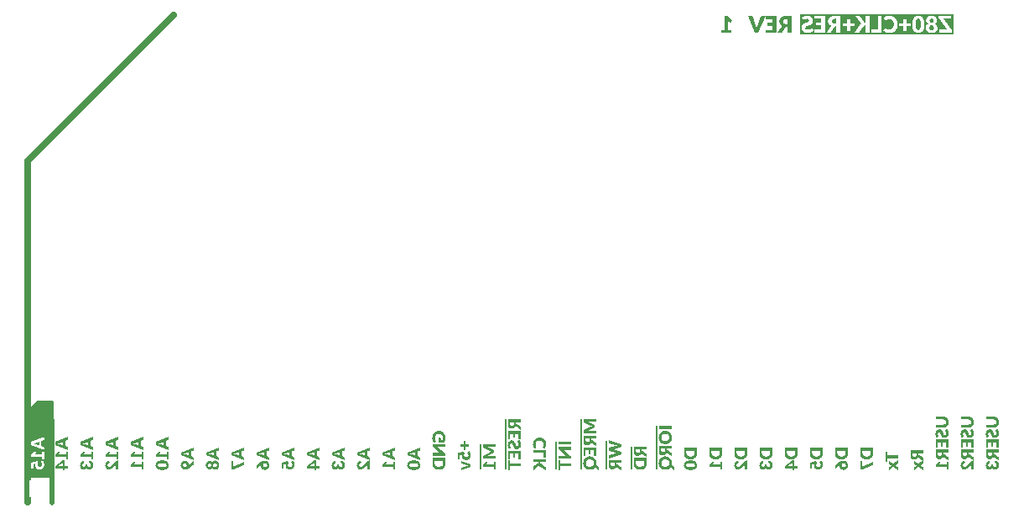
<source format=gbo>
G04 #@! TF.GenerationSoftware,KiCad,Pcbnew,8.0.3+1*
G04 #@! TF.CreationDate,2024-06-25T00:49:37-06:00*
G04 #@! TF.ProjectId,z80-cpu,7a38302d-6370-4752-9e6b-696361645f70,rev?*
G04 #@! TF.SameCoordinates,Original*
G04 #@! TF.FileFunction,Legend,Bot*
G04 #@! TF.FilePolarity,Positive*
%FSLAX46Y46*%
G04 Gerber Fmt 4.6, Leading zero omitted, Abs format (unit mm)*
G04 Created by KiCad (PCBNEW 8.0.3+1) date 2024-06-25 00:49:37*
%MOMM*%
%LPD*%
G01*
G04 APERTURE LIST*
%ADD10C,0.150000*%
%ADD11C,0.300000*%
%ADD12C,0.508000*%
%ADD13C,0.635000*%
%ADD14R,2.500000X2.500000*%
%ADD15C,2.500000*%
%ADD16R,1.700000X1.700000*%
%ADD17O,1.700000X1.700000*%
%ADD18O,1.600000X1.600000*%
%ADD19C,1.600000*%
%ADD20O,1.600000X2.400000*%
%ADD21R,1.600000X2.400000*%
%ADD22C,2.000000*%
%ADD23C,1.500000*%
%ADD24R,1.500000X1.500000*%
%ADD25R,1.600000X1.600000*%
%ADD26C,3.200000*%
G04 APERTURE END LIST*
D10*
G36*
X180252482Y-70763131D02*
G01*
X179859721Y-70763131D01*
X179859721Y-70130036D01*
X179760120Y-70130036D01*
X179690359Y-70144956D01*
X179646405Y-70190926D01*
X179365343Y-70688127D01*
X179303794Y-70746650D01*
X179223401Y-70763131D01*
X178868142Y-70763131D01*
X179228240Y-70168344D01*
X179235007Y-70158238D01*
X179288727Y-70097373D01*
X179292934Y-70093634D01*
X179361714Y-70047371D01*
X179283989Y-70011583D01*
X179216143Y-69967125D01*
X179161132Y-69918169D01*
X179109283Y-69855829D01*
X179075267Y-69799055D01*
X179043554Y-69719936D01*
X179027635Y-69648805D01*
X179024126Y-69600979D01*
X179404861Y-69600979D01*
X179405428Y-69621138D01*
X179420991Y-69702596D01*
X179426524Y-69717045D01*
X179473413Y-69784858D01*
X179492643Y-69801467D01*
X179565756Y-69840103D01*
X179619432Y-69853610D01*
X179702053Y-69859862D01*
X179859721Y-69859862D01*
X179859721Y-69369516D01*
X179702053Y-69369516D01*
X179631006Y-69373347D01*
X179549530Y-69391124D01*
X179477445Y-69430809D01*
X179460433Y-69446876D01*
X179416840Y-69520370D01*
X179404861Y-69600979D01*
X179024126Y-69600979D01*
X179021375Y-69563477D01*
X179022679Y-69523381D01*
X179034454Y-69440494D01*
X179058474Y-69363064D01*
X179071170Y-69334817D01*
X179118450Y-69262221D01*
X179177834Y-69203379D01*
X179239735Y-69160330D01*
X179312880Y-69124334D01*
X179389135Y-69097729D01*
X179448351Y-69082959D01*
X179532085Y-69069300D01*
X179613692Y-69062193D01*
X179702053Y-69059824D01*
X180252482Y-69059824D01*
X180252482Y-70763131D01*
G37*
G36*
X177643487Y-69059824D02*
G01*
X177643487Y-69369516D01*
X178338278Y-69369516D01*
X178338278Y-69756631D01*
X177806398Y-69756631D01*
X177806398Y-70040516D01*
X178338278Y-70040516D01*
X178338278Y-70453438D01*
X177643487Y-70453438D01*
X177643487Y-70763131D01*
X178733055Y-70763131D01*
X178733055Y-69059824D01*
X177643487Y-69059824D01*
G37*
G36*
X177602760Y-69059824D02*
G01*
X177287019Y-69059824D01*
X177208362Y-69081089D01*
X177204354Y-69084019D01*
X177156771Y-69145312D01*
X176829336Y-70060678D01*
X176800731Y-70139531D01*
X176784172Y-70190926D01*
X176759987Y-70272158D01*
X176742235Y-70338514D01*
X176723644Y-70258300D01*
X176705540Y-70190926D01*
X176680460Y-70110965D01*
X176661989Y-70060678D01*
X176336974Y-69145312D01*
X176291004Y-69086438D01*
X176212179Y-69059850D01*
X176209145Y-69059824D01*
X175890985Y-69059824D01*
X176569243Y-70763131D01*
X176924502Y-70763131D01*
X177602760Y-69059824D01*
G37*
G36*
X174159451Y-70492956D02*
G01*
X173834032Y-70492956D01*
X173834032Y-69642110D01*
X173832469Y-69557643D01*
X173830403Y-69511458D01*
X174022348Y-69670337D01*
X174072753Y-69694128D01*
X174119933Y-69694128D01*
X174159451Y-69679208D01*
X174184855Y-69656626D01*
X174298571Y-69505410D01*
X173771529Y-69059824D01*
X173473935Y-69059824D01*
X173473935Y-70492956D01*
X173195292Y-70492956D01*
X173195292Y-70763131D01*
X174159451Y-70763131D01*
X174159451Y-70492956D01*
G37*
D11*
G36*
X193129840Y-69322629D02*
G01*
X193144245Y-69329599D01*
X193204910Y-69384839D01*
X193225700Y-69417910D01*
X193257658Y-69494627D01*
X193278427Y-69574924D01*
X193282558Y-69595741D01*
X193294726Y-69680942D01*
X193300925Y-69761922D01*
X193303742Y-69853045D01*
X193303930Y-69885674D01*
X193302594Y-69970507D01*
X193297898Y-70056183D01*
X193288715Y-70139258D01*
X193282558Y-70176010D01*
X193262864Y-70259634D01*
X193234351Y-70336773D01*
X193225700Y-70353841D01*
X193177248Y-70419085D01*
X193144245Y-70442958D01*
X193065522Y-70466169D01*
X193050692Y-70466750D01*
X192971257Y-70449812D01*
X192956736Y-70442958D01*
X192895074Y-70387139D01*
X192873668Y-70353841D01*
X192840702Y-70276721D01*
X192819411Y-70196690D01*
X192815197Y-70176010D01*
X192802570Y-70090944D01*
X192796137Y-70009861D01*
X192793365Y-69929111D01*
X192793019Y-69885674D01*
X192794405Y-69801169D01*
X192799278Y-69715681D01*
X192808808Y-69632590D01*
X192815197Y-69595741D01*
X192835352Y-69511728D01*
X192864727Y-69434802D01*
X192873668Y-69417910D01*
X192923317Y-69353170D01*
X192956736Y-69329599D01*
X193035852Y-69305995D01*
X193050692Y-69305404D01*
X193129840Y-69322629D01*
G37*
G36*
X194469892Y-69998075D02*
G01*
X194499954Y-70007857D01*
X194567931Y-70054640D01*
X194571329Y-70058666D01*
X194608117Y-70131203D01*
X194609637Y-70136896D01*
X194620920Y-70217986D01*
X194621331Y-70238513D01*
X194611858Y-70319660D01*
X194608024Y-70333679D01*
X194569558Y-70406169D01*
X194566087Y-70410296D01*
X194499291Y-70459087D01*
X194493906Y-70461508D01*
X194415029Y-70479553D01*
X194389062Y-70480460D01*
X194307632Y-70469799D01*
X194284622Y-70461508D01*
X194217472Y-70416227D01*
X194212038Y-70410296D01*
X194171823Y-70339129D01*
X194170100Y-70333679D01*
X194157001Y-70251115D01*
X194156793Y-70238513D01*
X194163931Y-70157470D01*
X194168487Y-70136896D01*
X194203480Y-70062752D01*
X194206795Y-70058666D01*
X194272646Y-70010182D01*
X194278170Y-70007857D01*
X194357181Y-69990467D01*
X194389062Y-69989308D01*
X194469892Y-69998075D01*
G37*
G36*
X194471053Y-69304661D02*
G01*
X194480599Y-69308630D01*
X194541489Y-69353391D01*
X194575765Y-69417507D01*
X194586249Y-69492510D01*
X194578680Y-69573837D01*
X194578184Y-69576385D01*
X194547941Y-69648969D01*
X194487454Y-69699778D01*
X194407307Y-69718661D01*
X194389062Y-69719134D01*
X194308088Y-69707320D01*
X194290267Y-69699778D01*
X194229780Y-69648969D01*
X194199537Y-69576385D01*
X194191480Y-69495204D01*
X194191472Y-69492510D01*
X194201956Y-69417507D01*
X194236232Y-69353391D01*
X194297929Y-69308630D01*
X194379148Y-69291843D01*
X194389062Y-69291694D01*
X194471053Y-69304661D01*
G37*
G36*
X184784574Y-69834462D02*
G01*
X184626905Y-69834462D01*
X184544284Y-69828210D01*
X184490609Y-69814703D01*
X184417495Y-69776067D01*
X184398265Y-69759458D01*
X184351376Y-69691645D01*
X184345844Y-69677196D01*
X184330281Y-69595738D01*
X184329714Y-69575579D01*
X184341693Y-69494970D01*
X184385286Y-69421476D01*
X184402298Y-69405409D01*
X184474383Y-69365724D01*
X184555859Y-69347947D01*
X184626905Y-69344116D01*
X184784574Y-69344116D01*
X184784574Y-69834462D01*
G37*
G36*
X196619781Y-70934078D02*
G01*
X181094512Y-70934078D01*
X181094512Y-70190124D01*
X181277956Y-70190124D01*
X181283683Y-70275977D01*
X181300865Y-70357521D01*
X181318684Y-70409489D01*
X181354390Y-70482376D01*
X181404718Y-70553145D01*
X181436835Y-70587723D01*
X181499703Y-70640044D01*
X181572779Y-70683292D01*
X181627166Y-70707084D01*
X181708460Y-70731879D01*
X181788731Y-70745488D01*
X181875066Y-70750592D01*
X181884033Y-70750634D01*
X181968806Y-70746082D01*
X182044928Y-70734505D01*
X182125476Y-70715048D01*
X182203403Y-70688938D01*
X182277802Y-70656779D01*
X182347765Y-70619176D01*
X182417911Y-70570877D01*
X182464706Y-70529253D01*
X182348571Y-70345776D01*
X182312279Y-70312710D01*
X182262680Y-70299403D01*
X182192516Y-70321582D01*
X182123315Y-70363702D01*
X182112270Y-70370374D01*
X182037644Y-70407801D01*
X182009442Y-70419167D01*
X181928825Y-70437880D01*
X181872742Y-70440942D01*
X181788348Y-70431912D01*
X181714201Y-70399476D01*
X181706605Y-70393763D01*
X181658674Y-70323333D01*
X181647328Y-70244562D01*
X181667264Y-70165478D01*
X181679991Y-70148186D01*
X181742949Y-70097712D01*
X181765076Y-70086490D01*
X181840661Y-70056810D01*
X181885243Y-70043343D01*
X181966491Y-70019894D01*
X182023556Y-70002212D01*
X182102250Y-69973164D01*
X182161869Y-69946161D01*
X182233035Y-69902327D01*
X182282036Y-69859060D01*
X182332472Y-69794137D01*
X182367524Y-69724376D01*
X182389576Y-69646277D01*
X182398996Y-69560902D01*
X182399784Y-69524770D01*
X182392451Y-69442349D01*
X182370454Y-69361626D01*
X182363544Y-69344116D01*
X182568340Y-69344116D01*
X183263131Y-69344116D01*
X183263131Y-69731231D01*
X182731251Y-69731231D01*
X182731251Y-70015116D01*
X183263131Y-70015116D01*
X183263131Y-70428038D01*
X182568340Y-70428038D01*
X182568340Y-70737731D01*
X183657908Y-70737731D01*
X183792995Y-70737731D01*
X184148254Y-70737731D01*
X184228647Y-70721250D01*
X184290196Y-70662727D01*
X184571258Y-70165526D01*
X184615211Y-70119556D01*
X184684973Y-70104636D01*
X184784574Y-70104636D01*
X184784574Y-70737731D01*
X185177335Y-70737731D01*
X186635468Y-70737731D01*
X186986291Y-70737731D01*
X187043956Y-70733295D01*
X187085086Y-70719181D01*
X187115330Y-70696600D01*
X187139525Y-70665550D01*
X187523010Y-70074393D01*
X187575836Y-70028423D01*
X187655413Y-70015168D01*
X187662130Y-70015116D01*
X187757296Y-70015116D01*
X187757296Y-70737731D01*
X188150056Y-70737731D01*
X188150056Y-70428038D01*
X188343211Y-70428038D01*
X188343211Y-70737731D01*
X189363017Y-70737731D01*
X189363017Y-70474412D01*
X189526735Y-70474412D01*
X189581173Y-70538754D01*
X189642063Y-70594679D01*
X189709405Y-70642187D01*
X189783198Y-70681276D01*
X189863545Y-70711620D01*
X189950948Y-70733295D01*
X190033215Y-70745148D01*
X190120885Y-70750363D01*
X190146925Y-70750634D01*
X190229344Y-70747508D01*
X190318858Y-70736281D01*
X190403382Y-70716887D01*
X190482915Y-70689328D01*
X190492506Y-70685309D01*
X190566023Y-70649344D01*
X190641800Y-70601473D01*
X190710241Y-70545756D01*
X190751793Y-70504252D01*
X190807556Y-70435772D01*
X190855537Y-70360530D01*
X190891653Y-70287971D01*
X190914704Y-70230045D01*
X190939579Y-70148942D01*
X190957347Y-70064513D01*
X190968008Y-69976757D01*
X190971561Y-69885674D01*
X190969281Y-69822364D01*
X191133262Y-69822364D01*
X191133262Y-70092539D01*
X191563122Y-70092539D01*
X191563122Y-70557077D01*
X191855474Y-70557077D01*
X191855474Y-70092539D01*
X192282914Y-70092539D01*
X192282914Y-69885674D01*
X192421227Y-69885674D01*
X192422914Y-69966759D01*
X192429146Y-70056091D01*
X192439971Y-70139750D01*
X192457966Y-70228413D01*
X192469213Y-70269966D01*
X192495298Y-70347742D01*
X192530126Y-70426926D01*
X192570760Y-70497305D01*
X192601074Y-70539334D01*
X192656607Y-70600805D01*
X192724879Y-70656143D01*
X192800680Y-70698616D01*
X192882255Y-70728232D01*
X192968405Y-70745554D01*
X193050692Y-70750634D01*
X193132901Y-70745554D01*
X193218781Y-70728232D01*
X193299898Y-70698616D01*
X193375010Y-70656143D01*
X193442879Y-70600805D01*
X193498294Y-70539334D01*
X193546920Y-70467112D01*
X193584622Y-70392820D01*
X193616583Y-70309724D01*
X193628945Y-70269966D01*
X193634870Y-70245368D01*
X193785001Y-70245368D01*
X193791125Y-70328311D01*
X193811582Y-70411510D01*
X193828552Y-70453443D01*
X193869926Y-70524668D01*
X193923280Y-70586975D01*
X193951945Y-70612725D01*
X194021813Y-70661271D01*
X194095758Y-70697459D01*
X194143083Y-70714746D01*
X194222362Y-70735178D01*
X194307169Y-70747130D01*
X194389062Y-70750634D01*
X194470995Y-70747130D01*
X194555936Y-70735178D01*
X194635445Y-70714746D01*
X194714437Y-70683387D01*
X194789901Y-70640072D01*
X194826180Y-70612725D01*
X194884801Y-70554533D01*
X194931576Y-70487424D01*
X194949169Y-70453443D01*
X194977367Y-70373970D01*
X194991189Y-70287577D01*
X194992720Y-70245368D01*
X194986577Y-70162514D01*
X194976993Y-70115524D01*
X194948537Y-70039591D01*
X194927394Y-70003421D01*
X194873898Y-69941597D01*
X194839083Y-69913095D01*
X194766956Y-69870574D01*
X194708432Y-69846559D01*
X194781223Y-69806031D01*
X194844545Y-69750951D01*
X194881021Y-69702197D01*
X194915177Y-69627723D01*
X194933569Y-69542815D01*
X194937072Y-69480413D01*
X194929276Y-69397176D01*
X194905890Y-69319650D01*
X194896344Y-69298549D01*
X194854533Y-69229481D01*
X194806923Y-69176366D01*
X195105628Y-69176366D01*
X195115709Y-69236046D01*
X195142727Y-69290484D01*
X195937119Y-70428038D01*
X195131033Y-70428038D01*
X195131033Y-70737731D01*
X196436337Y-70737731D01*
X196436337Y-70586514D01*
X196427062Y-70533285D01*
X196401658Y-70484896D01*
X195604846Y-69344116D01*
X196371414Y-69344116D01*
X196371414Y-69034424D01*
X195105628Y-69034424D01*
X195105628Y-69176366D01*
X194806923Y-69176366D01*
X194800372Y-69169057D01*
X194782629Y-69153381D01*
X194713241Y-69104766D01*
X194639548Y-69068609D01*
X194608831Y-69057006D01*
X194530859Y-69035382D01*
X194447558Y-69023738D01*
X194389062Y-69021520D01*
X194301961Y-69026510D01*
X194220304Y-69041481D01*
X194168890Y-69057006D01*
X194091834Y-69089836D01*
X194018973Y-69134867D01*
X193995495Y-69153381D01*
X193937530Y-69211335D01*
X193889300Y-69283021D01*
X193881377Y-69298549D01*
X193853535Y-69374443D01*
X193841285Y-69456048D01*
X193840649Y-69480413D01*
X193841610Y-69492510D01*
X193847367Y-69565020D01*
X193870022Y-69647320D01*
X193897507Y-69702197D01*
X193948372Y-69765784D01*
X194015682Y-69818030D01*
X194069692Y-69846559D01*
X193995403Y-69878793D01*
X193940250Y-69913095D01*
X193877839Y-69969825D01*
X193851940Y-70003421D01*
X193813387Y-70078239D01*
X193801534Y-70115524D01*
X193787326Y-70194975D01*
X193785317Y-70238513D01*
X193785001Y-70245368D01*
X193634870Y-70245368D01*
X193649410Y-70185008D01*
X193662520Y-70104591D01*
X193671154Y-70018501D01*
X193675311Y-69926738D01*
X193675722Y-69885674D01*
X193674077Y-69804589D01*
X193668002Y-69715257D01*
X193657450Y-69631598D01*
X193639909Y-69542935D01*
X193628945Y-69501382D01*
X193603087Y-69423429D01*
X193568574Y-69344108D01*
X193528320Y-69273654D01*
X193498294Y-69231611D01*
X193442879Y-69170218D01*
X193375010Y-69115149D01*
X193299898Y-69073135D01*
X193218781Y-69043749D01*
X193132901Y-69026561D01*
X193050692Y-69021520D01*
X192968405Y-69026561D01*
X192882255Y-69043749D01*
X192800680Y-69073135D01*
X192724879Y-69115149D01*
X192656607Y-69170218D01*
X192601074Y-69231611D01*
X192551984Y-69303872D01*
X192513930Y-69378267D01*
X192481682Y-69461530D01*
X192469213Y-69501382D01*
X192448219Y-69586340D01*
X192434770Y-69666757D01*
X192425913Y-69752847D01*
X192421649Y-69844610D01*
X192421227Y-69885674D01*
X192282914Y-69885674D01*
X192282914Y-69822364D01*
X191855474Y-69822364D01*
X191855474Y-69369924D01*
X191563122Y-69369924D01*
X191563122Y-69822364D01*
X191133262Y-69822364D01*
X190969281Y-69822364D01*
X190968628Y-69804242D01*
X190958093Y-69714817D01*
X190939897Y-69629272D01*
X190914039Y-69547609D01*
X190910268Y-69537674D01*
X190876320Y-69461158D01*
X190836172Y-69390086D01*
X190783594Y-69316637D01*
X190737276Y-69264273D01*
X190670969Y-69203679D01*
X190597707Y-69151187D01*
X190526749Y-69111329D01*
X190469925Y-69085636D01*
X190390132Y-69057585D01*
X190306409Y-69037549D01*
X190218753Y-69025527D01*
X190127166Y-69021520D01*
X190046057Y-69024916D01*
X189963951Y-69036092D01*
X189948126Y-69039263D01*
X189866670Y-69059929D01*
X189790860Y-69087249D01*
X189716297Y-69123453D01*
X189656176Y-69161446D01*
X189591106Y-69212411D01*
X189546494Y-69255402D01*
X189679161Y-69433233D01*
X189709405Y-69463073D01*
X189758197Y-69476380D01*
X189797715Y-69467509D01*
X189837233Y-69445330D01*
X189882800Y-69416700D01*
X189942077Y-69388473D01*
X190022323Y-69366294D01*
X190103503Y-69357464D01*
X190129586Y-69357020D01*
X190211731Y-69363812D01*
X190292550Y-69386164D01*
X190307820Y-69392505D01*
X190378644Y-69432572D01*
X190439899Y-69486992D01*
X190447343Y-69495333D01*
X190496400Y-69565288D01*
X190531794Y-69642891D01*
X190538073Y-69661067D01*
X190558699Y-69745274D01*
X190568405Y-69831156D01*
X190569929Y-69884867D01*
X190565736Y-69969089D01*
X190551597Y-70053251D01*
X190534444Y-70111088D01*
X190501419Y-70185973D01*
X190456476Y-70255306D01*
X190438068Y-70277225D01*
X190376465Y-70333358D01*
X190305824Y-70375492D01*
X190295723Y-70380052D01*
X190216877Y-70405233D01*
X190133070Y-70414998D01*
X190121521Y-70415135D01*
X190038301Y-70411690D01*
X190024339Y-70410296D01*
X189944074Y-70393705D01*
X189941674Y-70392956D01*
X189869896Y-70361100D01*
X189803133Y-70312599D01*
X189800941Y-70310694D01*
X189771101Y-70292145D01*
X189737228Y-70284483D01*
X189709405Y-70289725D01*
X189682387Y-70308275D01*
X189526735Y-70474412D01*
X189363017Y-70474412D01*
X189363017Y-69034424D01*
X188970257Y-69034424D01*
X188970257Y-70428038D01*
X188343211Y-70428038D01*
X188150056Y-70428038D01*
X188150056Y-69034424D01*
X187757296Y-69034424D01*
X187757296Y-69731231D01*
X187694793Y-69731231D01*
X187612243Y-69713624D01*
X187569384Y-69675583D01*
X187188317Y-69113460D01*
X187128106Y-69057735D01*
X187116136Y-69051763D01*
X187036638Y-69034847D01*
X187018954Y-69034424D01*
X186677406Y-69034424D01*
X187179043Y-69729215D01*
X187234590Y-69791315D01*
X187293967Y-69833252D01*
X187220925Y-69873085D01*
X187214125Y-69878416D01*
X187158611Y-69937042D01*
X187146783Y-69953822D01*
X186635468Y-70737731D01*
X185177335Y-70737731D01*
X185177335Y-69822364D01*
X185432992Y-69822364D01*
X185432992Y-70092539D01*
X185862851Y-70092539D01*
X185862851Y-70557077D01*
X186155204Y-70557077D01*
X186155204Y-70092539D01*
X186582643Y-70092539D01*
X186582643Y-69822364D01*
X186155204Y-69822364D01*
X186155204Y-69369924D01*
X185862851Y-69369924D01*
X185862851Y-69822364D01*
X185432992Y-69822364D01*
X185177335Y-69822364D01*
X185177335Y-69034424D01*
X184626905Y-69034424D01*
X184538544Y-69036793D01*
X184456938Y-69043900D01*
X184373204Y-69057559D01*
X184313987Y-69072329D01*
X184237733Y-69098934D01*
X184164587Y-69134930D01*
X184102687Y-69177979D01*
X184043303Y-69236821D01*
X183996022Y-69309417D01*
X183983326Y-69337664D01*
X183959307Y-69415094D01*
X183947532Y-69497981D01*
X183946228Y-69538077D01*
X183948979Y-69575579D01*
X183952487Y-69623405D01*
X183968406Y-69694536D01*
X184000119Y-69773655D01*
X184034135Y-69830429D01*
X184085984Y-69892769D01*
X184140995Y-69941725D01*
X184208841Y-69986183D01*
X184286567Y-70021971D01*
X184217787Y-70068234D01*
X184213579Y-70071973D01*
X184159859Y-70132838D01*
X184153093Y-70142944D01*
X183792995Y-70737731D01*
X183657908Y-70737731D01*
X183657908Y-69034424D01*
X182568340Y-69034424D01*
X182568340Y-69344116D01*
X182363544Y-69344116D01*
X182361475Y-69338874D01*
X182321086Y-69263267D01*
X182271280Y-69199833D01*
X182248970Y-69177173D01*
X182182900Y-69124234D01*
X182112225Y-69083755D01*
X182066703Y-69063861D01*
X181988689Y-69039755D01*
X181903241Y-69025655D01*
X181819111Y-69021520D01*
X181737558Y-69025048D01*
X181667491Y-69034021D01*
X181586897Y-69051458D01*
X181527565Y-69070313D01*
X181452160Y-69101977D01*
X181404172Y-69127573D01*
X181336975Y-69172371D01*
X181301344Y-69202577D01*
X181398930Y-69384440D01*
X181435625Y-69426378D01*
X181484821Y-69440088D01*
X181542485Y-69423555D01*
X181611843Y-69385650D01*
X181688233Y-69352351D01*
X181700557Y-69348148D01*
X181779726Y-69332552D01*
X181814675Y-69331212D01*
X181900272Y-69340243D01*
X181975364Y-69375489D01*
X181978796Y-69378392D01*
X182023913Y-69445738D01*
X182032831Y-69505414D01*
X182006336Y-69583595D01*
X182000571Y-69590095D01*
X181934184Y-69638627D01*
X181915083Y-69648163D01*
X181839325Y-69678355D01*
X181794513Y-69692923D01*
X181716953Y-69717136D01*
X181655393Y-69738086D01*
X181576572Y-69769020D01*
X181516677Y-69796960D01*
X181444859Y-69840610D01*
X181395704Y-69882851D01*
X181342782Y-69948645D01*
X181310619Y-70009873D01*
X181286122Y-70092236D01*
X181278084Y-70177039D01*
X181277956Y-70190124D01*
X181094512Y-70190124D01*
X181094512Y-68838076D01*
X196619781Y-68838076D01*
X196619781Y-70934078D01*
G37*
D12*
X105562400Y-115443000D02*
X105562400Y-118262400D01*
D10*
X105740200Y-115620800D02*
X103428800Y-115646200D01*
X103428800Y-114985800D01*
X105003600Y-114985800D01*
X104952800Y-111455200D01*
X105740200Y-111429800D01*
X105740200Y-115620800D01*
G36*
X105740200Y-115620800D02*
G01*
X103428800Y-115646200D01*
X103428800Y-114985800D01*
X105003600Y-114985800D01*
X104952800Y-111455200D01*
X105740200Y-111429800D01*
X105740200Y-115620800D01*
G37*
X105740200Y-111455200D02*
X103149400Y-111455200D01*
X103149400Y-108966000D01*
X104114600Y-108000800D01*
X105714800Y-108000800D01*
X105740200Y-111455200D01*
G36*
X105740200Y-111455200D02*
G01*
X103149400Y-111455200D01*
X103149400Y-108966000D01*
X104114600Y-108000800D01*
X105714800Y-108000800D01*
X105740200Y-111455200D01*
G37*
D13*
X103124000Y-83693000D02*
X117856000Y-68961000D01*
X103124000Y-118135400D02*
X103124000Y-83820000D01*
D10*
G36*
X200938899Y-110069074D02*
G01*
X200932617Y-110133348D01*
X200919047Y-110177640D01*
X200887059Y-110231535D01*
X200861352Y-110258289D01*
X200808014Y-110293597D01*
X200769846Y-110308850D01*
X200708298Y-110322645D01*
X200647011Y-110326530D01*
X199876814Y-110326530D01*
X199876814Y-110628344D01*
X200650424Y-110628344D01*
X200716402Y-110625252D01*
X200779289Y-110615977D01*
X200845537Y-110598420D01*
X200870968Y-110589260D01*
X200930891Y-110561755D01*
X200985422Y-110527707D01*
X201034562Y-110487116D01*
X201043742Y-110478212D01*
X201085957Y-110429982D01*
X201121871Y-110375632D01*
X201151484Y-110315164D01*
X201156651Y-110302336D01*
X201176144Y-110241998D01*
X201189257Y-110177538D01*
X201195991Y-110108956D01*
X201196976Y-110069074D01*
X201194455Y-110005582D01*
X201185595Y-109938094D01*
X201170355Y-109874776D01*
X201156651Y-109834882D01*
X201128298Y-109773189D01*
X201093644Y-109717616D01*
X201052689Y-109668161D01*
X201043742Y-109659005D01*
X200995681Y-109617135D01*
X200942228Y-109581870D01*
X200883384Y-109553208D01*
X200870968Y-109548268D01*
X200806246Y-109527984D01*
X200744733Y-109516152D01*
X200680129Y-109510405D01*
X200650424Y-109509804D01*
X199876814Y-109509804D01*
X199876814Y-109811928D01*
X200646081Y-109811928D01*
X200711220Y-109816270D01*
X200768916Y-109829298D01*
X200827431Y-109855393D01*
X200861041Y-109879549D01*
X200901439Y-109926731D01*
X200919047Y-109960508D01*
X200935622Y-110021827D01*
X200938899Y-110069074D01*
G37*
G36*
X200146057Y-111576279D02*
G01*
X200178317Y-111548052D01*
X200188863Y-111510209D01*
X200176145Y-111465852D01*
X200146988Y-111412500D01*
X200121373Y-111353739D01*
X200118140Y-111344258D01*
X200106143Y-111283359D01*
X200105112Y-111256475D01*
X200112059Y-111190632D01*
X200139172Y-111132868D01*
X200141404Y-111130228D01*
X200193209Y-111095523D01*
X200239114Y-111088663D01*
X200299253Y-111109044D01*
X200304253Y-111113478D01*
X200341585Y-111164546D01*
X200348920Y-111179238D01*
X200372145Y-111237514D01*
X200383351Y-111271985D01*
X200401977Y-111331646D01*
X200418092Y-111379000D01*
X200441887Y-111439632D01*
X200463380Y-111485704D01*
X200496957Y-111540949D01*
X200529450Y-111578761D01*
X200580060Y-111619470D01*
X200627159Y-111644211D01*
X200690515Y-111663055D01*
X200755748Y-111669238D01*
X200765814Y-111669336D01*
X200831855Y-111664930D01*
X200894581Y-111651713D01*
X200934556Y-111638007D01*
X200990623Y-111610541D01*
X201045061Y-111571827D01*
X201071659Y-111547122D01*
X201111906Y-111498761D01*
X201145174Y-111442549D01*
X201163475Y-111400713D01*
X201182548Y-111338179D01*
X201193017Y-111276432D01*
X201196943Y-111210021D01*
X201196976Y-111203123D01*
X201193474Y-111137913D01*
X201184568Y-111079358D01*
X201169601Y-111017397D01*
X201149517Y-110957454D01*
X201124779Y-110900224D01*
X201095854Y-110846406D01*
X201058701Y-110792448D01*
X201026682Y-110756451D01*
X200885546Y-110845786D01*
X200860111Y-110873703D01*
X200849875Y-110911856D01*
X200866935Y-110965829D01*
X200899335Y-111019060D01*
X200904468Y-111027556D01*
X200933257Y-111084960D01*
X200942001Y-111106654D01*
X200956395Y-111168668D01*
X200958751Y-111211808D01*
X200951804Y-111276727D01*
X200926854Y-111333763D01*
X200922459Y-111339606D01*
X200868282Y-111376476D01*
X200807689Y-111385203D01*
X200746855Y-111369868D01*
X200733554Y-111360078D01*
X200694727Y-111311649D01*
X200686095Y-111294628D01*
X200663265Y-111236486D01*
X200652905Y-111202192D01*
X200634867Y-111139694D01*
X200621266Y-111095798D01*
X200598921Y-111035264D01*
X200578150Y-110989403D01*
X200544431Y-110934660D01*
X200511149Y-110896967D01*
X200461208Y-110858170D01*
X200407546Y-110831207D01*
X200347470Y-110814243D01*
X200281797Y-110806998D01*
X200254003Y-110806392D01*
X200190602Y-110812032D01*
X200128507Y-110828953D01*
X200111006Y-110835860D01*
X200052847Y-110866928D01*
X200004052Y-110905240D01*
X199986620Y-110922402D01*
X199945898Y-110973225D01*
X199914761Y-111027591D01*
X199899457Y-111062607D01*
X199880914Y-111122619D01*
X199870068Y-111188348D01*
X199866888Y-111253063D01*
X199869601Y-111315796D01*
X199876503Y-111369694D01*
X199889917Y-111431689D01*
X199904420Y-111477329D01*
X199928777Y-111535333D01*
X199948467Y-111572247D01*
X199982927Y-111623937D01*
X200006162Y-111651345D01*
X200146057Y-111576279D01*
G37*
G36*
X199876814Y-112680550D02*
G01*
X200115038Y-112680550D01*
X200115038Y-112146096D01*
X200412819Y-112146096D01*
X200412819Y-112555234D01*
X200631192Y-112555234D01*
X200631192Y-112146096D01*
X200948825Y-112146096D01*
X200948825Y-112680550D01*
X201187050Y-112680550D01*
X201187050Y-111842421D01*
X199876814Y-111842421D01*
X199876814Y-112680550D01*
G37*
G36*
X201187050Y-113163203D02*
G01*
X200700054Y-113163203D01*
X200700054Y-113239820D01*
X200711531Y-113293482D01*
X200746892Y-113327293D01*
X201129354Y-113543494D01*
X201174372Y-113590840D01*
X201187050Y-113652681D01*
X201187050Y-113925957D01*
X200729522Y-113648958D01*
X200721747Y-113643753D01*
X200674928Y-113602430D01*
X200672052Y-113599194D01*
X200636465Y-113546286D01*
X200608936Y-113606075D01*
X200574738Y-113658264D01*
X200537079Y-113700580D01*
X200489126Y-113740464D01*
X200445453Y-113766630D01*
X200384592Y-113791025D01*
X200329876Y-113803270D01*
X200264239Y-113808085D01*
X200233396Y-113807082D01*
X200169637Y-113798025D01*
X200110075Y-113779548D01*
X200088347Y-113769782D01*
X200032503Y-113733412D01*
X199987241Y-113687732D01*
X199954126Y-113640116D01*
X199926437Y-113583850D01*
X199905971Y-113525193D01*
X199894610Y-113479642D01*
X199884103Y-113415231D01*
X199878636Y-113352457D01*
X199876814Y-113284487D01*
X200115038Y-113284487D01*
X200117985Y-113339138D01*
X200131660Y-113401812D01*
X200162187Y-113457262D01*
X200174546Y-113470348D01*
X200231080Y-113503881D01*
X200293086Y-113513096D01*
X200308593Y-113512660D01*
X200371254Y-113500688D01*
X200382368Y-113496432D01*
X200434532Y-113460364D01*
X200447308Y-113445572D01*
X200477028Y-113389331D01*
X200487418Y-113348042D01*
X200492227Y-113284487D01*
X200492227Y-113163203D01*
X200115038Y-113163203D01*
X200115038Y-113284487D01*
X199876814Y-113284487D01*
X199876814Y-112861080D01*
X201187050Y-112861080D01*
X201187050Y-113163203D01*
G37*
G36*
X199866888Y-114443661D02*
G01*
X199870076Y-114507418D01*
X199880829Y-114571118D01*
X199893874Y-114614885D01*
X199918974Y-114672036D01*
X199953105Y-114724996D01*
X199967078Y-114741752D01*
X200013389Y-114784795D01*
X200069998Y-114818538D01*
X200073783Y-114820230D01*
X200136209Y-114840470D01*
X200201891Y-114847216D01*
X200266024Y-114843290D01*
X200309526Y-114834809D01*
X200367638Y-114811884D01*
X200390175Y-114797586D01*
X200435773Y-114754199D01*
X200448491Y-114736789D01*
X200478659Y-114679617D01*
X200488195Y-114654279D01*
X200515376Y-114716564D01*
X200557309Y-114777370D01*
X200609407Y-114822975D01*
X200671667Y-114853379D01*
X200744091Y-114868580D01*
X200784115Y-114870480D01*
X200846649Y-114866815D01*
X200909419Y-114854316D01*
X200965885Y-114832948D01*
X201020192Y-114801221D01*
X201070854Y-114758778D01*
X201094613Y-114732447D01*
X201132000Y-114677957D01*
X201159059Y-114621753D01*
X201171540Y-114586348D01*
X201187040Y-114523040D01*
X201195386Y-114457813D01*
X201196976Y-114413263D01*
X201194097Y-114346393D01*
X201184480Y-114280547D01*
X201176503Y-114247932D01*
X201154196Y-114187721D01*
X201123102Y-114133565D01*
X201112604Y-114119204D01*
X201069975Y-114072690D01*
X201018084Y-114031401D01*
X201001557Y-114020564D01*
X200947264Y-113990263D01*
X200885818Y-113963102D01*
X200840879Y-113946739D01*
X200790939Y-114070194D01*
X200778117Y-114132931D01*
X200781013Y-114159218D01*
X200814329Y-114213603D01*
X200821958Y-114218464D01*
X200877538Y-114254427D01*
X200922302Y-114297853D01*
X200926491Y-114303456D01*
X200953427Y-114362703D01*
X200958751Y-114409540D01*
X200950201Y-114472528D01*
X200943552Y-114490500D01*
X200909125Y-114543225D01*
X200904778Y-114547574D01*
X200852389Y-114580967D01*
X200850495Y-114581695D01*
X200789078Y-114593482D01*
X200726166Y-114589286D01*
X200715873Y-114587589D01*
X200661502Y-114556685D01*
X200660039Y-114555019D01*
X200630959Y-114499650D01*
X200624058Y-114474370D01*
X200614519Y-114409773D01*
X200611539Y-114347382D01*
X200611340Y-114323928D01*
X200412819Y-114323928D01*
X200410622Y-114389043D01*
X200402048Y-114451986D01*
X200401342Y-114455138D01*
X200379911Y-114515230D01*
X200369083Y-114532375D01*
X200319142Y-114568667D01*
X200257118Y-114577654D01*
X200254933Y-114577663D01*
X200191267Y-114568357D01*
X200144196Y-114540440D01*
X200112593Y-114486394D01*
X200105112Y-114427531D01*
X200114829Y-114364173D01*
X200135821Y-114323308D01*
X200182131Y-114279021D01*
X200211507Y-114264993D01*
X200264200Y-114230155D01*
X200274165Y-114215673D01*
X200283737Y-114152461D01*
X200280989Y-114129130D01*
X200255243Y-113982411D01*
X200190861Y-113995513D01*
X200127480Y-114016829D01*
X200084640Y-114037625D01*
X200029458Y-114073865D01*
X199982364Y-114116557D01*
X199963356Y-114138436D01*
X199927883Y-114190247D01*
X199900601Y-114247895D01*
X199890772Y-114276470D01*
X199875308Y-114341623D01*
X199868031Y-114405127D01*
X199866888Y-114443661D01*
G37*
G36*
X198398899Y-110069074D02*
G01*
X198392617Y-110133348D01*
X198379047Y-110177640D01*
X198347059Y-110231535D01*
X198321352Y-110258289D01*
X198268014Y-110293597D01*
X198229846Y-110308850D01*
X198168298Y-110322645D01*
X198107011Y-110326530D01*
X197336814Y-110326530D01*
X197336814Y-110628344D01*
X198110424Y-110628344D01*
X198176402Y-110625252D01*
X198239289Y-110615977D01*
X198305537Y-110598420D01*
X198330968Y-110589260D01*
X198390891Y-110561755D01*
X198445422Y-110527707D01*
X198494562Y-110487116D01*
X198503742Y-110478212D01*
X198545957Y-110429982D01*
X198581871Y-110375632D01*
X198611484Y-110315164D01*
X198616651Y-110302336D01*
X198636144Y-110241998D01*
X198649257Y-110177538D01*
X198655991Y-110108956D01*
X198656976Y-110069074D01*
X198654455Y-110005582D01*
X198645595Y-109938094D01*
X198630355Y-109874776D01*
X198616651Y-109834882D01*
X198588298Y-109773189D01*
X198553644Y-109717616D01*
X198512689Y-109668161D01*
X198503742Y-109659005D01*
X198455681Y-109617135D01*
X198402228Y-109581870D01*
X198343384Y-109553208D01*
X198330968Y-109548268D01*
X198266246Y-109527984D01*
X198204733Y-109516152D01*
X198140129Y-109510405D01*
X198110424Y-109509804D01*
X197336814Y-109509804D01*
X197336814Y-109811928D01*
X198106081Y-109811928D01*
X198171220Y-109816270D01*
X198228916Y-109829298D01*
X198287431Y-109855393D01*
X198321041Y-109879549D01*
X198361439Y-109926731D01*
X198379047Y-109960508D01*
X198395622Y-110021827D01*
X198398899Y-110069074D01*
G37*
G36*
X197606057Y-111576279D02*
G01*
X197638317Y-111548052D01*
X197648863Y-111510209D01*
X197636145Y-111465852D01*
X197606988Y-111412500D01*
X197581373Y-111353739D01*
X197578140Y-111344258D01*
X197566143Y-111283359D01*
X197565112Y-111256475D01*
X197572059Y-111190632D01*
X197599172Y-111132868D01*
X197601404Y-111130228D01*
X197653209Y-111095523D01*
X197699114Y-111088663D01*
X197759253Y-111109044D01*
X197764253Y-111113478D01*
X197801585Y-111164546D01*
X197808920Y-111179238D01*
X197832145Y-111237514D01*
X197843351Y-111271985D01*
X197861977Y-111331646D01*
X197878092Y-111379000D01*
X197901887Y-111439632D01*
X197923380Y-111485704D01*
X197956957Y-111540949D01*
X197989450Y-111578761D01*
X198040060Y-111619470D01*
X198087159Y-111644211D01*
X198150515Y-111663055D01*
X198215748Y-111669238D01*
X198225814Y-111669336D01*
X198291855Y-111664930D01*
X198354581Y-111651713D01*
X198394556Y-111638007D01*
X198450623Y-111610541D01*
X198505061Y-111571827D01*
X198531659Y-111547122D01*
X198571906Y-111498761D01*
X198605174Y-111442549D01*
X198623475Y-111400713D01*
X198642548Y-111338179D01*
X198653017Y-111276432D01*
X198656943Y-111210021D01*
X198656976Y-111203123D01*
X198653474Y-111137913D01*
X198644568Y-111079358D01*
X198629601Y-111017397D01*
X198609517Y-110957454D01*
X198584779Y-110900224D01*
X198555854Y-110846406D01*
X198518701Y-110792448D01*
X198486682Y-110756451D01*
X198345546Y-110845786D01*
X198320111Y-110873703D01*
X198309875Y-110911856D01*
X198326935Y-110965829D01*
X198359335Y-111019060D01*
X198364468Y-111027556D01*
X198393257Y-111084960D01*
X198402001Y-111106654D01*
X198416395Y-111168668D01*
X198418751Y-111211808D01*
X198411804Y-111276727D01*
X198386854Y-111333763D01*
X198382459Y-111339606D01*
X198328282Y-111376476D01*
X198267689Y-111385203D01*
X198206855Y-111369868D01*
X198193554Y-111360078D01*
X198154727Y-111311649D01*
X198146095Y-111294628D01*
X198123265Y-111236486D01*
X198112905Y-111202192D01*
X198094867Y-111139694D01*
X198081266Y-111095798D01*
X198058921Y-111035264D01*
X198038150Y-110989403D01*
X198004431Y-110934660D01*
X197971149Y-110896967D01*
X197921208Y-110858170D01*
X197867546Y-110831207D01*
X197807470Y-110814243D01*
X197741797Y-110806998D01*
X197714003Y-110806392D01*
X197650602Y-110812032D01*
X197588507Y-110828953D01*
X197571006Y-110835860D01*
X197512847Y-110866928D01*
X197464052Y-110905240D01*
X197446620Y-110922402D01*
X197405898Y-110973225D01*
X197374761Y-111027591D01*
X197359457Y-111062607D01*
X197340914Y-111122619D01*
X197330068Y-111188348D01*
X197326888Y-111253063D01*
X197329601Y-111315796D01*
X197336503Y-111369694D01*
X197349917Y-111431689D01*
X197364420Y-111477329D01*
X197388777Y-111535333D01*
X197408467Y-111572247D01*
X197442927Y-111623937D01*
X197466162Y-111651345D01*
X197606057Y-111576279D01*
G37*
G36*
X197336814Y-112680550D02*
G01*
X197575038Y-112680550D01*
X197575038Y-112146096D01*
X197872819Y-112146096D01*
X197872819Y-112555234D01*
X198091192Y-112555234D01*
X198091192Y-112146096D01*
X198408825Y-112146096D01*
X198408825Y-112680550D01*
X198647050Y-112680550D01*
X198647050Y-111842421D01*
X197336814Y-111842421D01*
X197336814Y-112680550D01*
G37*
G36*
X198647050Y-113163203D02*
G01*
X198160054Y-113163203D01*
X198160054Y-113239820D01*
X198171531Y-113293482D01*
X198206892Y-113327293D01*
X198589354Y-113543494D01*
X198634372Y-113590840D01*
X198647050Y-113652681D01*
X198647050Y-113925957D01*
X198189522Y-113648958D01*
X198181747Y-113643753D01*
X198134928Y-113602430D01*
X198132052Y-113599194D01*
X198096465Y-113546286D01*
X198068936Y-113606075D01*
X198034738Y-113658264D01*
X197997079Y-113700580D01*
X197949126Y-113740464D01*
X197905453Y-113766630D01*
X197844592Y-113791025D01*
X197789876Y-113803270D01*
X197724239Y-113808085D01*
X197693396Y-113807082D01*
X197629637Y-113798025D01*
X197570075Y-113779548D01*
X197548347Y-113769782D01*
X197492503Y-113733412D01*
X197447241Y-113687732D01*
X197414126Y-113640116D01*
X197386437Y-113583850D01*
X197365971Y-113525193D01*
X197354610Y-113479642D01*
X197344103Y-113415231D01*
X197338636Y-113352457D01*
X197336814Y-113284487D01*
X197575038Y-113284487D01*
X197577985Y-113339138D01*
X197591660Y-113401812D01*
X197622187Y-113457262D01*
X197634546Y-113470348D01*
X197691080Y-113503881D01*
X197753086Y-113513096D01*
X197768593Y-113512660D01*
X197831254Y-113500688D01*
X197842368Y-113496432D01*
X197894532Y-113460364D01*
X197907308Y-113445572D01*
X197937028Y-113389331D01*
X197947418Y-113348042D01*
X197952227Y-113284487D01*
X197952227Y-113163203D01*
X197575038Y-113163203D01*
X197575038Y-113284487D01*
X197336814Y-113284487D01*
X197336814Y-112861080D01*
X198647050Y-112861080D01*
X198647050Y-113163203D01*
G37*
G36*
X197326888Y-114436217D02*
G01*
X197330223Y-114500443D01*
X197341470Y-114565241D01*
X197355115Y-114610232D01*
X197381432Y-114669199D01*
X197417903Y-114724228D01*
X197432972Y-114741752D01*
X197480351Y-114784593D01*
X197535092Y-114817579D01*
X197552084Y-114825193D01*
X197615222Y-114845125D01*
X197678529Y-114853639D01*
X197704077Y-114854351D01*
X197768644Y-114849920D01*
X197832407Y-114835429D01*
X197836217Y-114834188D01*
X197895308Y-114810536D01*
X197951607Y-114779285D01*
X198005425Y-114741675D01*
X198054470Y-114701203D01*
X198057692Y-114698326D01*
X198106015Y-114653992D01*
X198151731Y-114610277D01*
X198161605Y-114600616D01*
X198421853Y-114346262D01*
X198405544Y-114407040D01*
X198397968Y-114443041D01*
X198389851Y-114506084D01*
X198388973Y-114532995D01*
X198388973Y-114775873D01*
X198405764Y-114835966D01*
X198414408Y-114846286D01*
X198470964Y-114871934D01*
X198481099Y-114872342D01*
X198647050Y-114872342D01*
X198647050Y-113957596D01*
X198558336Y-113957596D01*
X198503432Y-113968142D01*
X198451578Y-114004023D01*
X198450080Y-114005675D01*
X198075062Y-114381003D01*
X198028379Y-114425980D01*
X197983867Y-114464754D01*
X197932586Y-114502999D01*
X197898255Y-114524000D01*
X197840249Y-114550417D01*
X197813883Y-114558741D01*
X197750838Y-114569310D01*
X197724859Y-114570218D01*
X197660356Y-114562039D01*
X197606367Y-114532995D01*
X197573009Y-114479201D01*
X197565112Y-114420397D01*
X197575908Y-114357039D01*
X197599233Y-114316174D01*
X197648306Y-114273353D01*
X197683914Y-114257548D01*
X197738001Y-114226386D01*
X197751536Y-114208538D01*
X197761108Y-114145327D01*
X197758360Y-114121996D01*
X197732614Y-113975277D01*
X197671212Y-113986769D01*
X197609619Y-114005359D01*
X197554256Y-114030180D01*
X197500646Y-114063593D01*
X197450741Y-114105894D01*
X197427389Y-114131301D01*
X197390356Y-114183062D01*
X197361924Y-114240556D01*
X197351703Y-114269025D01*
X197335636Y-114334178D01*
X197328075Y-114397682D01*
X197326888Y-114436217D01*
G37*
G36*
X195858899Y-110069074D02*
G01*
X195852617Y-110133348D01*
X195839047Y-110177640D01*
X195807059Y-110231535D01*
X195781352Y-110258289D01*
X195728014Y-110293597D01*
X195689846Y-110308850D01*
X195628298Y-110322645D01*
X195567011Y-110326530D01*
X194796814Y-110326530D01*
X194796814Y-110628344D01*
X195570424Y-110628344D01*
X195636402Y-110625252D01*
X195699289Y-110615977D01*
X195765537Y-110598420D01*
X195790968Y-110589260D01*
X195850891Y-110561755D01*
X195905422Y-110527707D01*
X195954562Y-110487116D01*
X195963742Y-110478212D01*
X196005957Y-110429982D01*
X196041871Y-110375632D01*
X196071484Y-110315164D01*
X196076651Y-110302336D01*
X196096144Y-110241998D01*
X196109257Y-110177538D01*
X196115991Y-110108956D01*
X196116976Y-110069074D01*
X196114455Y-110005582D01*
X196105595Y-109938094D01*
X196090355Y-109874776D01*
X196076651Y-109834882D01*
X196048298Y-109773189D01*
X196013644Y-109717616D01*
X195972689Y-109668161D01*
X195963742Y-109659005D01*
X195915681Y-109617135D01*
X195862228Y-109581870D01*
X195803384Y-109553208D01*
X195790968Y-109548268D01*
X195726246Y-109527984D01*
X195664733Y-109516152D01*
X195600129Y-109510405D01*
X195570424Y-109509804D01*
X194796814Y-109509804D01*
X194796814Y-109811928D01*
X195566081Y-109811928D01*
X195631220Y-109816270D01*
X195688916Y-109829298D01*
X195747431Y-109855393D01*
X195781041Y-109879549D01*
X195821439Y-109926731D01*
X195839047Y-109960508D01*
X195855622Y-110021827D01*
X195858899Y-110069074D01*
G37*
G36*
X195066057Y-111576279D02*
G01*
X195098317Y-111548052D01*
X195108863Y-111510209D01*
X195096145Y-111465852D01*
X195066988Y-111412500D01*
X195041373Y-111353739D01*
X195038140Y-111344258D01*
X195026143Y-111283359D01*
X195025112Y-111256475D01*
X195032059Y-111190632D01*
X195059172Y-111132868D01*
X195061404Y-111130228D01*
X195113209Y-111095523D01*
X195159114Y-111088663D01*
X195219253Y-111109044D01*
X195224253Y-111113478D01*
X195261585Y-111164546D01*
X195268920Y-111179238D01*
X195292145Y-111237514D01*
X195303351Y-111271985D01*
X195321977Y-111331646D01*
X195338092Y-111379000D01*
X195361887Y-111439632D01*
X195383380Y-111485704D01*
X195416957Y-111540949D01*
X195449450Y-111578761D01*
X195500060Y-111619470D01*
X195547159Y-111644211D01*
X195610515Y-111663055D01*
X195675748Y-111669238D01*
X195685814Y-111669336D01*
X195751855Y-111664930D01*
X195814581Y-111651713D01*
X195854556Y-111638007D01*
X195910623Y-111610541D01*
X195965061Y-111571827D01*
X195991659Y-111547122D01*
X196031906Y-111498761D01*
X196065174Y-111442549D01*
X196083475Y-111400713D01*
X196102548Y-111338179D01*
X196113017Y-111276432D01*
X196116943Y-111210021D01*
X196116976Y-111203123D01*
X196113474Y-111137913D01*
X196104568Y-111079358D01*
X196089601Y-111017397D01*
X196069517Y-110957454D01*
X196044779Y-110900224D01*
X196015854Y-110846406D01*
X195978701Y-110792448D01*
X195946682Y-110756451D01*
X195805546Y-110845786D01*
X195780111Y-110873703D01*
X195769875Y-110911856D01*
X195786935Y-110965829D01*
X195819335Y-111019060D01*
X195824468Y-111027556D01*
X195853257Y-111084960D01*
X195862001Y-111106654D01*
X195876395Y-111168668D01*
X195878751Y-111211808D01*
X195871804Y-111276727D01*
X195846854Y-111333763D01*
X195842459Y-111339606D01*
X195788282Y-111376476D01*
X195727689Y-111385203D01*
X195666855Y-111369868D01*
X195653554Y-111360078D01*
X195614727Y-111311649D01*
X195606095Y-111294628D01*
X195583265Y-111236486D01*
X195572905Y-111202192D01*
X195554867Y-111139694D01*
X195541266Y-111095798D01*
X195518921Y-111035264D01*
X195498150Y-110989403D01*
X195464431Y-110934660D01*
X195431149Y-110896967D01*
X195381208Y-110858170D01*
X195327546Y-110831207D01*
X195267470Y-110814243D01*
X195201797Y-110806998D01*
X195174003Y-110806392D01*
X195110602Y-110812032D01*
X195048507Y-110828953D01*
X195031006Y-110835860D01*
X194972847Y-110866928D01*
X194924052Y-110905240D01*
X194906620Y-110922402D01*
X194865898Y-110973225D01*
X194834761Y-111027591D01*
X194819457Y-111062607D01*
X194800914Y-111122619D01*
X194790068Y-111188348D01*
X194786888Y-111253063D01*
X194789601Y-111315796D01*
X194796503Y-111369694D01*
X194809917Y-111431689D01*
X194824420Y-111477329D01*
X194848777Y-111535333D01*
X194868467Y-111572247D01*
X194902927Y-111623937D01*
X194926162Y-111651345D01*
X195066057Y-111576279D01*
G37*
G36*
X194796814Y-112680550D02*
G01*
X195035038Y-112680550D01*
X195035038Y-112146096D01*
X195332819Y-112146096D01*
X195332819Y-112555234D01*
X195551192Y-112555234D01*
X195551192Y-112146096D01*
X195868825Y-112146096D01*
X195868825Y-112680550D01*
X196107050Y-112680550D01*
X196107050Y-111842421D01*
X194796814Y-111842421D01*
X194796814Y-112680550D01*
G37*
G36*
X196107050Y-113163203D02*
G01*
X195620054Y-113163203D01*
X195620054Y-113239820D01*
X195631531Y-113293482D01*
X195666892Y-113327293D01*
X196049354Y-113543494D01*
X196094372Y-113590840D01*
X196107050Y-113652681D01*
X196107050Y-113925957D01*
X195649522Y-113648958D01*
X195641747Y-113643753D01*
X195594928Y-113602430D01*
X195592052Y-113599194D01*
X195556465Y-113546286D01*
X195528936Y-113606075D01*
X195494738Y-113658264D01*
X195457079Y-113700580D01*
X195409126Y-113740464D01*
X195365453Y-113766630D01*
X195304592Y-113791025D01*
X195249876Y-113803270D01*
X195184239Y-113808085D01*
X195153396Y-113807082D01*
X195089637Y-113798025D01*
X195030075Y-113779548D01*
X195008347Y-113769782D01*
X194952503Y-113733412D01*
X194907241Y-113687732D01*
X194874126Y-113640116D01*
X194846437Y-113583850D01*
X194825971Y-113525193D01*
X194814610Y-113479642D01*
X194804103Y-113415231D01*
X194798636Y-113352457D01*
X194796814Y-113284487D01*
X195035038Y-113284487D01*
X195037985Y-113339138D01*
X195051660Y-113401812D01*
X195082187Y-113457262D01*
X195094546Y-113470348D01*
X195151080Y-113503881D01*
X195213086Y-113513096D01*
X195228593Y-113512660D01*
X195291254Y-113500688D01*
X195302368Y-113496432D01*
X195354532Y-113460364D01*
X195367308Y-113445572D01*
X195397028Y-113389331D01*
X195407418Y-113348042D01*
X195412227Y-113284487D01*
X195412227Y-113163203D01*
X195035038Y-113163203D01*
X195035038Y-113284487D01*
X194796814Y-113284487D01*
X194796814Y-112861080D01*
X196107050Y-112861080D01*
X196107050Y-113163203D01*
G37*
G36*
X195899223Y-114101213D02*
G01*
X195899223Y-114351535D01*
X195244726Y-114351535D01*
X195179752Y-114352737D01*
X195144225Y-114354327D01*
X195266439Y-114206677D01*
X195284740Y-114167904D01*
X195284740Y-114131612D01*
X195273263Y-114101213D01*
X195255892Y-114081671D01*
X195139572Y-113994198D01*
X194796814Y-114399614D01*
X194796814Y-114628533D01*
X195899223Y-114628533D01*
X195899223Y-114842874D01*
X196107050Y-114842874D01*
X196107050Y-114101213D01*
X195899223Y-114101213D01*
G37*
G36*
X193567050Y-113227723D02*
G01*
X193080054Y-113227723D01*
X193080054Y-113304339D01*
X193091531Y-113358002D01*
X193126892Y-113391812D01*
X193509354Y-113608014D01*
X193554372Y-113655359D01*
X193567050Y-113717200D01*
X193567050Y-113990476D01*
X193109522Y-113713478D01*
X193101747Y-113708272D01*
X193054928Y-113666949D01*
X193052052Y-113663713D01*
X193016465Y-113610805D01*
X192988936Y-113670594D01*
X192954738Y-113722783D01*
X192917079Y-113765099D01*
X192869126Y-113804983D01*
X192825453Y-113831149D01*
X192764592Y-113855544D01*
X192709876Y-113867789D01*
X192644239Y-113872604D01*
X192613396Y-113871601D01*
X192549637Y-113862544D01*
X192490075Y-113844067D01*
X192468347Y-113834301D01*
X192412503Y-113797931D01*
X192367241Y-113752251D01*
X192334126Y-113704635D01*
X192306437Y-113648370D01*
X192285971Y-113589712D01*
X192274610Y-113544161D01*
X192264103Y-113479751D01*
X192258636Y-113416976D01*
X192256814Y-113349006D01*
X192495038Y-113349006D01*
X192497985Y-113403658D01*
X192511660Y-113466331D01*
X192542187Y-113521781D01*
X192554546Y-113534867D01*
X192611080Y-113568400D01*
X192673086Y-113577615D01*
X192688593Y-113577179D01*
X192751254Y-113565208D01*
X192762368Y-113560952D01*
X192814532Y-113524883D01*
X192827308Y-113510091D01*
X192857028Y-113453850D01*
X192867418Y-113412561D01*
X192872227Y-113349006D01*
X192872227Y-113227723D01*
X192495038Y-113227723D01*
X192495038Y-113349006D01*
X192256814Y-113349006D01*
X192256814Y-112925599D01*
X193567050Y-112925599D01*
X193567050Y-113227723D01*
G37*
G36*
X193089670Y-114271196D02*
G01*
X192634003Y-113972795D01*
X192634003Y-114239247D01*
X192641757Y-114282363D01*
X192668123Y-114307178D01*
X192950085Y-114472198D01*
X192892748Y-114498560D01*
X192884945Y-114503527D01*
X192672466Y-114621399D01*
X192643308Y-114647765D01*
X192634003Y-114682196D01*
X192634003Y-114935930D01*
X193077262Y-114637529D01*
X193567050Y-114948338D01*
X193567050Y-114682196D01*
X193552781Y-114634427D01*
X193518970Y-114605269D01*
X193236078Y-114440249D01*
X193289431Y-114416054D01*
X193518970Y-114280192D01*
X193551850Y-114250724D01*
X193567050Y-114206987D01*
X193567050Y-113960388D01*
X193089670Y-114271196D01*
G37*
G36*
X189716814Y-114092838D02*
G01*
X189955038Y-114092838D01*
X189955038Y-113726816D01*
X191027050Y-113726816D01*
X191027050Y-113424692D01*
X189955038Y-113424692D01*
X189955038Y-113058360D01*
X189716814Y-113058360D01*
X189716814Y-114092838D01*
G37*
G36*
X190549670Y-114271196D02*
G01*
X190094003Y-113972795D01*
X190094003Y-114239247D01*
X190101757Y-114282363D01*
X190128123Y-114307178D01*
X190410085Y-114472199D01*
X190352748Y-114498560D01*
X190344945Y-114503528D01*
X190132466Y-114621399D01*
X190103308Y-114647765D01*
X190094003Y-114682196D01*
X190094003Y-114935930D01*
X190537262Y-114637529D01*
X191027050Y-114948338D01*
X191027050Y-114682196D01*
X191012781Y-114634427D01*
X190978970Y-114605269D01*
X190696078Y-114440249D01*
X190749431Y-114416054D01*
X190978970Y-114280192D01*
X191011850Y-114250724D01*
X191027050Y-114206987D01*
X191027050Y-113960388D01*
X190549670Y-114271196D01*
G37*
G36*
X173247050Y-113183056D02*
G01*
X173246858Y-113201947D01*
X173243173Y-113266368D01*
X173234797Y-113328147D01*
X173219482Y-113395516D01*
X173198040Y-113459434D01*
X173171131Y-113519514D01*
X173139414Y-113575057D01*
X173102889Y-113626063D01*
X173061557Y-113672533D01*
X173021608Y-113709416D01*
X172965709Y-113751166D01*
X172911736Y-113782922D01*
X172853731Y-113809637D01*
X172792333Y-113830943D01*
X172728182Y-113846161D01*
X172661278Y-113855293D01*
X172591621Y-113858336D01*
X172522236Y-113855293D01*
X172455526Y-113846161D01*
X172391492Y-113830943D01*
X172330133Y-113809637D01*
X172286272Y-113790073D01*
X172231388Y-113759578D01*
X172174557Y-113719245D01*
X172122927Y-113672533D01*
X172081710Y-113626063D01*
X172045224Y-113575057D01*
X172013469Y-113519514D01*
X171986444Y-113459434D01*
X171980434Y-113443778D01*
X171960272Y-113378997D01*
X171946313Y-113310765D01*
X171939189Y-113248232D01*
X171936814Y-113183056D01*
X172175038Y-113183056D01*
X172175743Y-113209728D01*
X172184166Y-113274680D01*
X172203886Y-113337530D01*
X172209516Y-113350082D01*
X172241627Y-113403754D01*
X172286706Y-113452300D01*
X172304148Y-113466488D01*
X172359110Y-113500415D01*
X172418226Y-113524263D01*
X172463169Y-113536409D01*
X172527748Y-113546420D01*
X172591621Y-113549389D01*
X172638809Y-113547818D01*
X172705082Y-113539574D01*
X172765947Y-113524263D01*
X172784893Y-113517711D01*
X172845478Y-113489280D01*
X172897157Y-113452300D01*
X172907056Y-113443332D01*
X172949927Y-113392933D01*
X172979977Y-113337530D01*
X172991218Y-113307025D01*
X173004768Y-113245491D01*
X173008825Y-113183056D01*
X173008825Y-112981123D01*
X172175038Y-112981123D01*
X172175038Y-113183056D01*
X171936814Y-113183056D01*
X171936814Y-112677449D01*
X173247050Y-112677449D01*
X173247050Y-113183056D01*
G37*
G36*
X173039223Y-114101214D02*
G01*
X173039223Y-114351536D01*
X172384726Y-114351536D01*
X172319752Y-114352738D01*
X172284225Y-114354328D01*
X172406439Y-114206678D01*
X172424740Y-114167904D01*
X172424740Y-114131612D01*
X172413263Y-114101214D01*
X172395892Y-114081672D01*
X172279572Y-113994199D01*
X171936814Y-114399615D01*
X171936814Y-114628534D01*
X173039223Y-114628534D01*
X173039223Y-114842874D01*
X173247050Y-114842874D01*
X173247050Y-114101214D01*
X173039223Y-114101214D01*
G37*
G36*
X188487050Y-113183056D02*
G01*
X188486858Y-113201947D01*
X188483173Y-113266368D01*
X188474797Y-113328147D01*
X188459482Y-113395516D01*
X188438040Y-113459434D01*
X188411131Y-113519514D01*
X188379414Y-113575057D01*
X188342889Y-113626063D01*
X188301557Y-113672533D01*
X188261608Y-113709416D01*
X188205709Y-113751166D01*
X188151736Y-113782922D01*
X188093731Y-113809637D01*
X188032333Y-113830943D01*
X187968182Y-113846161D01*
X187901278Y-113855293D01*
X187831621Y-113858336D01*
X187762236Y-113855293D01*
X187695526Y-113846161D01*
X187631492Y-113830943D01*
X187570133Y-113809637D01*
X187526272Y-113790073D01*
X187471388Y-113759578D01*
X187414557Y-113719245D01*
X187362927Y-113672533D01*
X187321710Y-113626063D01*
X187285224Y-113575057D01*
X187253469Y-113519514D01*
X187226444Y-113459434D01*
X187220434Y-113443778D01*
X187200272Y-113378997D01*
X187186313Y-113310765D01*
X187179189Y-113248232D01*
X187176814Y-113183056D01*
X187415038Y-113183056D01*
X187415743Y-113209728D01*
X187424166Y-113274680D01*
X187443886Y-113337530D01*
X187449516Y-113350082D01*
X187481627Y-113403754D01*
X187526706Y-113452300D01*
X187544148Y-113466488D01*
X187599110Y-113500415D01*
X187658226Y-113524263D01*
X187703169Y-113536409D01*
X187767748Y-113546420D01*
X187831621Y-113549389D01*
X187878809Y-113547818D01*
X187945082Y-113539574D01*
X188005947Y-113524263D01*
X188024893Y-113517711D01*
X188085478Y-113489280D01*
X188137157Y-113452300D01*
X188147056Y-113443332D01*
X188189927Y-113392933D01*
X188219977Y-113337530D01*
X188231218Y-113307025D01*
X188244768Y-113245491D01*
X188248825Y-113183056D01*
X188248825Y-112981123D01*
X187415038Y-112981123D01*
X187415038Y-113183056D01*
X187176814Y-113183056D01*
X187176814Y-112677449D01*
X188487050Y-112677449D01*
X188487050Y-113183056D01*
G37*
G36*
X187176814Y-114889403D02*
G01*
X187293755Y-114889403D01*
X187355878Y-114883831D01*
X187377816Y-114877615D01*
X187431168Y-114855282D01*
X188395234Y-114403337D01*
X188445891Y-114366231D01*
X188460063Y-114349985D01*
X188484414Y-114292073D01*
X188487050Y-114258479D01*
X188487050Y-114056547D01*
X187543456Y-114521209D01*
X187488302Y-114553576D01*
X187474284Y-114562774D01*
X187423846Y-114601681D01*
X187415038Y-114609613D01*
X187415038Y-114037005D01*
X187410386Y-114013431D01*
X187397047Y-113993578D01*
X187377816Y-113979930D01*
X187355482Y-113974657D01*
X187176814Y-113974657D01*
X187176814Y-114889403D01*
G37*
G36*
X175787050Y-113183056D02*
G01*
X175786858Y-113201947D01*
X175783173Y-113266368D01*
X175774797Y-113328147D01*
X175759482Y-113395516D01*
X175738040Y-113459434D01*
X175711131Y-113519514D01*
X175679414Y-113575057D01*
X175642889Y-113626063D01*
X175601557Y-113672533D01*
X175561608Y-113709416D01*
X175505709Y-113751166D01*
X175451736Y-113782922D01*
X175393731Y-113809637D01*
X175332333Y-113830943D01*
X175268182Y-113846161D01*
X175201278Y-113855293D01*
X175131621Y-113858336D01*
X175062236Y-113855293D01*
X174995526Y-113846161D01*
X174931492Y-113830943D01*
X174870133Y-113809637D01*
X174826272Y-113790073D01*
X174771388Y-113759578D01*
X174714557Y-113719245D01*
X174662927Y-113672533D01*
X174621710Y-113626063D01*
X174585224Y-113575057D01*
X174553469Y-113519514D01*
X174526444Y-113459434D01*
X174520434Y-113443778D01*
X174500272Y-113378997D01*
X174486313Y-113310765D01*
X174479189Y-113248232D01*
X174476814Y-113183056D01*
X174715038Y-113183056D01*
X174715743Y-113209728D01*
X174724166Y-113274680D01*
X174743886Y-113337530D01*
X174749516Y-113350082D01*
X174781627Y-113403754D01*
X174826706Y-113452300D01*
X174844148Y-113466488D01*
X174899110Y-113500415D01*
X174958226Y-113524263D01*
X175003169Y-113536409D01*
X175067748Y-113546420D01*
X175131621Y-113549389D01*
X175178809Y-113547818D01*
X175245082Y-113539574D01*
X175305947Y-113524263D01*
X175324893Y-113517711D01*
X175385478Y-113489280D01*
X175437157Y-113452300D01*
X175447056Y-113443332D01*
X175489927Y-113392933D01*
X175519977Y-113337530D01*
X175531218Y-113307025D01*
X175544768Y-113245491D01*
X175548825Y-113183056D01*
X175548825Y-112981123D01*
X174715038Y-112981123D01*
X174715038Y-113183056D01*
X174476814Y-113183056D01*
X174476814Y-112677449D01*
X175787050Y-112677449D01*
X175787050Y-113183056D01*
G37*
G36*
X174466888Y-114436217D02*
G01*
X174470223Y-114500444D01*
X174481470Y-114565241D01*
X174495115Y-114610233D01*
X174521432Y-114669200D01*
X174557903Y-114724229D01*
X174572972Y-114741753D01*
X174620351Y-114784594D01*
X174675092Y-114817579D01*
X174692084Y-114825194D01*
X174755222Y-114845126D01*
X174818529Y-114853639D01*
X174844077Y-114854351D01*
X174908644Y-114849921D01*
X174972407Y-114835430D01*
X174976217Y-114834189D01*
X175035308Y-114810537D01*
X175091607Y-114779286D01*
X175145425Y-114741675D01*
X175194470Y-114701204D01*
X175197692Y-114698327D01*
X175246015Y-114653993D01*
X175291731Y-114610278D01*
X175301605Y-114600617D01*
X175561853Y-114346263D01*
X175545544Y-114407040D01*
X175537968Y-114443041D01*
X175529851Y-114506085D01*
X175528973Y-114532996D01*
X175528973Y-114775874D01*
X175545764Y-114835967D01*
X175554408Y-114846286D01*
X175610964Y-114871935D01*
X175621099Y-114872342D01*
X175787050Y-114872342D01*
X175787050Y-113957597D01*
X175698336Y-113957597D01*
X175643432Y-113968143D01*
X175591578Y-114004024D01*
X175590080Y-114005676D01*
X175215062Y-114381004D01*
X175168379Y-114425981D01*
X175123867Y-114464755D01*
X175072586Y-114503000D01*
X175038255Y-114524001D01*
X174980249Y-114550418D01*
X174953883Y-114558742D01*
X174890838Y-114569311D01*
X174864859Y-114570219D01*
X174800356Y-114562040D01*
X174746367Y-114532996D01*
X174713009Y-114479201D01*
X174705112Y-114420398D01*
X174715908Y-114357039D01*
X174739233Y-114316174D01*
X174788306Y-114273354D01*
X174823914Y-114257549D01*
X174878001Y-114226387D01*
X174891536Y-114208539D01*
X174901108Y-114145328D01*
X174898360Y-114121996D01*
X174872614Y-113975277D01*
X174811212Y-113986770D01*
X174749619Y-114005360D01*
X174694256Y-114030181D01*
X174640646Y-114063594D01*
X174590741Y-114105895D01*
X174567389Y-114131302D01*
X174530356Y-114183062D01*
X174501924Y-114240556D01*
X174491703Y-114269026D01*
X174475636Y-114334179D01*
X174468075Y-114397683D01*
X174466888Y-114436217D01*
G37*
G36*
X178327050Y-113183056D02*
G01*
X178326858Y-113201947D01*
X178323173Y-113266368D01*
X178314797Y-113328147D01*
X178299482Y-113395516D01*
X178278040Y-113459434D01*
X178251131Y-113519514D01*
X178219414Y-113575057D01*
X178182889Y-113626063D01*
X178141557Y-113672533D01*
X178101608Y-113709416D01*
X178045709Y-113751166D01*
X177991736Y-113782922D01*
X177933731Y-113809637D01*
X177872333Y-113830943D01*
X177808182Y-113846161D01*
X177741278Y-113855293D01*
X177671621Y-113858336D01*
X177602236Y-113855293D01*
X177535526Y-113846161D01*
X177471492Y-113830943D01*
X177410133Y-113809637D01*
X177366272Y-113790073D01*
X177311388Y-113759578D01*
X177254557Y-113719245D01*
X177202927Y-113672533D01*
X177161710Y-113626063D01*
X177125224Y-113575057D01*
X177093469Y-113519514D01*
X177066444Y-113459434D01*
X177060434Y-113443778D01*
X177040272Y-113378997D01*
X177026313Y-113310765D01*
X177019189Y-113248232D01*
X177016814Y-113183056D01*
X177255038Y-113183056D01*
X177255743Y-113209728D01*
X177264166Y-113274680D01*
X177283886Y-113337530D01*
X177289516Y-113350082D01*
X177321627Y-113403754D01*
X177366706Y-113452300D01*
X177384148Y-113466488D01*
X177439110Y-113500415D01*
X177498226Y-113524263D01*
X177543169Y-113536409D01*
X177607748Y-113546420D01*
X177671621Y-113549389D01*
X177718809Y-113547818D01*
X177785082Y-113539574D01*
X177845947Y-113524263D01*
X177864893Y-113517711D01*
X177925478Y-113489280D01*
X177977157Y-113452300D01*
X177987056Y-113443332D01*
X178029927Y-113392933D01*
X178059977Y-113337530D01*
X178071218Y-113307025D01*
X178084768Y-113245491D01*
X178088825Y-113183056D01*
X178088825Y-112981123D01*
X177255038Y-112981123D01*
X177255038Y-113183056D01*
X177016814Y-113183056D01*
X177016814Y-112677449D01*
X178327050Y-112677449D01*
X178327050Y-113183056D01*
G37*
G36*
X177006888Y-114443662D02*
G01*
X177010076Y-114507418D01*
X177020829Y-114571118D01*
X177033874Y-114614886D01*
X177058974Y-114672037D01*
X177093105Y-114724997D01*
X177107078Y-114741753D01*
X177153389Y-114784796D01*
X177209998Y-114818539D01*
X177213783Y-114820231D01*
X177276209Y-114840470D01*
X177341891Y-114847217D01*
X177406024Y-114843291D01*
X177449526Y-114834809D01*
X177507638Y-114811885D01*
X177530175Y-114797587D01*
X177575773Y-114754199D01*
X177588491Y-114736790D01*
X177618659Y-114679618D01*
X177628195Y-114654280D01*
X177655376Y-114716564D01*
X177697309Y-114777371D01*
X177749407Y-114822976D01*
X177811667Y-114853379D01*
X177884091Y-114868581D01*
X177924115Y-114870481D01*
X177986649Y-114866816D01*
X178049419Y-114854317D01*
X178105885Y-114832948D01*
X178160192Y-114801222D01*
X178210854Y-114758779D01*
X178234613Y-114732447D01*
X178272000Y-114677958D01*
X178299059Y-114621753D01*
X178311540Y-114586349D01*
X178327040Y-114523041D01*
X178335386Y-114457814D01*
X178336976Y-114413263D01*
X178334097Y-114346394D01*
X178324480Y-114280547D01*
X178316503Y-114247933D01*
X178294196Y-114187721D01*
X178263102Y-114133566D01*
X178252604Y-114119205D01*
X178209975Y-114072691D01*
X178158084Y-114031402D01*
X178141557Y-114020565D01*
X178087264Y-113990263D01*
X178025818Y-113963102D01*
X177980879Y-113946740D01*
X177930939Y-114070195D01*
X177918117Y-114132932D01*
X177921013Y-114159219D01*
X177954329Y-114213604D01*
X177961958Y-114218465D01*
X178017538Y-114254428D01*
X178062302Y-114297854D01*
X178066491Y-114303457D01*
X178093427Y-114362703D01*
X178098751Y-114409541D01*
X178090201Y-114472529D01*
X178083552Y-114490500D01*
X178049125Y-114543226D01*
X178044778Y-114547575D01*
X177992389Y-114580967D01*
X177990495Y-114581696D01*
X177929078Y-114593483D01*
X177866166Y-114589287D01*
X177855873Y-114587589D01*
X177801502Y-114556685D01*
X177800039Y-114555019D01*
X177770959Y-114499651D01*
X177764058Y-114474370D01*
X177754519Y-114409774D01*
X177751539Y-114347382D01*
X177751340Y-114323929D01*
X177552819Y-114323929D01*
X177550622Y-114389043D01*
X177542048Y-114451987D01*
X177541342Y-114455139D01*
X177519911Y-114515230D01*
X177509083Y-114532376D01*
X177459142Y-114568668D01*
X177397118Y-114577654D01*
X177394933Y-114577663D01*
X177331267Y-114568358D01*
X177284196Y-114540441D01*
X177252593Y-114486395D01*
X177245112Y-114427532D01*
X177254829Y-114364174D01*
X177275821Y-114323309D01*
X177322131Y-114279021D01*
X177351507Y-114264993D01*
X177404200Y-114230155D01*
X177414165Y-114215673D01*
X177423737Y-114152462D01*
X177420989Y-114129131D01*
X177395243Y-113982412D01*
X177330861Y-113995513D01*
X177267480Y-114016829D01*
X177224640Y-114037625D01*
X177169458Y-114073866D01*
X177122364Y-114116557D01*
X177103356Y-114138436D01*
X177067883Y-114190248D01*
X177040601Y-114247895D01*
X177030772Y-114276470D01*
X177015308Y-114341623D01*
X177008031Y-114405127D01*
X177006888Y-114443662D01*
G37*
G36*
X185947050Y-113183056D02*
G01*
X185946858Y-113201947D01*
X185943173Y-113266368D01*
X185934797Y-113328147D01*
X185919482Y-113395516D01*
X185898040Y-113459434D01*
X185871131Y-113519514D01*
X185839414Y-113575057D01*
X185802889Y-113626063D01*
X185761557Y-113672533D01*
X185721608Y-113709416D01*
X185665709Y-113751166D01*
X185611736Y-113782922D01*
X185553731Y-113809637D01*
X185492333Y-113830943D01*
X185428182Y-113846161D01*
X185361278Y-113855293D01*
X185291621Y-113858336D01*
X185222236Y-113855293D01*
X185155526Y-113846161D01*
X185091492Y-113830943D01*
X185030133Y-113809637D01*
X184986272Y-113790073D01*
X184931388Y-113759578D01*
X184874557Y-113719245D01*
X184822927Y-113672533D01*
X184781710Y-113626063D01*
X184745224Y-113575057D01*
X184713469Y-113519514D01*
X184686444Y-113459434D01*
X184680434Y-113443778D01*
X184660272Y-113378997D01*
X184646313Y-113310765D01*
X184639189Y-113248232D01*
X184636814Y-113183056D01*
X184875038Y-113183056D01*
X184875743Y-113209728D01*
X184884166Y-113274680D01*
X184903886Y-113337530D01*
X184909516Y-113350082D01*
X184941627Y-113403754D01*
X184986706Y-113452300D01*
X185004148Y-113466488D01*
X185059110Y-113500415D01*
X185118226Y-113524263D01*
X185163169Y-113536409D01*
X185227748Y-113546420D01*
X185291621Y-113549389D01*
X185338809Y-113547818D01*
X185405082Y-113539574D01*
X185465947Y-113524263D01*
X185484893Y-113517711D01*
X185545478Y-113489280D01*
X185597157Y-113452300D01*
X185607056Y-113443332D01*
X185649927Y-113392933D01*
X185679977Y-113337530D01*
X185691218Y-113307025D01*
X185704768Y-113245491D01*
X185708825Y-113183056D01*
X185708825Y-112981123D01*
X184875038Y-112981123D01*
X184875038Y-113183056D01*
X184636814Y-113183056D01*
X184636814Y-112677449D01*
X185947050Y-112677449D01*
X185947050Y-113183056D01*
G37*
G36*
X185551940Y-113962547D02*
G01*
X185617162Y-113973084D01*
X185678426Y-113991097D01*
X185719895Y-114008700D01*
X185776499Y-114041793D01*
X185826386Y-114082913D01*
X185858949Y-114118998D01*
X185895648Y-114173523D01*
X185922545Y-114229942D01*
X185924663Y-114235392D01*
X185943526Y-114298179D01*
X185953613Y-114359774D01*
X185956976Y-114425671D01*
X185953492Y-114490320D01*
X185941613Y-114557165D01*
X185921304Y-114619539D01*
X185901723Y-114661686D01*
X185866391Y-114718944D01*
X185823905Y-114769049D01*
X185791917Y-114798304D01*
X185739136Y-114835570D01*
X185680598Y-114864898D01*
X185639052Y-114879826D01*
X185574479Y-114894220D01*
X185507202Y-114899018D01*
X185458755Y-114896925D01*
X185392263Y-114885932D01*
X185333187Y-114865518D01*
X185310648Y-114854534D01*
X185257931Y-114821156D01*
X185210662Y-114777425D01*
X185198957Y-114763626D01*
X185164174Y-114711743D01*
X185139009Y-114654280D01*
X185134851Y-114641355D01*
X185120856Y-114580676D01*
X185115745Y-114515005D01*
X185115851Y-114505234D01*
X185122569Y-114441180D01*
X185123406Y-114436890D01*
X185129383Y-114416675D01*
X185317057Y-114416675D01*
X185317968Y-114439397D01*
X185331636Y-114501047D01*
X185337434Y-114514951D01*
X185372891Y-114565876D01*
X185383341Y-114575465D01*
X185438961Y-114607441D01*
X185464642Y-114615293D01*
X185528605Y-114622330D01*
X185550667Y-114621342D01*
X185611736Y-114606511D01*
X185625694Y-114600291D01*
X185678116Y-114564015D01*
X185688276Y-114553641D01*
X185722473Y-114500116D01*
X185728758Y-114483685D01*
X185738603Y-114420398D01*
X185737692Y-114396125D01*
X185724024Y-114333545D01*
X185719053Y-114322410D01*
X185681218Y-114272748D01*
X185672236Y-114265579D01*
X185614838Y-114237076D01*
X185589798Y-114231024D01*
X185527675Y-114225599D01*
X185504100Y-114226491D01*
X185440822Y-114239868D01*
X185426769Y-114245611D01*
X185374442Y-114279572D01*
X185366043Y-114287748D01*
X185331946Y-114339749D01*
X185326886Y-114353133D01*
X185317057Y-114416675D01*
X185129383Y-114416675D01*
X185141490Y-114375731D01*
X185121328Y-114392171D01*
X185100856Y-114409541D01*
X184636814Y-114795416D01*
X184636814Y-114548816D01*
X184638310Y-114521608D01*
X184655735Y-114460102D01*
X184660504Y-114450690D01*
X184700402Y-114400546D01*
X185097443Y-114107728D01*
X185159516Y-114065013D01*
X185221270Y-114029538D01*
X185282707Y-114001303D01*
X185343825Y-113980308D01*
X185416747Y-113964670D01*
X185489211Y-113959458D01*
X185551940Y-113962547D01*
G37*
G36*
X180867050Y-113183056D02*
G01*
X180866858Y-113201947D01*
X180863173Y-113266368D01*
X180854797Y-113328147D01*
X180839482Y-113395516D01*
X180818040Y-113459434D01*
X180791131Y-113519514D01*
X180759414Y-113575057D01*
X180722889Y-113626063D01*
X180681557Y-113672533D01*
X180641608Y-113709416D01*
X180585709Y-113751166D01*
X180531736Y-113782922D01*
X180473731Y-113809637D01*
X180412333Y-113830943D01*
X180348182Y-113846161D01*
X180281278Y-113855293D01*
X180211621Y-113858336D01*
X180142236Y-113855293D01*
X180075526Y-113846161D01*
X180011492Y-113830943D01*
X179950133Y-113809637D01*
X179906272Y-113790073D01*
X179851388Y-113759578D01*
X179794557Y-113719245D01*
X179742927Y-113672533D01*
X179701710Y-113626063D01*
X179665224Y-113575057D01*
X179633469Y-113519514D01*
X179606444Y-113459434D01*
X179600434Y-113443778D01*
X179580272Y-113378997D01*
X179566313Y-113310765D01*
X179559189Y-113248232D01*
X179556814Y-113183056D01*
X179795038Y-113183056D01*
X179795743Y-113209728D01*
X179804166Y-113274680D01*
X179823886Y-113337530D01*
X179829516Y-113350082D01*
X179861627Y-113403754D01*
X179906706Y-113452300D01*
X179924148Y-113466488D01*
X179979110Y-113500415D01*
X180038226Y-113524263D01*
X180083169Y-113536409D01*
X180147748Y-113546420D01*
X180211621Y-113549389D01*
X180258809Y-113547818D01*
X180325082Y-113539574D01*
X180385947Y-113524263D01*
X180404893Y-113517711D01*
X180465478Y-113489280D01*
X180517157Y-113452300D01*
X180527056Y-113443332D01*
X180569927Y-113392933D01*
X180599977Y-113337530D01*
X180611218Y-113307025D01*
X180624768Y-113245491D01*
X180628825Y-113183056D01*
X180628825Y-112981123D01*
X179795038Y-112981123D01*
X179795038Y-113183056D01*
X179556814Y-113183056D01*
X179556814Y-112677449D01*
X180867050Y-112677449D01*
X180867050Y-113183056D01*
G37*
G36*
X180502578Y-113928129D02*
G01*
X180542592Y-113954185D01*
X180558722Y-114001333D01*
X180558722Y-114524931D01*
X180867050Y-114524931D01*
X180867050Y-114765948D01*
X180558722Y-114765948D01*
X180558722Y-114846286D01*
X180543523Y-114885991D01*
X180507541Y-114899949D01*
X180350896Y-114899949D01*
X180350896Y-114765948D01*
X179556814Y-114765948D01*
X179556814Y-114533616D01*
X179871034Y-114533616D01*
X179882912Y-114532312D01*
X179945480Y-114527103D01*
X179949958Y-114526840D01*
X180012480Y-114524931D01*
X180350896Y-114524931D01*
X180350896Y-114189928D01*
X179871034Y-114533616D01*
X179556814Y-114533616D01*
X179556814Y-114501667D01*
X180365785Y-113899591D01*
X180502578Y-113928129D01*
G37*
G36*
X183407050Y-113183056D02*
G01*
X183406858Y-113201947D01*
X183403173Y-113266368D01*
X183394797Y-113328147D01*
X183379482Y-113395516D01*
X183358040Y-113459434D01*
X183331131Y-113519514D01*
X183299414Y-113575057D01*
X183262889Y-113626063D01*
X183221557Y-113672533D01*
X183181608Y-113709416D01*
X183125709Y-113751166D01*
X183071736Y-113782922D01*
X183013731Y-113809637D01*
X182952333Y-113830943D01*
X182888182Y-113846161D01*
X182821278Y-113855293D01*
X182751621Y-113858336D01*
X182682236Y-113855293D01*
X182615526Y-113846161D01*
X182551492Y-113830943D01*
X182490133Y-113809637D01*
X182446272Y-113790073D01*
X182391388Y-113759578D01*
X182334557Y-113719245D01*
X182282927Y-113672533D01*
X182241710Y-113626063D01*
X182205224Y-113575057D01*
X182173469Y-113519514D01*
X182146444Y-113459434D01*
X182140434Y-113443778D01*
X182120272Y-113378997D01*
X182106313Y-113310765D01*
X182099189Y-113248232D01*
X182096814Y-113183056D01*
X182335038Y-113183056D01*
X182335743Y-113209728D01*
X182344166Y-113274680D01*
X182363886Y-113337530D01*
X182369516Y-113350082D01*
X182401627Y-113403754D01*
X182446706Y-113452300D01*
X182464148Y-113466488D01*
X182519110Y-113500415D01*
X182578226Y-113524263D01*
X182623169Y-113536409D01*
X182687748Y-113546420D01*
X182751621Y-113549389D01*
X182798809Y-113547818D01*
X182865082Y-113539574D01*
X182925947Y-113524263D01*
X182944893Y-113517711D01*
X183005478Y-113489280D01*
X183057157Y-113452300D01*
X183067056Y-113443332D01*
X183109927Y-113392933D01*
X183139977Y-113337530D01*
X183151218Y-113307025D01*
X183164768Y-113245491D01*
X183168825Y-113183056D01*
X183168825Y-112981123D01*
X182335038Y-112981123D01*
X182335038Y-113183056D01*
X182096814Y-113183056D01*
X182096814Y-112677449D01*
X183407050Y-112677449D01*
X183407050Y-113183056D01*
G37*
G36*
X182208792Y-114810615D02*
G01*
X182259973Y-114801619D01*
X182299677Y-114773702D01*
X182326043Y-114723142D01*
X182334819Y-114661441D01*
X182335038Y-114648076D01*
X182335038Y-114337267D01*
X182546277Y-114300665D01*
X182537490Y-114362581D01*
X182536661Y-114371078D01*
X182533571Y-114433146D01*
X182533559Y-114437148D01*
X182536679Y-114499119D01*
X182547318Y-114561759D01*
X182565508Y-114618608D01*
X182595055Y-114678276D01*
X182632280Y-114729752D01*
X182652051Y-114750748D01*
X182703560Y-114792657D01*
X182758089Y-114822534D01*
X182780779Y-114831708D01*
X182842502Y-114849381D01*
X182907707Y-114858044D01*
X182938975Y-114859004D01*
X183003460Y-114855369D01*
X183070196Y-114842974D01*
X183132533Y-114821782D01*
X183189848Y-114792922D01*
X183241519Y-114757099D01*
X183283595Y-114718489D01*
X183323940Y-114670060D01*
X183357541Y-114615620D01*
X183382234Y-114560913D01*
X183402014Y-114495950D01*
X183412870Y-114433331D01*
X183416942Y-114367319D01*
X183416976Y-114360531D01*
X183413796Y-114298416D01*
X183404258Y-114239248D01*
X183386755Y-114176849D01*
X183369207Y-114131302D01*
X183340648Y-114073995D01*
X183318336Y-114037935D01*
X183280822Y-113987457D01*
X183256918Y-113960078D01*
X183139357Y-114046000D01*
X183111440Y-114077019D01*
X183101824Y-114115793D01*
X183117334Y-114166043D01*
X183150834Y-114217845D01*
X183179943Y-114274367D01*
X183183714Y-114283605D01*
X183197425Y-114346852D01*
X183198603Y-114376661D01*
X183191091Y-114439499D01*
X183179371Y-114471269D01*
X183142847Y-114521984D01*
X183127260Y-114535167D01*
X183071193Y-114564422D01*
X183049712Y-114570839D01*
X182985656Y-114580915D01*
X182954795Y-114582006D01*
X182892161Y-114575665D01*
X182832600Y-114551821D01*
X182803733Y-114528343D01*
X182768322Y-114472898D01*
X182753753Y-114411859D01*
X182751932Y-114376661D01*
X182756861Y-114311391D01*
X182771648Y-114247254D01*
X182786983Y-114205127D01*
X182738593Y-114033593D01*
X182096814Y-114144330D01*
X182096814Y-114810615D01*
X182208792Y-114810615D01*
G37*
G36*
X170707050Y-113183056D02*
G01*
X170706858Y-113201947D01*
X170703173Y-113266368D01*
X170694797Y-113328147D01*
X170679482Y-113395516D01*
X170658040Y-113459434D01*
X170631131Y-113519514D01*
X170599414Y-113575057D01*
X170562889Y-113626063D01*
X170521557Y-113672533D01*
X170481608Y-113709416D01*
X170425709Y-113751166D01*
X170371736Y-113782922D01*
X170313731Y-113809637D01*
X170252333Y-113830943D01*
X170188182Y-113846161D01*
X170121278Y-113855293D01*
X170051621Y-113858336D01*
X169982236Y-113855293D01*
X169915526Y-113846161D01*
X169851492Y-113830943D01*
X169790133Y-113809637D01*
X169746272Y-113790073D01*
X169691388Y-113759578D01*
X169634557Y-113719245D01*
X169582927Y-113672533D01*
X169541710Y-113626063D01*
X169505224Y-113575057D01*
X169473469Y-113519514D01*
X169446444Y-113459434D01*
X169440434Y-113443778D01*
X169420272Y-113378997D01*
X169406313Y-113310765D01*
X169399189Y-113248232D01*
X169396814Y-113183056D01*
X169635038Y-113183056D01*
X169635743Y-113209728D01*
X169644166Y-113274680D01*
X169663886Y-113337530D01*
X169669516Y-113350082D01*
X169701627Y-113403754D01*
X169746706Y-113452300D01*
X169764148Y-113466488D01*
X169819110Y-113500415D01*
X169878226Y-113524263D01*
X169923169Y-113536409D01*
X169987748Y-113546420D01*
X170051621Y-113549389D01*
X170098809Y-113547818D01*
X170165082Y-113539574D01*
X170225947Y-113524263D01*
X170244893Y-113517711D01*
X170305478Y-113489280D01*
X170357157Y-113452300D01*
X170367056Y-113443332D01*
X170409927Y-113392933D01*
X170439977Y-113337530D01*
X170451218Y-113307025D01*
X170464768Y-113245491D01*
X170468825Y-113183056D01*
X170468825Y-112981123D01*
X169635038Y-112981123D01*
X169635038Y-113183056D01*
X169396814Y-113183056D01*
X169396814Y-112677449D01*
X170707050Y-112677449D01*
X170707050Y-113183056D01*
G37*
G36*
X170083209Y-113939922D02*
G01*
X170153796Y-113943120D01*
X170220019Y-113949761D01*
X170281878Y-113959845D01*
X170347231Y-113975588D01*
X170377814Y-113985097D01*
X170441734Y-114009682D01*
X170498882Y-114038684D01*
X170554437Y-114076089D01*
X170601722Y-114118715D01*
X170644290Y-114170923D01*
X170676961Y-114228701D01*
X170699743Y-114291098D01*
X170713068Y-114357160D01*
X170716976Y-114420398D01*
X170713068Y-114483696D01*
X170699743Y-114549964D01*
X170676961Y-114612715D01*
X170644290Y-114671023D01*
X170601722Y-114723540D01*
X170554437Y-114766258D01*
X170522107Y-114789576D01*
X170467969Y-114820833D01*
X170407059Y-114847624D01*
X170347231Y-114867689D01*
X170315267Y-114876341D01*
X170247064Y-114890183D01*
X170182711Y-114898510D01*
X170113995Y-114903304D01*
X170051621Y-114904602D01*
X170020034Y-114904277D01*
X169949447Y-114900997D01*
X169883224Y-114894184D01*
X169821365Y-114883839D01*
X169756012Y-114867689D01*
X169725356Y-114858098D01*
X169661308Y-114833292D01*
X169604081Y-114804020D01*
X169548496Y-114766258D01*
X169501271Y-114723540D01*
X169458910Y-114671023D01*
X169426592Y-114612715D01*
X169403987Y-114549964D01*
X169390765Y-114483696D01*
X169386888Y-114420398D01*
X169605260Y-114420398D01*
X169605715Y-114431813D01*
X169623872Y-114492672D01*
X169642003Y-114518378D01*
X169691803Y-114556570D01*
X169704797Y-114563448D01*
X169763970Y-114586044D01*
X169828596Y-114601548D01*
X169856941Y-114606463D01*
X169920857Y-114613793D01*
X169986618Y-114617542D01*
X170051621Y-114618608D01*
X170085034Y-114618342D01*
X170147150Y-114616209D01*
X170209521Y-114611261D01*
X170274957Y-114601548D01*
X170290865Y-114598306D01*
X170352427Y-114581928D01*
X170411750Y-114556570D01*
X170437363Y-114540104D01*
X170480302Y-114492672D01*
X170485574Y-114481501D01*
X170498603Y-114420398D01*
X170498156Y-114408990D01*
X170480302Y-114348434D01*
X170461938Y-114323047D01*
X170411750Y-114285776D01*
X170398620Y-114279121D01*
X170339283Y-114257189D01*
X170274957Y-114242039D01*
X170246686Y-114237303D01*
X170182782Y-114230239D01*
X170116877Y-114226627D01*
X170051621Y-114225599D01*
X170026522Y-114225744D01*
X169956427Y-114227911D01*
X169894135Y-114232679D01*
X169828596Y-114242039D01*
X169812583Y-114245217D01*
X169750816Y-114261194D01*
X169691803Y-114285776D01*
X169666364Y-114301768D01*
X169623872Y-114348434D01*
X169618510Y-114359515D01*
X169605260Y-114420398D01*
X169386888Y-114420398D01*
X169390765Y-114357160D01*
X169403987Y-114291098D01*
X169426592Y-114228701D01*
X169458910Y-114170923D01*
X169501271Y-114118715D01*
X169548496Y-114076089D01*
X169580837Y-114052992D01*
X169635032Y-114022027D01*
X169696049Y-113995478D01*
X169756012Y-113975588D01*
X169787976Y-113967154D01*
X169856178Y-113953661D01*
X169920531Y-113945544D01*
X169989248Y-113940871D01*
X170051621Y-113939606D01*
X170083209Y-113939922D01*
G37*
G36*
X168167050Y-110770100D02*
G01*
X168167050Y-110466426D01*
X166856814Y-110466426D01*
X166856814Y-110770100D01*
X168167050Y-110770100D01*
G37*
G36*
X167580968Y-110946540D02*
G01*
X167647872Y-110955671D01*
X167712333Y-110970889D01*
X167774351Y-110992195D01*
X167833035Y-111019046D01*
X167887802Y-111050899D01*
X167938654Y-111087753D01*
X167985589Y-111129609D01*
X168027988Y-111176370D01*
X168065540Y-111227628D01*
X168098246Y-111283385D01*
X168126105Y-111343639D01*
X168132265Y-111359406D01*
X168152931Y-111424536D01*
X168167239Y-111492962D01*
X168174541Y-111555538D01*
X168176976Y-111620637D01*
X168176777Y-111639528D01*
X168172952Y-111703949D01*
X168164258Y-111765728D01*
X168148361Y-111833097D01*
X168126105Y-111897015D01*
X168098246Y-111957095D01*
X168065540Y-112012638D01*
X168027988Y-112063644D01*
X167985589Y-112110114D01*
X167938654Y-112151951D01*
X167887802Y-112188747D01*
X167833035Y-112220503D01*
X167774351Y-112247218D01*
X167712333Y-112268524D01*
X167647872Y-112283742D01*
X167580968Y-112292874D01*
X167511621Y-112295917D01*
X167442566Y-112292874D01*
X167375914Y-112283742D01*
X167311666Y-112268524D01*
X167249822Y-112247218D01*
X167191042Y-112220503D01*
X167136293Y-112188747D01*
X167085578Y-112151951D01*
X167038894Y-112110114D01*
X166996612Y-112063644D01*
X166959098Y-112012638D01*
X166926354Y-111957095D01*
X166898379Y-111897015D01*
X166892144Y-111881359D01*
X166871225Y-111816578D01*
X166856743Y-111748346D01*
X166849352Y-111685813D01*
X166846888Y-111620637D01*
X167104964Y-111620637D01*
X167105654Y-111647309D01*
X167113896Y-111712261D01*
X167133192Y-111775111D01*
X167138641Y-111787663D01*
X167169769Y-111841335D01*
X167213530Y-111889881D01*
X167230480Y-111904069D01*
X167283983Y-111937996D01*
X167341638Y-111961844D01*
X167385708Y-111973990D01*
X167449125Y-111984001D01*
X167511932Y-111986970D01*
X167552780Y-111985767D01*
X167618384Y-111978112D01*
X167683156Y-111961844D01*
X167701714Y-111955292D01*
X167760941Y-111926861D01*
X167811263Y-111889881D01*
X167820874Y-111880913D01*
X167862386Y-111830513D01*
X167891292Y-111775111D01*
X167902049Y-111744606D01*
X167915017Y-111683072D01*
X167918899Y-111620637D01*
X167918225Y-111593764D01*
X167910164Y-111528217D01*
X167891292Y-111464612D01*
X167885898Y-111452005D01*
X167854956Y-111398146D01*
X167811263Y-111349532D01*
X167794314Y-111335426D01*
X167740811Y-111301567D01*
X167683156Y-111277569D01*
X167639012Y-111265573D01*
X167575268Y-111255686D01*
X167511932Y-111252754D01*
X167471446Y-111253941D01*
X167406256Y-111261502D01*
X167341638Y-111277569D01*
X167323080Y-111284189D01*
X167263852Y-111312705D01*
X167213530Y-111349532D01*
X167203917Y-111358503D01*
X167162309Y-111408998D01*
X167133192Y-111464612D01*
X167122193Y-111495509D01*
X167108934Y-111557693D01*
X167104964Y-111620637D01*
X166846888Y-111620637D01*
X166847086Y-111601780D01*
X166850912Y-111537401D01*
X166859605Y-111475546D01*
X166875502Y-111407945D01*
X166897759Y-111343639D01*
X166925598Y-111283385D01*
X166958245Y-111227628D01*
X166995700Y-111176370D01*
X167037964Y-111129609D01*
X167084647Y-111087753D01*
X167135363Y-111050899D01*
X167190111Y-111019046D01*
X167248892Y-110992195D01*
X167310910Y-110970889D01*
X167375371Y-110955671D01*
X167442275Y-110946540D01*
X167511621Y-110943496D01*
X167580968Y-110946540D01*
G37*
G36*
X168167050Y-112768644D02*
G01*
X167680054Y-112768644D01*
X167680054Y-112845261D01*
X167691531Y-112898924D01*
X167726892Y-112932734D01*
X168109354Y-113148935D01*
X168154372Y-113196281D01*
X168167050Y-113258122D01*
X168167050Y-113531398D01*
X167709522Y-113254399D01*
X167701747Y-113249194D01*
X167654928Y-113207871D01*
X167652052Y-113204635D01*
X167616465Y-113151727D01*
X167588936Y-113211516D01*
X167554738Y-113263705D01*
X167517079Y-113306021D01*
X167469126Y-113345905D01*
X167425453Y-113372071D01*
X167364592Y-113396466D01*
X167309876Y-113408711D01*
X167244239Y-113413526D01*
X167213396Y-113412523D01*
X167149637Y-113403466D01*
X167090075Y-113384989D01*
X167068347Y-113375223D01*
X167012503Y-113338853D01*
X166967241Y-113293173D01*
X166934126Y-113245557D01*
X166906437Y-113189291D01*
X166885971Y-113130634D01*
X166874610Y-113085083D01*
X166864103Y-113020673D01*
X166858636Y-112957898D01*
X166856814Y-112889928D01*
X167095038Y-112889928D01*
X167097985Y-112944579D01*
X167111660Y-113007253D01*
X167142187Y-113062703D01*
X167154546Y-113075789D01*
X167211080Y-113109322D01*
X167273086Y-113118537D01*
X167288593Y-113118101D01*
X167351254Y-113106129D01*
X167362368Y-113101873D01*
X167414532Y-113065805D01*
X167427308Y-113051013D01*
X167457028Y-112994772D01*
X167467418Y-112953483D01*
X167472227Y-112889928D01*
X167472227Y-112768644D01*
X167095038Y-112768644D01*
X167095038Y-112889928D01*
X166856814Y-112889928D01*
X166856814Y-112466521D01*
X168167050Y-112466521D01*
X168167050Y-112768644D01*
G37*
G36*
X167580968Y-113540645D02*
G01*
X167647872Y-113549776D01*
X167712333Y-113564995D01*
X167774351Y-113586301D01*
X167833035Y-113613152D01*
X167887802Y-113645004D01*
X167938654Y-113681859D01*
X167985589Y-113723715D01*
X168027988Y-113770475D01*
X168065540Y-113821734D01*
X168098246Y-113877490D01*
X168126105Y-113937745D01*
X168132265Y-113953476D01*
X168152931Y-114018509D01*
X168167239Y-114086915D01*
X168174541Y-114149538D01*
X168176976Y-114214743D01*
X168176685Y-114236010D01*
X168172323Y-114298183D01*
X168170245Y-114315902D01*
X168159915Y-114378212D01*
X168340135Y-114539820D01*
X168361097Y-114563272D01*
X168391006Y-114618918D01*
X168399511Y-114652361D01*
X168404964Y-114715077D01*
X168404964Y-114963538D01*
X168043595Y-114633807D01*
X168032224Y-114648803D01*
X167989222Y-114698082D01*
X167941232Y-114742373D01*
X167926581Y-114754078D01*
X167872934Y-114791304D01*
X167815606Y-114822712D01*
X167794158Y-114832519D01*
X167731766Y-114856030D01*
X167670748Y-114872652D01*
X167641555Y-114878556D01*
X167576733Y-114887156D01*
X167509760Y-114890023D01*
X167440995Y-114886979D01*
X167374596Y-114877848D01*
X167310561Y-114862629D01*
X167248892Y-114841323D01*
X167190266Y-114814492D01*
X167135673Y-114782698D01*
X167085112Y-114745940D01*
X167038584Y-114704220D01*
X166996301Y-114657750D01*
X166958788Y-114606743D01*
X166926044Y-114551200D01*
X166898069Y-114491121D01*
X166891871Y-114475465D01*
X166871079Y-114410684D01*
X166856684Y-114342452D01*
X166849337Y-114279918D01*
X166846888Y-114214743D01*
X167104964Y-114214743D01*
X167105654Y-114241333D01*
X167113896Y-114306214D01*
X167133192Y-114369217D01*
X167138641Y-114381768D01*
X167169769Y-114435441D01*
X167213530Y-114483986D01*
X167230480Y-114498175D01*
X167283983Y-114532102D01*
X167341638Y-114555950D01*
X167385708Y-114568096D01*
X167449125Y-114578106D01*
X167511932Y-114581075D01*
X167552780Y-114579873D01*
X167618384Y-114572218D01*
X167683156Y-114555950D01*
X167701714Y-114549397D01*
X167760941Y-114520967D01*
X167811263Y-114483986D01*
X167820874Y-114475019D01*
X167862386Y-114424619D01*
X167891292Y-114369217D01*
X167902049Y-114338606D01*
X167915017Y-114277033D01*
X167918899Y-114214743D01*
X167918225Y-114187869D01*
X167910164Y-114122322D01*
X167891292Y-114058718D01*
X167885898Y-114046111D01*
X167854956Y-113992252D01*
X167811263Y-113943638D01*
X167794314Y-113929531D01*
X167740811Y-113895672D01*
X167683156Y-113871674D01*
X167639012Y-113859679D01*
X167575268Y-113849792D01*
X167511932Y-113846859D01*
X167471446Y-113848047D01*
X167406256Y-113855608D01*
X167341638Y-113871674D01*
X167323080Y-113878295D01*
X167263852Y-113906811D01*
X167213530Y-113943638D01*
X167203917Y-113952608D01*
X167162309Y-114003103D01*
X167133192Y-114058718D01*
X167122193Y-114089615D01*
X167108934Y-114151799D01*
X167104964Y-114214743D01*
X166846888Y-114214743D01*
X166847086Y-114195849D01*
X166850912Y-114131382D01*
X166859605Y-114069497D01*
X166875502Y-114001934D01*
X166897759Y-113937745D01*
X166925598Y-113877490D01*
X166958245Y-113821734D01*
X166995700Y-113770475D01*
X167037964Y-113723715D01*
X167084647Y-113681859D01*
X167135363Y-113645004D01*
X167190111Y-113613152D01*
X167248892Y-113586301D01*
X167310910Y-113564995D01*
X167375371Y-113549776D01*
X167442275Y-113540645D01*
X167511621Y-113537602D01*
X167580968Y-113540645D01*
G37*
X166604950Y-110467490D02*
X166604950Y-114808000D01*
G36*
X161776814Y-111876542D02*
G01*
X161776814Y-112129966D01*
X161791844Y-112190668D01*
X161795115Y-112195726D01*
X161842884Y-112230157D01*
X162529641Y-112408825D01*
X162591524Y-112422939D01*
X162600984Y-112424955D01*
X162662386Y-112437556D01*
X162680392Y-112441085D01*
X162619353Y-112454142D01*
X162559331Y-112470453D01*
X162529641Y-112480168D01*
X161842884Y-112691097D01*
X161797286Y-112725527D01*
X161776894Y-112784778D01*
X161776814Y-112789426D01*
X161776814Y-112878761D01*
X161793171Y-112938993D01*
X161795425Y-112942039D01*
X161842884Y-112978641D01*
X162529331Y-113187708D01*
X162592403Y-113207951D01*
X162653130Y-113222958D01*
X162672948Y-113227102D01*
X162610886Y-113238900D01*
X162597262Y-113241681D01*
X162535304Y-113255991D01*
X162529331Y-113257501D01*
X161842884Y-113436169D01*
X161796666Y-113469980D01*
X161776891Y-113529848D01*
X161776814Y-113534499D01*
X161776814Y-113772103D01*
X163087050Y-113370099D01*
X163087050Y-113096823D01*
X162282731Y-112851774D01*
X162221796Y-112833081D01*
X162194637Y-112826029D01*
X162255108Y-112809209D01*
X162282731Y-112799973D01*
X163087050Y-112551822D01*
X163087050Y-112278546D01*
X161776814Y-111876542D01*
G37*
G36*
X163087050Y-114194270D02*
G01*
X162600054Y-114194270D01*
X162600054Y-114270886D01*
X162611531Y-114324549D01*
X162646892Y-114358359D01*
X163029354Y-114574561D01*
X163074372Y-114621906D01*
X163087050Y-114683747D01*
X163087050Y-114957023D01*
X162629522Y-114680025D01*
X162621747Y-114674819D01*
X162574928Y-114633496D01*
X162572052Y-114630260D01*
X162536465Y-114577352D01*
X162508936Y-114637141D01*
X162474738Y-114689330D01*
X162437079Y-114731646D01*
X162389126Y-114771530D01*
X162345453Y-114797696D01*
X162284592Y-114822091D01*
X162229876Y-114834336D01*
X162164239Y-114839151D01*
X162133396Y-114838148D01*
X162069637Y-114829091D01*
X162010075Y-114810614D01*
X161988347Y-114800848D01*
X161932503Y-114764478D01*
X161887241Y-114718798D01*
X161854126Y-114671182D01*
X161826437Y-114614917D01*
X161805971Y-114556259D01*
X161794610Y-114510708D01*
X161784103Y-114446298D01*
X161778636Y-114383523D01*
X161776814Y-114315553D01*
X162015038Y-114315553D01*
X162017985Y-114370205D01*
X162031660Y-114432878D01*
X162062187Y-114488328D01*
X162074546Y-114501414D01*
X162131080Y-114534947D01*
X162193086Y-114544162D01*
X162208593Y-114543726D01*
X162271254Y-114531755D01*
X162282368Y-114527499D01*
X162334532Y-114491430D01*
X162347308Y-114476638D01*
X162377028Y-114420397D01*
X162387418Y-114379108D01*
X162392227Y-114315553D01*
X162392227Y-114194270D01*
X162015038Y-114194270D01*
X162015038Y-114315553D01*
X161776814Y-114315553D01*
X161776814Y-113892146D01*
X163087050Y-113892146D01*
X163087050Y-114194270D01*
G37*
X161524950Y-111999820D02*
X161524950Y-114808000D01*
G36*
X165627050Y-112841849D02*
G01*
X165140054Y-112841849D01*
X165140054Y-112918465D01*
X165151531Y-112972128D01*
X165186892Y-113005938D01*
X165569354Y-113222140D01*
X165614372Y-113269485D01*
X165627050Y-113331326D01*
X165627050Y-113604602D01*
X165169522Y-113327604D01*
X165161747Y-113322398D01*
X165114928Y-113281075D01*
X165112052Y-113277839D01*
X165076465Y-113224931D01*
X165048936Y-113284720D01*
X165014738Y-113336909D01*
X164977079Y-113379225D01*
X164929126Y-113419109D01*
X164885453Y-113445275D01*
X164824592Y-113469670D01*
X164769876Y-113481915D01*
X164704239Y-113486730D01*
X164673396Y-113485727D01*
X164609637Y-113476670D01*
X164550075Y-113458193D01*
X164528347Y-113448427D01*
X164472503Y-113412057D01*
X164427241Y-113366377D01*
X164394126Y-113318761D01*
X164366437Y-113262496D01*
X164345971Y-113203838D01*
X164334610Y-113158287D01*
X164324103Y-113093877D01*
X164318636Y-113031102D01*
X164316814Y-112963132D01*
X164555038Y-112963132D01*
X164557985Y-113017784D01*
X164571660Y-113080457D01*
X164602187Y-113135907D01*
X164614546Y-113148993D01*
X164671080Y-113182526D01*
X164733086Y-113191741D01*
X164748593Y-113191305D01*
X164811254Y-113179334D01*
X164822368Y-113175078D01*
X164874532Y-113139009D01*
X164887308Y-113124217D01*
X164917028Y-113067976D01*
X164927418Y-113026687D01*
X164932227Y-112963132D01*
X164932227Y-112841849D01*
X164555038Y-112841849D01*
X164555038Y-112963132D01*
X164316814Y-112963132D01*
X164316814Y-112539725D01*
X165627050Y-112539725D01*
X165627050Y-112841849D01*
G37*
G36*
X165627050Y-114214122D02*
G01*
X165626858Y-114233013D01*
X165623173Y-114297434D01*
X165614797Y-114359213D01*
X165599482Y-114426582D01*
X165578040Y-114490500D01*
X165551131Y-114550580D01*
X165519414Y-114606123D01*
X165482889Y-114657129D01*
X165441557Y-114703599D01*
X165401608Y-114740482D01*
X165345709Y-114782232D01*
X165291736Y-114813988D01*
X165233731Y-114840703D01*
X165172333Y-114862009D01*
X165108182Y-114877227D01*
X165041278Y-114886359D01*
X164971621Y-114889402D01*
X164902236Y-114886359D01*
X164835526Y-114877227D01*
X164771492Y-114862009D01*
X164710133Y-114840703D01*
X164666272Y-114821139D01*
X164611388Y-114790644D01*
X164554557Y-114750311D01*
X164502927Y-114703599D01*
X164461710Y-114657129D01*
X164425224Y-114606123D01*
X164393469Y-114550580D01*
X164366444Y-114490500D01*
X164360434Y-114474844D01*
X164340272Y-114410063D01*
X164326313Y-114341831D01*
X164319189Y-114279298D01*
X164316814Y-114214122D01*
X164555038Y-114214122D01*
X164555743Y-114240794D01*
X164564166Y-114305746D01*
X164583886Y-114368596D01*
X164589516Y-114381148D01*
X164621627Y-114434820D01*
X164666706Y-114483366D01*
X164684148Y-114497554D01*
X164739110Y-114531481D01*
X164798226Y-114555329D01*
X164843169Y-114567475D01*
X164907748Y-114577486D01*
X164971621Y-114580455D01*
X165018809Y-114578884D01*
X165085082Y-114570640D01*
X165145947Y-114555329D01*
X165164893Y-114548777D01*
X165225478Y-114520346D01*
X165277157Y-114483366D01*
X165287056Y-114474398D01*
X165329927Y-114423998D01*
X165359977Y-114368596D01*
X165371218Y-114338091D01*
X165384768Y-114276557D01*
X165388825Y-114214122D01*
X165388825Y-114012189D01*
X164555038Y-114012189D01*
X164555038Y-114214122D01*
X164316814Y-114214122D01*
X164316814Y-113708515D01*
X165627050Y-113708515D01*
X165627050Y-114214122D01*
G37*
X164064950Y-112540789D02*
X164064950Y-114808000D01*
G36*
X159950247Y-110411212D02*
G01*
X160008040Y-110439124D01*
X160021901Y-110445333D01*
X160080712Y-110470559D01*
X160097586Y-110477282D01*
X160039077Y-110500779D01*
X160020039Y-110508922D01*
X159962697Y-110536124D01*
X159947455Y-110544283D01*
X159282101Y-110878356D01*
X159255425Y-110896657D01*
X159241466Y-110917440D01*
X159236814Y-110943806D01*
X159236814Y-110978237D01*
X159236814Y-111209017D01*
X160547050Y-111209017D01*
X160547050Y-110942565D01*
X159799495Y-110942565D01*
X159735330Y-110944332D01*
X159681624Y-110948148D01*
X160348839Y-110603219D01*
X160395275Y-110561488D01*
X160396298Y-110559793D01*
X160412118Y-110497755D01*
X160412118Y-110456810D01*
X160397271Y-110396176D01*
X160396298Y-110394462D01*
X160348839Y-110351346D01*
X159681003Y-110004555D01*
X159743041Y-110009829D01*
X159799495Y-110011690D01*
X160547050Y-110011690D01*
X160547050Y-109745548D01*
X159236814Y-109745548D01*
X159236814Y-109976018D01*
X159236814Y-110010449D01*
X159241466Y-110036815D01*
X159255425Y-110057598D01*
X159282101Y-110076209D01*
X159950247Y-110411212D01*
G37*
G36*
X160547050Y-111753708D02*
G01*
X160060054Y-111753708D01*
X160060054Y-111830324D01*
X160071531Y-111883987D01*
X160106892Y-111917797D01*
X160489354Y-112133999D01*
X160534372Y-112181344D01*
X160547050Y-112243185D01*
X160547050Y-112516461D01*
X160089522Y-112239463D01*
X160081747Y-112234258D01*
X160034928Y-112192935D01*
X160032052Y-112189698D01*
X159996465Y-112136790D01*
X159968936Y-112196579D01*
X159934738Y-112248769D01*
X159897079Y-112291085D01*
X159849126Y-112330968D01*
X159805453Y-112357135D01*
X159744592Y-112381529D01*
X159689876Y-112393775D01*
X159624239Y-112398590D01*
X159593396Y-112397586D01*
X159529637Y-112388529D01*
X159470075Y-112370052D01*
X159448347Y-112360286D01*
X159392503Y-112323917D01*
X159347241Y-112278236D01*
X159314126Y-112230621D01*
X159286437Y-112174355D01*
X159265971Y-112115698D01*
X159254610Y-112070147D01*
X159244103Y-112005736D01*
X159238636Y-111942962D01*
X159236814Y-111874991D01*
X159475038Y-111874991D01*
X159477985Y-111929643D01*
X159491660Y-111992316D01*
X159522187Y-112047766D01*
X159534546Y-112060852D01*
X159591080Y-112094386D01*
X159653086Y-112103600D01*
X159668593Y-112103164D01*
X159731254Y-112091193D01*
X159742368Y-112086937D01*
X159794532Y-112050868D01*
X159807308Y-112036076D01*
X159837028Y-111979835D01*
X159847418Y-111938546D01*
X159852227Y-111874991D01*
X159852227Y-111753708D01*
X159475038Y-111753708D01*
X159475038Y-111874991D01*
X159236814Y-111874991D01*
X159236814Y-111451584D01*
X160547050Y-111451584D01*
X160547050Y-111753708D01*
G37*
G36*
X159236814Y-113458503D02*
G01*
X159475038Y-113458503D01*
X159475038Y-112924049D01*
X159772819Y-112924049D01*
X159772819Y-113333187D01*
X159991192Y-113333187D01*
X159991192Y-112924049D01*
X160308825Y-112924049D01*
X160308825Y-113458503D01*
X160547050Y-113458503D01*
X160547050Y-112620374D01*
X159236814Y-112620374D01*
X159236814Y-113458503D01*
G37*
G36*
X159960968Y-113540645D02*
G01*
X160027872Y-113549776D01*
X160092333Y-113564995D01*
X160154351Y-113586301D01*
X160213035Y-113613152D01*
X160267802Y-113645004D01*
X160318654Y-113681858D01*
X160365589Y-113723714D01*
X160407988Y-113770475D01*
X160445540Y-113821734D01*
X160478246Y-113877490D01*
X160506105Y-113937744D01*
X160512265Y-113953476D01*
X160532931Y-114018509D01*
X160547239Y-114086915D01*
X160554541Y-114149537D01*
X160556976Y-114214743D01*
X160556685Y-114236010D01*
X160552323Y-114298183D01*
X160550245Y-114315902D01*
X160539915Y-114378212D01*
X160720135Y-114539820D01*
X160741097Y-114563272D01*
X160771006Y-114618918D01*
X160779511Y-114652360D01*
X160784964Y-114715077D01*
X160784964Y-114963538D01*
X160423595Y-114633807D01*
X160412224Y-114648803D01*
X160369222Y-114698082D01*
X160321232Y-114742373D01*
X160306581Y-114754078D01*
X160252934Y-114791304D01*
X160195606Y-114822712D01*
X160174158Y-114832519D01*
X160111766Y-114856030D01*
X160050748Y-114872652D01*
X160021555Y-114878556D01*
X159956733Y-114887156D01*
X159889760Y-114890023D01*
X159820995Y-114886979D01*
X159754596Y-114877848D01*
X159690561Y-114862629D01*
X159628892Y-114841323D01*
X159570266Y-114814492D01*
X159515673Y-114782698D01*
X159465112Y-114745940D01*
X159418584Y-114704220D01*
X159376301Y-114657750D01*
X159338788Y-114606743D01*
X159306044Y-114551200D01*
X159278069Y-114491121D01*
X159271871Y-114475465D01*
X159251079Y-114410684D01*
X159236684Y-114342452D01*
X159229337Y-114279918D01*
X159226888Y-114214743D01*
X159484964Y-114214743D01*
X159485654Y-114241333D01*
X159493896Y-114306214D01*
X159513192Y-114369217D01*
X159518641Y-114381768D01*
X159549769Y-114435441D01*
X159593530Y-114483986D01*
X159610480Y-114498175D01*
X159663983Y-114532102D01*
X159721638Y-114555950D01*
X159765708Y-114568095D01*
X159829125Y-114578106D01*
X159891932Y-114581075D01*
X159932780Y-114579873D01*
X159998384Y-114572218D01*
X160063156Y-114555950D01*
X160081714Y-114549397D01*
X160140941Y-114520967D01*
X160191263Y-114483986D01*
X160200874Y-114475019D01*
X160242386Y-114424619D01*
X160271292Y-114369217D01*
X160282049Y-114338606D01*
X160295017Y-114277032D01*
X160298899Y-114214743D01*
X160298225Y-114187869D01*
X160290164Y-114122322D01*
X160271292Y-114058718D01*
X160265898Y-114046111D01*
X160234956Y-113992252D01*
X160191263Y-113943638D01*
X160174314Y-113929531D01*
X160120811Y-113895672D01*
X160063156Y-113871674D01*
X160019012Y-113859679D01*
X159955268Y-113849791D01*
X159891932Y-113846859D01*
X159851446Y-113848047D01*
X159786256Y-113855608D01*
X159721638Y-113871674D01*
X159703080Y-113878295D01*
X159643852Y-113906810D01*
X159593530Y-113943638D01*
X159583917Y-113952608D01*
X159542309Y-114003103D01*
X159513192Y-114058718D01*
X159502193Y-114089615D01*
X159488934Y-114151799D01*
X159484964Y-114214743D01*
X159226888Y-114214743D01*
X159227086Y-114195849D01*
X159230912Y-114131382D01*
X159239605Y-114069497D01*
X159255502Y-114001934D01*
X159277759Y-113937744D01*
X159305598Y-113877490D01*
X159338245Y-113821734D01*
X159375700Y-113770475D01*
X159417964Y-113723714D01*
X159464647Y-113681858D01*
X159515363Y-113645004D01*
X159570111Y-113613152D01*
X159628892Y-113586301D01*
X159690910Y-113564995D01*
X159755371Y-113549776D01*
X159822275Y-113540645D01*
X159891621Y-113537601D01*
X159960968Y-113540645D01*
G37*
X158984950Y-109746612D02*
X158984950Y-114808000D01*
G36*
X158007050Y-112349579D02*
G01*
X158007050Y-112045905D01*
X156696814Y-112045905D01*
X156696814Y-112349579D01*
X158007050Y-112349579D01*
G37*
G36*
X156696814Y-112757167D02*
G01*
X156698675Y-112790047D01*
X156705189Y-112814242D01*
X156719147Y-112834714D01*
X156743342Y-112857048D01*
X157525017Y-113475253D01*
X157460997Y-113470470D01*
X157452122Y-113469980D01*
X157389364Y-113468126D01*
X157385432Y-113468119D01*
X156696814Y-113468119D01*
X156696814Y-113734261D01*
X158007050Y-113734261D01*
X158007050Y-113577305D01*
X157995883Y-113518680D01*
X157957109Y-113471841D01*
X157181638Y-112857978D01*
X157244215Y-112862122D01*
X157248329Y-112862321D01*
X157309436Y-112864182D01*
X158007050Y-112864182D01*
X158007050Y-112598040D01*
X156696814Y-112598040D01*
X156696814Y-112757167D01*
G37*
G36*
X156696814Y-114914217D02*
G01*
X156935038Y-114914217D01*
X156935038Y-114548195D01*
X158007050Y-114548195D01*
X158007050Y-114246071D01*
X156935038Y-114246071D01*
X156935038Y-113879739D01*
X156696814Y-113879739D01*
X156696814Y-114914217D01*
G37*
X156444950Y-112046969D02*
X156444950Y-114808000D01*
G36*
X152927050Y-110089857D02*
G01*
X152440054Y-110089857D01*
X152440054Y-110166473D01*
X152451531Y-110220136D01*
X152486892Y-110253946D01*
X152869354Y-110470148D01*
X152914372Y-110517493D01*
X152927050Y-110579334D01*
X152927050Y-110852610D01*
X152469522Y-110575612D01*
X152461747Y-110570406D01*
X152414928Y-110529083D01*
X152412052Y-110525847D01*
X152376465Y-110472939D01*
X152348936Y-110532728D01*
X152314738Y-110584917D01*
X152277079Y-110627233D01*
X152229126Y-110667117D01*
X152185453Y-110693283D01*
X152124592Y-110717678D01*
X152069876Y-110729923D01*
X152004239Y-110734738D01*
X151973396Y-110733735D01*
X151909637Y-110724678D01*
X151850075Y-110706201D01*
X151828347Y-110696435D01*
X151772503Y-110660065D01*
X151727241Y-110614385D01*
X151694126Y-110566769D01*
X151666437Y-110510504D01*
X151645971Y-110451846D01*
X151634610Y-110406295D01*
X151624103Y-110341885D01*
X151618636Y-110279110D01*
X151616814Y-110211140D01*
X151855038Y-110211140D01*
X151857985Y-110265792D01*
X151871660Y-110328465D01*
X151902187Y-110383915D01*
X151914546Y-110397001D01*
X151971080Y-110430534D01*
X152033086Y-110439749D01*
X152048593Y-110439313D01*
X152111254Y-110427342D01*
X152122368Y-110423086D01*
X152174532Y-110387017D01*
X152187308Y-110372225D01*
X152217028Y-110315984D01*
X152227418Y-110274695D01*
X152232227Y-110211140D01*
X152232227Y-110089857D01*
X151855038Y-110089857D01*
X151855038Y-110211140D01*
X151616814Y-110211140D01*
X151616814Y-109787733D01*
X152927050Y-109787733D01*
X152927050Y-110089857D01*
G37*
G36*
X151616814Y-111794652D02*
G01*
X151855038Y-111794652D01*
X151855038Y-111260197D01*
X152152819Y-111260197D01*
X152152819Y-111669336D01*
X152371192Y-111669336D01*
X152371192Y-111260197D01*
X152688825Y-111260197D01*
X152688825Y-111794652D01*
X152927050Y-111794652D01*
X152927050Y-110956523D01*
X151616814Y-110956523D01*
X151616814Y-111794652D01*
G37*
G36*
X151886057Y-112694198D02*
G01*
X151918317Y-112665971D01*
X151928863Y-112628128D01*
X151916145Y-112583771D01*
X151886988Y-112530419D01*
X151861373Y-112471658D01*
X151858140Y-112462178D01*
X151846143Y-112401278D01*
X151845112Y-112374394D01*
X151852059Y-112308551D01*
X151879172Y-112250787D01*
X151881404Y-112248148D01*
X151933209Y-112213442D01*
X151979114Y-112206582D01*
X152039253Y-112226963D01*
X152044253Y-112231397D01*
X152081585Y-112282465D01*
X152088920Y-112297157D01*
X152112145Y-112355433D01*
X152123351Y-112389904D01*
X152141977Y-112449565D01*
X152158092Y-112496919D01*
X152181887Y-112557551D01*
X152203380Y-112603623D01*
X152236957Y-112658868D01*
X152269450Y-112696680D01*
X152320060Y-112737389D01*
X152367159Y-112762130D01*
X152430515Y-112780974D01*
X152495748Y-112787157D01*
X152505814Y-112787255D01*
X152571855Y-112782849D01*
X152634581Y-112769632D01*
X152674556Y-112755926D01*
X152730623Y-112728460D01*
X152785061Y-112689746D01*
X152811659Y-112665041D01*
X152851906Y-112616680D01*
X152885174Y-112560468D01*
X152903475Y-112518632D01*
X152922548Y-112456098D01*
X152933017Y-112394351D01*
X152936943Y-112327940D01*
X152936976Y-112321042D01*
X152933474Y-112255832D01*
X152924568Y-112197277D01*
X152909601Y-112135316D01*
X152889517Y-112075373D01*
X152864779Y-112018143D01*
X152835854Y-111964325D01*
X152798701Y-111910367D01*
X152766682Y-111874370D01*
X152625546Y-111963705D01*
X152600111Y-111991622D01*
X152589875Y-112029775D01*
X152606935Y-112083748D01*
X152639335Y-112136979D01*
X152644468Y-112145475D01*
X152673257Y-112202879D01*
X152682001Y-112224573D01*
X152696395Y-112286587D01*
X152698751Y-112329727D01*
X152691804Y-112394646D01*
X152666854Y-112451682D01*
X152662459Y-112457525D01*
X152608282Y-112494395D01*
X152547689Y-112503122D01*
X152486855Y-112487787D01*
X152473554Y-112477997D01*
X152434727Y-112429568D01*
X152426095Y-112412547D01*
X152403265Y-112354405D01*
X152392905Y-112320111D01*
X152374867Y-112257613D01*
X152361266Y-112213717D01*
X152338921Y-112153183D01*
X152318150Y-112107322D01*
X152284431Y-112052579D01*
X152251149Y-112014886D01*
X152201208Y-111976089D01*
X152147546Y-111949126D01*
X152087470Y-111932162D01*
X152021797Y-111924917D01*
X151994003Y-111924311D01*
X151930602Y-111929951D01*
X151868507Y-111946872D01*
X151851006Y-111953779D01*
X151792847Y-111984847D01*
X151744052Y-112023159D01*
X151726620Y-112040321D01*
X151685898Y-112091144D01*
X151654761Y-112145510D01*
X151639457Y-112180526D01*
X151620914Y-112240538D01*
X151610068Y-112306267D01*
X151606888Y-112370982D01*
X151609601Y-112433715D01*
X151616503Y-112487613D01*
X151629917Y-112549608D01*
X151644420Y-112595248D01*
X151668777Y-112653252D01*
X151688467Y-112690166D01*
X151722927Y-112741856D01*
X151746162Y-112769264D01*
X151886057Y-112694198D01*
G37*
G36*
X151616814Y-113798469D02*
G01*
X151855038Y-113798469D01*
X151855038Y-113264015D01*
X152152819Y-113264015D01*
X152152819Y-113673153D01*
X152371192Y-113673153D01*
X152371192Y-113264015D01*
X152688825Y-113264015D01*
X152688825Y-113798469D01*
X152927050Y-113798469D01*
X152927050Y-112960340D01*
X151616814Y-112960340D01*
X151616814Y-113798469D01*
G37*
G36*
X151616814Y-114914217D02*
G01*
X151855038Y-114914217D01*
X151855038Y-114548195D01*
X152927050Y-114548195D01*
X152927050Y-114246071D01*
X151855038Y-114246071D01*
X151855038Y-113879739D01*
X151616814Y-113879739D01*
X151616814Y-114914217D01*
G37*
X151364950Y-109788797D02*
X151364950Y-114808000D01*
G36*
X149790247Y-112989498D02*
G01*
X149848040Y-113017410D01*
X149861901Y-113023619D01*
X149920712Y-113048845D01*
X149937586Y-113055568D01*
X149879077Y-113079065D01*
X149860039Y-113087208D01*
X149802697Y-113114410D01*
X149787455Y-113122569D01*
X149122101Y-113456642D01*
X149095425Y-113474943D01*
X149081466Y-113495726D01*
X149076814Y-113522092D01*
X149076814Y-113556523D01*
X149076814Y-113787303D01*
X150387050Y-113787303D01*
X150387050Y-113520851D01*
X149639495Y-113520851D01*
X149575330Y-113522618D01*
X149521624Y-113526434D01*
X150188839Y-113181505D01*
X150235275Y-113139774D01*
X150236298Y-113138079D01*
X150252118Y-113076041D01*
X150252118Y-113035096D01*
X150237271Y-112974462D01*
X150236298Y-112972748D01*
X150188839Y-112929632D01*
X149521003Y-112582841D01*
X149583041Y-112588115D01*
X149639495Y-112589976D01*
X150387050Y-112589976D01*
X150387050Y-112323834D01*
X149076814Y-112323834D01*
X149076814Y-112554304D01*
X149076814Y-112588735D01*
X149081466Y-112615101D01*
X149095425Y-112635884D01*
X149122101Y-112654495D01*
X149790247Y-112989498D01*
G37*
G36*
X150179223Y-114101214D02*
G01*
X150179223Y-114351536D01*
X149524726Y-114351536D01*
X149459752Y-114352738D01*
X149424225Y-114354327D01*
X149546439Y-114206678D01*
X149564740Y-114167904D01*
X149564740Y-114131612D01*
X149553263Y-114101214D01*
X149535892Y-114081672D01*
X149419572Y-113994199D01*
X149076814Y-114399615D01*
X149076814Y-114628534D01*
X150179223Y-114628534D01*
X150179223Y-114842874D01*
X150387050Y-114842874D01*
X150387050Y-114101214D01*
X150179223Y-114101214D01*
G37*
X148824950Y-112324898D02*
X148824950Y-114808000D01*
G36*
X145176460Y-112131517D02*
G01*
X145214797Y-112074154D01*
X145246754Y-112014778D01*
X145272332Y-111953391D01*
X145283785Y-111918418D01*
X145299829Y-111854072D01*
X145310623Y-111788058D01*
X145316165Y-111720376D01*
X145316976Y-111682054D01*
X145314571Y-111613138D01*
X145307357Y-111546983D01*
X145295334Y-111483588D01*
X145278502Y-111422955D01*
X145266725Y-111389546D01*
X145239060Y-111325996D01*
X145206626Y-111267177D01*
X145169423Y-111213088D01*
X145127450Y-111163729D01*
X145080883Y-111119566D01*
X145030206Y-111080754D01*
X144975419Y-111047292D01*
X144916522Y-111019181D01*
X144854136Y-110996925D01*
X144789190Y-110981028D01*
X144721685Y-110971490D01*
X144651621Y-110968310D01*
X144588982Y-110970611D01*
X144520193Y-110978875D01*
X144454389Y-110993148D01*
X144391571Y-111013432D01*
X144383929Y-111016390D01*
X144325071Y-111043163D01*
X144270400Y-111075093D01*
X144219917Y-111112180D01*
X144173621Y-111154423D01*
X144131881Y-111201727D01*
X144095066Y-111253684D01*
X144063175Y-111310293D01*
X144036208Y-111371555D01*
X144014630Y-111437160D01*
X143999218Y-111506487D01*
X143990789Y-111570202D01*
X143987080Y-111636766D01*
X143986888Y-111656308D01*
X143989191Y-111720701D01*
X143996825Y-111786384D01*
X144000846Y-111808921D01*
X144015019Y-111869421D01*
X144034553Y-111929367D01*
X144038999Y-111940751D01*
X144065288Y-111998369D01*
X144096384Y-112050868D01*
X144133312Y-112101195D01*
X144168658Y-112140512D01*
X144303900Y-112052729D01*
X144341894Y-112001711D01*
X144342364Y-111999687D01*
X144330329Y-111936578D01*
X144326234Y-111929584D01*
X144295345Y-111874075D01*
X144289321Y-111861963D01*
X144265743Y-111803343D01*
X144263886Y-111797134D01*
X144250481Y-111734482D01*
X144249617Y-111727652D01*
X144245187Y-111664970D01*
X144244964Y-111645452D01*
X144249828Y-111579412D01*
X144264418Y-111518902D01*
X144274432Y-111492839D01*
X144304848Y-111437258D01*
X144344525Y-111389396D01*
X144357563Y-111377139D01*
X144408402Y-111339497D01*
X144467554Y-111310167D01*
X144485981Y-111303314D01*
X144549787Y-111286645D01*
X144613684Y-111278800D01*
X144653172Y-111277568D01*
X144720444Y-111280940D01*
X144782365Y-111291057D01*
X144834012Y-111306106D01*
X144894034Y-111333183D01*
X144946070Y-111368041D01*
X144967393Y-111386755D01*
X145009963Y-111436483D01*
X145042677Y-111493930D01*
X145050213Y-111511761D01*
X145068690Y-111573547D01*
X145077385Y-111635124D01*
X145078751Y-111673058D01*
X145074752Y-111737180D01*
X145068515Y-111771698D01*
X145051214Y-111831663D01*
X145041218Y-111858241D01*
X144850452Y-111858241D01*
X144850452Y-111729513D01*
X144835563Y-111684846D01*
X144797100Y-111668716D01*
X144632080Y-111668716D01*
X144632080Y-112131517D01*
X145176460Y-112131517D01*
G37*
G36*
X143996814Y-112486683D02*
G01*
X143998675Y-112519563D01*
X144005189Y-112543757D01*
X144019147Y-112564230D01*
X144043342Y-112586563D01*
X144825017Y-113204769D01*
X144760997Y-113199985D01*
X144752122Y-113199496D01*
X144689364Y-113197642D01*
X144685432Y-113197635D01*
X143996814Y-113197635D01*
X143996814Y-113463776D01*
X145307050Y-113463776D01*
X145307050Y-113306821D01*
X145295883Y-113248195D01*
X145257109Y-113201357D01*
X144481638Y-112587494D01*
X144544215Y-112591638D01*
X144548329Y-112591837D01*
X144609436Y-112593698D01*
X145307050Y-112593698D01*
X145307050Y-112327556D01*
X143996814Y-112327556D01*
X143996814Y-112486683D01*
G37*
G36*
X145307050Y-114214122D02*
G01*
X145306858Y-114233013D01*
X145303173Y-114297434D01*
X145294797Y-114359213D01*
X145279482Y-114426582D01*
X145258040Y-114490500D01*
X145231131Y-114550579D01*
X145199414Y-114606123D01*
X145162889Y-114657129D01*
X145121557Y-114703599D01*
X145081608Y-114740482D01*
X145025709Y-114782232D01*
X144971736Y-114813988D01*
X144913731Y-114840703D01*
X144852333Y-114862009D01*
X144788182Y-114877227D01*
X144721278Y-114886358D01*
X144651621Y-114889402D01*
X144582236Y-114886358D01*
X144515526Y-114877227D01*
X144451492Y-114862009D01*
X144390133Y-114840703D01*
X144346272Y-114821139D01*
X144291388Y-114790644D01*
X144234557Y-114750311D01*
X144182927Y-114703599D01*
X144141710Y-114657129D01*
X144105224Y-114606123D01*
X144073469Y-114550579D01*
X144046444Y-114490500D01*
X144040434Y-114474844D01*
X144020272Y-114410063D01*
X144006313Y-114341831D01*
X143999189Y-114279298D01*
X143996814Y-114214122D01*
X144235038Y-114214122D01*
X144235743Y-114240794D01*
X144244166Y-114305746D01*
X144263886Y-114368596D01*
X144269516Y-114381148D01*
X144301627Y-114434820D01*
X144346706Y-114483366D01*
X144364148Y-114497554D01*
X144419110Y-114531481D01*
X144478226Y-114555329D01*
X144523169Y-114567475D01*
X144587748Y-114577486D01*
X144651621Y-114580455D01*
X144698809Y-114578884D01*
X144765082Y-114570640D01*
X144825947Y-114555329D01*
X144844893Y-114548777D01*
X144905478Y-114520346D01*
X144957157Y-114483366D01*
X144967056Y-114474398D01*
X145009927Y-114423998D01*
X145039977Y-114368596D01*
X145051218Y-114338091D01*
X145064768Y-114276557D01*
X145068825Y-114214122D01*
X145068825Y-114012189D01*
X144235038Y-114012189D01*
X144235038Y-114214122D01*
X143996814Y-114214122D01*
X143996814Y-113708515D01*
X145307050Y-113708515D01*
X145307050Y-114214122D01*
G37*
G36*
X146794890Y-112544688D02*
G01*
X147142922Y-112544688D01*
X147142922Y-112875349D01*
X147350748Y-112875349D01*
X147350748Y-112544688D01*
X147708085Y-112544688D01*
X147708085Y-112319801D01*
X147350748Y-112319801D01*
X147350748Y-111991002D01*
X147142922Y-111991002D01*
X147142922Y-112319801D01*
X146794890Y-112319801D01*
X146794890Y-112544688D01*
G37*
G36*
X146648792Y-113852753D02*
G01*
X146699973Y-113843757D01*
X146739677Y-113815840D01*
X146766043Y-113765279D01*
X146774819Y-113703579D01*
X146775038Y-113690214D01*
X146775038Y-113379405D01*
X146986277Y-113342803D01*
X146977490Y-113404719D01*
X146976661Y-113413216D01*
X146973571Y-113475284D01*
X146973559Y-113479286D01*
X146976679Y-113541257D01*
X146987318Y-113603897D01*
X147005508Y-113660746D01*
X147035055Y-113720414D01*
X147072280Y-113771890D01*
X147092051Y-113792886D01*
X147143560Y-113834794D01*
X147198089Y-113864671D01*
X147220779Y-113873845D01*
X147282502Y-113891519D01*
X147347707Y-113900182D01*
X147378975Y-113901142D01*
X147443460Y-113897507D01*
X147510196Y-113885111D01*
X147572533Y-113863919D01*
X147629848Y-113835060D01*
X147681519Y-113799237D01*
X147723595Y-113760627D01*
X147763940Y-113712198D01*
X147797541Y-113657758D01*
X147822234Y-113603051D01*
X147842014Y-113538088D01*
X147852870Y-113475469D01*
X147856942Y-113409457D01*
X147856976Y-113402669D01*
X147853796Y-113340554D01*
X147844258Y-113281385D01*
X147826755Y-113218987D01*
X147809207Y-113173440D01*
X147780648Y-113116133D01*
X147758336Y-113080073D01*
X147720822Y-113029595D01*
X147696918Y-113002216D01*
X147579357Y-113088138D01*
X147551440Y-113119157D01*
X147541824Y-113157930D01*
X147557334Y-113208181D01*
X147590834Y-113259982D01*
X147619943Y-113316505D01*
X147623714Y-113325742D01*
X147637425Y-113388990D01*
X147638603Y-113418799D01*
X147631091Y-113481636D01*
X147619371Y-113513406D01*
X147582847Y-113564122D01*
X147567260Y-113577305D01*
X147511193Y-113606560D01*
X147489712Y-113612977D01*
X147425656Y-113623053D01*
X147394795Y-113624144D01*
X147332161Y-113617803D01*
X147272600Y-113593958D01*
X147243733Y-113570481D01*
X147208322Y-113515036D01*
X147193753Y-113453997D01*
X147191932Y-113418799D01*
X147196861Y-113353529D01*
X147211648Y-113289392D01*
X147226983Y-113247265D01*
X147178593Y-113075731D01*
X146536814Y-113186468D01*
X146536814Y-113852753D01*
X146648792Y-113852753D01*
G37*
G36*
X147847050Y-114584487D02*
G01*
X147847050Y-114332614D01*
X146914003Y-113973416D01*
X146914003Y-114204196D01*
X146927961Y-114253516D01*
X146962702Y-114280813D01*
X147383008Y-114409541D01*
X147443279Y-114428269D01*
X147483509Y-114439319D01*
X147544383Y-114454392D01*
X147580908Y-114462273D01*
X147520033Y-114476013D01*
X147483509Y-114485537D01*
X147421277Y-114504027D01*
X147383008Y-114516866D01*
X146962702Y-114650867D01*
X146927961Y-114677544D01*
X146914003Y-114724072D01*
X146914003Y-114943685D01*
X147847050Y-114584487D01*
G37*
G36*
X140227050Y-112853326D02*
G01*
X140227030Y-112855660D01*
X140206577Y-112916294D01*
X140160669Y-112951655D01*
X139929269Y-113028582D01*
X139929269Y-113523333D01*
X140160669Y-113600259D01*
X140208438Y-113636862D01*
X140210692Y-113639945D01*
X140227050Y-113700450D01*
X140227050Y-113934332D01*
X138916814Y-113430586D01*
X138916814Y-113275182D01*
X139186988Y-113275182D01*
X139225955Y-113286581D01*
X139286248Y-113305580D01*
X139305754Y-113312141D01*
X139365966Y-113334118D01*
X139721442Y-113453850D01*
X139721442Y-113098374D01*
X139367828Y-113217797D01*
X139347828Y-113225548D01*
X139287799Y-113246024D01*
X139248715Y-113258019D01*
X139186988Y-113275182D01*
X138916814Y-113275182D01*
X138916814Y-113121328D01*
X140227050Y-112617582D01*
X140227050Y-112853326D01*
G37*
G36*
X140019223Y-114101214D02*
G01*
X140019223Y-114351536D01*
X139364726Y-114351536D01*
X139299752Y-114352738D01*
X139264225Y-114354327D01*
X139386439Y-114206678D01*
X139404740Y-114167904D01*
X139404740Y-114131612D01*
X139393263Y-114101214D01*
X139375892Y-114081672D01*
X139259572Y-113994199D01*
X138916814Y-114399615D01*
X138916814Y-114628534D01*
X140019223Y-114628534D01*
X140019223Y-114842874D01*
X140227050Y-114842874D01*
X140227050Y-114101214D01*
X140019223Y-114101214D01*
G37*
G36*
X132607050Y-112853326D02*
G01*
X132607030Y-112855660D01*
X132586577Y-112916294D01*
X132540669Y-112951655D01*
X132309269Y-113028582D01*
X132309269Y-113523333D01*
X132540669Y-113600259D01*
X132588438Y-113636862D01*
X132590692Y-113639945D01*
X132607050Y-113700450D01*
X132607050Y-113934332D01*
X131296814Y-113430586D01*
X131296814Y-113275182D01*
X131566988Y-113275182D01*
X131605955Y-113286581D01*
X131666248Y-113305580D01*
X131685754Y-113312141D01*
X131745966Y-113334118D01*
X132101442Y-113453850D01*
X132101442Y-113098374D01*
X131747828Y-113217797D01*
X131727828Y-113225548D01*
X131667799Y-113246024D01*
X131628715Y-113258019D01*
X131566988Y-113275182D01*
X131296814Y-113275182D01*
X131296814Y-113121328D01*
X132607050Y-112617582D01*
X132607050Y-112853326D01*
G37*
G36*
X132242578Y-113928128D02*
G01*
X132282592Y-113954184D01*
X132298722Y-114001333D01*
X132298722Y-114524931D01*
X132607050Y-114524931D01*
X132607050Y-114765947D01*
X132298722Y-114765947D01*
X132298722Y-114846286D01*
X132283523Y-114885990D01*
X132247541Y-114899949D01*
X132090896Y-114899949D01*
X132090896Y-114765947D01*
X131296814Y-114765947D01*
X131296814Y-114533616D01*
X131611034Y-114533616D01*
X131622912Y-114532312D01*
X131685480Y-114527102D01*
X131689958Y-114526839D01*
X131752480Y-114524931D01*
X132090896Y-114524931D01*
X132090896Y-114189927D01*
X131611034Y-114533616D01*
X131296814Y-114533616D01*
X131296814Y-114501667D01*
X132105785Y-113899591D01*
X132242578Y-113928128D01*
G37*
G36*
X130067050Y-112853326D02*
G01*
X130067030Y-112855660D01*
X130046577Y-112916294D01*
X130000669Y-112951655D01*
X129769269Y-113028582D01*
X129769269Y-113523333D01*
X130000669Y-113600259D01*
X130048438Y-113636862D01*
X130050692Y-113639945D01*
X130067050Y-113700450D01*
X130067050Y-113934332D01*
X128756814Y-113430586D01*
X128756814Y-113275182D01*
X129026988Y-113275182D01*
X129065955Y-113286581D01*
X129126248Y-113305580D01*
X129145754Y-113312141D01*
X129205966Y-113334118D01*
X129561442Y-113453850D01*
X129561442Y-113098374D01*
X129207828Y-113217797D01*
X129187828Y-113225548D01*
X129127799Y-113246024D01*
X129088715Y-113258019D01*
X129026988Y-113275182D01*
X128756814Y-113275182D01*
X128756814Y-113121328D01*
X130067050Y-112617582D01*
X130067050Y-112853326D01*
G37*
G36*
X128868792Y-114810614D02*
G01*
X128919973Y-114801619D01*
X128959677Y-114773702D01*
X128986043Y-114723141D01*
X128994819Y-114661440D01*
X128995038Y-114648076D01*
X128995038Y-114337267D01*
X129206277Y-114300665D01*
X129197490Y-114362581D01*
X129196661Y-114371077D01*
X129193571Y-114433145D01*
X129193559Y-114437148D01*
X129196679Y-114499119D01*
X129207318Y-114561759D01*
X129225508Y-114618608D01*
X129255055Y-114678275D01*
X129292280Y-114729752D01*
X129312051Y-114750748D01*
X129363560Y-114792656D01*
X129418089Y-114822533D01*
X129440779Y-114831707D01*
X129502502Y-114849381D01*
X129567707Y-114858044D01*
X129598975Y-114859004D01*
X129663460Y-114855369D01*
X129730196Y-114842973D01*
X129792533Y-114821781D01*
X129849848Y-114792922D01*
X129901519Y-114757098D01*
X129943595Y-114718489D01*
X129983940Y-114670060D01*
X130017541Y-114615620D01*
X130042234Y-114560913D01*
X130062014Y-114495950D01*
X130072870Y-114433331D01*
X130076942Y-114367319D01*
X130076976Y-114360531D01*
X130073796Y-114298416D01*
X130064258Y-114239247D01*
X130046755Y-114176849D01*
X130029207Y-114131302D01*
X130000648Y-114073995D01*
X129978336Y-114037935D01*
X129940822Y-113987457D01*
X129916918Y-113960078D01*
X129799357Y-114046000D01*
X129771440Y-114077019D01*
X129761824Y-114115792D01*
X129777334Y-114166043D01*
X129810834Y-114217844D01*
X129839943Y-114274367D01*
X129843714Y-114283604D01*
X129857425Y-114346852D01*
X129858603Y-114376661D01*
X129851091Y-114439498D01*
X129839371Y-114471268D01*
X129802847Y-114521984D01*
X129787260Y-114535167D01*
X129731193Y-114564422D01*
X129709712Y-114570839D01*
X129645656Y-114580915D01*
X129614795Y-114582006D01*
X129552161Y-114575665D01*
X129492600Y-114551820D01*
X129463733Y-114528343D01*
X129428322Y-114472898D01*
X129413753Y-114411859D01*
X129411932Y-114376661D01*
X129416861Y-114311390D01*
X129431648Y-114247254D01*
X129446983Y-114205127D01*
X129398593Y-114033592D01*
X128756814Y-114144330D01*
X128756814Y-114810614D01*
X128868792Y-114810614D01*
G37*
G36*
X142767050Y-112853326D02*
G01*
X142767030Y-112855660D01*
X142746577Y-112916294D01*
X142700669Y-112951655D01*
X142469269Y-113028582D01*
X142469269Y-113523333D01*
X142700669Y-113600259D01*
X142748438Y-113636862D01*
X142750692Y-113639945D01*
X142767050Y-113700450D01*
X142767050Y-113934332D01*
X141456814Y-113430586D01*
X141456814Y-113275182D01*
X141726988Y-113275182D01*
X141765955Y-113286581D01*
X141826248Y-113305580D01*
X141845754Y-113312141D01*
X141905966Y-113334118D01*
X142261442Y-113453850D01*
X142261442Y-113098374D01*
X141907828Y-113217797D01*
X141887828Y-113225548D01*
X141827799Y-113246024D01*
X141788715Y-113258019D01*
X141726988Y-113275182D01*
X141456814Y-113275182D01*
X141456814Y-113121328D01*
X142767050Y-112617582D01*
X142767050Y-112853326D01*
G37*
G36*
X142143209Y-113939922D02*
G01*
X142213796Y-113943119D01*
X142280019Y-113949760D01*
X142341878Y-113959845D01*
X142407231Y-113975587D01*
X142437814Y-113985096D01*
X142501734Y-114009682D01*
X142558882Y-114038684D01*
X142614437Y-114076088D01*
X142661722Y-114118715D01*
X142704290Y-114170922D01*
X142736961Y-114228701D01*
X142759743Y-114291098D01*
X142773068Y-114357160D01*
X142776976Y-114420397D01*
X142773068Y-114483695D01*
X142759743Y-114549964D01*
X142736961Y-114612714D01*
X142704290Y-114671023D01*
X142661722Y-114723540D01*
X142614437Y-114766258D01*
X142582107Y-114789576D01*
X142527969Y-114820833D01*
X142467059Y-114847624D01*
X142407231Y-114867689D01*
X142375267Y-114876340D01*
X142307064Y-114890183D01*
X142242711Y-114898510D01*
X142173995Y-114903304D01*
X142111621Y-114904602D01*
X142080034Y-114904277D01*
X142009447Y-114900997D01*
X141943224Y-114894184D01*
X141881365Y-114883838D01*
X141816012Y-114867689D01*
X141785356Y-114858098D01*
X141721308Y-114833291D01*
X141664081Y-114804019D01*
X141608496Y-114766258D01*
X141561271Y-114723540D01*
X141518910Y-114671023D01*
X141486592Y-114612714D01*
X141463987Y-114549964D01*
X141450765Y-114483695D01*
X141446888Y-114420397D01*
X141665260Y-114420397D01*
X141665715Y-114431813D01*
X141683872Y-114492671D01*
X141702003Y-114518378D01*
X141751803Y-114556570D01*
X141764797Y-114563448D01*
X141823970Y-114586044D01*
X141888596Y-114601547D01*
X141916941Y-114606462D01*
X141980857Y-114613793D01*
X142046618Y-114617542D01*
X142111621Y-114618608D01*
X142145034Y-114618341D01*
X142207150Y-114616209D01*
X142269521Y-114611261D01*
X142334957Y-114601547D01*
X142350865Y-114598306D01*
X142412427Y-114581928D01*
X142471750Y-114556570D01*
X142497363Y-114540104D01*
X142540302Y-114492671D01*
X142545574Y-114481501D01*
X142558603Y-114420397D01*
X142558156Y-114408990D01*
X142540302Y-114348434D01*
X142521938Y-114323047D01*
X142471750Y-114285776D01*
X142458620Y-114279121D01*
X142399283Y-114257188D01*
X142334957Y-114242039D01*
X142306686Y-114237303D01*
X142242782Y-114230239D01*
X142176877Y-114226627D01*
X142111621Y-114225599D01*
X142086522Y-114225744D01*
X142016427Y-114227911D01*
X141954135Y-114232679D01*
X141888596Y-114242039D01*
X141872583Y-114245217D01*
X141810816Y-114261193D01*
X141751803Y-114285776D01*
X141726364Y-114301768D01*
X141683872Y-114348434D01*
X141678510Y-114359514D01*
X141665260Y-114420397D01*
X141446888Y-114420397D01*
X141450765Y-114357160D01*
X141463987Y-114291098D01*
X141486592Y-114228701D01*
X141518910Y-114170922D01*
X141561271Y-114118715D01*
X141608496Y-114076088D01*
X141640837Y-114052991D01*
X141695032Y-114022026D01*
X141756049Y-113995478D01*
X141816012Y-113975587D01*
X141847976Y-113967154D01*
X141916178Y-113953661D01*
X141980531Y-113945544D01*
X142049248Y-113940870D01*
X142111621Y-113939605D01*
X142143209Y-113939922D01*
G37*
G36*
X135147050Y-112853326D02*
G01*
X135147030Y-112855660D01*
X135126577Y-112916294D01*
X135080669Y-112951655D01*
X134849269Y-113028582D01*
X134849269Y-113523333D01*
X135080669Y-113600259D01*
X135128438Y-113636862D01*
X135130692Y-113639945D01*
X135147050Y-113700450D01*
X135147050Y-113934332D01*
X133836814Y-113430586D01*
X133836814Y-113275182D01*
X134106988Y-113275182D01*
X134145955Y-113286581D01*
X134206248Y-113305580D01*
X134225754Y-113312141D01*
X134285966Y-113334118D01*
X134641442Y-113453850D01*
X134641442Y-113098374D01*
X134287828Y-113217797D01*
X134267828Y-113225548D01*
X134207799Y-113246024D01*
X134168715Y-113258019D01*
X134106988Y-113275182D01*
X133836814Y-113275182D01*
X133836814Y-113121328D01*
X135147050Y-112617582D01*
X135147050Y-112853326D01*
G37*
G36*
X133826888Y-114443662D02*
G01*
X133830076Y-114507418D01*
X133840829Y-114571118D01*
X133853874Y-114614886D01*
X133878974Y-114672037D01*
X133913105Y-114724997D01*
X133927078Y-114741753D01*
X133973389Y-114784796D01*
X134029998Y-114818539D01*
X134033783Y-114820230D01*
X134096209Y-114840470D01*
X134161891Y-114847217D01*
X134226024Y-114843291D01*
X134269526Y-114834809D01*
X134327638Y-114811884D01*
X134350175Y-114797587D01*
X134395773Y-114754199D01*
X134408491Y-114736790D01*
X134438659Y-114679617D01*
X134448195Y-114654280D01*
X134475376Y-114716564D01*
X134517309Y-114777371D01*
X134569407Y-114822976D01*
X134631667Y-114853379D01*
X134704091Y-114868581D01*
X134744115Y-114870481D01*
X134806649Y-114866816D01*
X134869419Y-114854317D01*
X134925885Y-114832948D01*
X134980192Y-114801222D01*
X135030854Y-114758778D01*
X135054613Y-114732447D01*
X135092000Y-114677958D01*
X135119059Y-114621753D01*
X135131540Y-114586348D01*
X135147040Y-114523041D01*
X135155386Y-114457814D01*
X135156976Y-114413263D01*
X135154097Y-114346393D01*
X135144480Y-114280547D01*
X135136503Y-114247933D01*
X135114196Y-114187721D01*
X135083102Y-114133565D01*
X135072604Y-114119204D01*
X135029975Y-114072691D01*
X134978084Y-114031402D01*
X134961557Y-114020565D01*
X134907264Y-113990263D01*
X134845818Y-113963102D01*
X134800879Y-113946740D01*
X134750939Y-114070195D01*
X134738117Y-114132932D01*
X134741013Y-114159219D01*
X134774329Y-114213604D01*
X134781958Y-114218465D01*
X134837538Y-114254427D01*
X134882302Y-114297854D01*
X134886491Y-114303456D01*
X134913427Y-114362703D01*
X134918751Y-114409541D01*
X134910201Y-114472528D01*
X134903552Y-114490500D01*
X134869125Y-114543225D01*
X134864778Y-114547575D01*
X134812389Y-114580967D01*
X134810495Y-114581695D01*
X134749078Y-114593483D01*
X134686166Y-114589287D01*
X134675873Y-114587589D01*
X134621502Y-114556685D01*
X134620039Y-114555019D01*
X134590959Y-114499651D01*
X134584058Y-114474370D01*
X134574519Y-114409773D01*
X134571539Y-114347382D01*
X134571340Y-114323929D01*
X134372819Y-114323929D01*
X134370622Y-114389043D01*
X134362048Y-114451987D01*
X134361342Y-114455139D01*
X134339911Y-114515230D01*
X134329083Y-114532375D01*
X134279142Y-114568668D01*
X134217118Y-114577654D01*
X134214933Y-114577663D01*
X134151267Y-114568357D01*
X134104196Y-114540440D01*
X134072593Y-114486395D01*
X134065112Y-114427532D01*
X134074829Y-114364173D01*
X134095821Y-114323308D01*
X134142131Y-114279021D01*
X134171507Y-114264993D01*
X134224200Y-114230155D01*
X134234165Y-114215673D01*
X134243737Y-114152462D01*
X134240989Y-114129131D01*
X134215243Y-113982411D01*
X134150861Y-113995513D01*
X134087480Y-114016829D01*
X134044640Y-114037625D01*
X133989458Y-114073866D01*
X133942364Y-114116557D01*
X133923356Y-114138436D01*
X133887883Y-114190248D01*
X133860601Y-114247895D01*
X133850772Y-114276470D01*
X133835308Y-114341623D01*
X133828031Y-114405127D01*
X133826888Y-114443662D01*
G37*
G36*
X127527050Y-112853326D02*
G01*
X127527030Y-112855660D01*
X127506577Y-112916294D01*
X127460669Y-112951655D01*
X127229269Y-113028582D01*
X127229269Y-113523333D01*
X127460669Y-113600259D01*
X127508438Y-113636862D01*
X127510692Y-113639945D01*
X127527050Y-113700450D01*
X127527050Y-113934332D01*
X126216814Y-113430586D01*
X126216814Y-113275182D01*
X126486988Y-113275182D01*
X126525955Y-113286581D01*
X126586248Y-113305580D01*
X126605754Y-113312141D01*
X126665966Y-113334118D01*
X127021442Y-113453850D01*
X127021442Y-113098374D01*
X126667828Y-113217797D01*
X126647828Y-113225548D01*
X126587799Y-113246024D01*
X126548715Y-113258019D01*
X126486988Y-113275182D01*
X126216814Y-113275182D01*
X126216814Y-113121328D01*
X127527050Y-112617582D01*
X127527050Y-112853326D01*
G37*
G36*
X127131940Y-113962547D02*
G01*
X127197162Y-113973083D01*
X127258426Y-113991097D01*
X127299895Y-114008700D01*
X127356499Y-114041793D01*
X127406386Y-114082912D01*
X127438949Y-114118997D01*
X127475648Y-114173523D01*
X127502545Y-114229942D01*
X127504663Y-114235392D01*
X127523526Y-114298178D01*
X127533613Y-114359774D01*
X127536976Y-114425671D01*
X127533492Y-114490319D01*
X127521613Y-114557165D01*
X127501304Y-114619538D01*
X127481723Y-114661685D01*
X127446391Y-114718944D01*
X127403905Y-114769049D01*
X127371917Y-114798304D01*
X127319136Y-114835570D01*
X127260598Y-114864897D01*
X127219052Y-114879825D01*
X127154479Y-114894220D01*
X127087202Y-114899018D01*
X127038755Y-114896924D01*
X126972263Y-114885932D01*
X126913187Y-114865518D01*
X126890648Y-114854534D01*
X126837931Y-114821156D01*
X126790662Y-114777424D01*
X126778957Y-114763626D01*
X126744174Y-114711743D01*
X126719009Y-114654280D01*
X126714851Y-114641354D01*
X126700856Y-114580676D01*
X126695745Y-114515005D01*
X126695851Y-114505234D01*
X126702569Y-114441180D01*
X126703406Y-114436890D01*
X126709383Y-114416675D01*
X126897057Y-114416675D01*
X126897968Y-114439396D01*
X126911636Y-114501046D01*
X126917434Y-114514950D01*
X126952891Y-114565876D01*
X126963341Y-114575465D01*
X127018961Y-114607441D01*
X127044642Y-114615293D01*
X127108605Y-114622330D01*
X127130667Y-114621341D01*
X127191736Y-114606510D01*
X127205694Y-114600291D01*
X127258116Y-114564015D01*
X127268276Y-114553640D01*
X127302473Y-114500116D01*
X127308758Y-114483685D01*
X127318603Y-114420397D01*
X127317692Y-114396125D01*
X127304024Y-114333545D01*
X127299053Y-114322409D01*
X127261218Y-114272748D01*
X127252236Y-114265579D01*
X127194838Y-114237076D01*
X127169798Y-114231024D01*
X127107675Y-114225599D01*
X127084100Y-114226491D01*
X127020822Y-114239868D01*
X127006769Y-114245611D01*
X126954442Y-114279572D01*
X126946043Y-114287748D01*
X126911946Y-114339748D01*
X126906886Y-114353133D01*
X126897057Y-114416675D01*
X126709383Y-114416675D01*
X126721490Y-114375730D01*
X126701328Y-114392170D01*
X126680856Y-114409541D01*
X126216814Y-114795415D01*
X126216814Y-114548815D01*
X126218310Y-114521607D01*
X126235735Y-114460102D01*
X126240504Y-114450689D01*
X126280402Y-114400545D01*
X126677443Y-114107728D01*
X126739516Y-114065013D01*
X126801270Y-114029538D01*
X126862707Y-114001303D01*
X126923825Y-113980308D01*
X126996747Y-113964670D01*
X127069211Y-113959457D01*
X127131940Y-113962547D01*
G37*
G36*
X124987050Y-112853326D02*
G01*
X124987030Y-112855660D01*
X124966577Y-112916294D01*
X124920669Y-112951655D01*
X124689269Y-113028582D01*
X124689269Y-113523333D01*
X124920669Y-113600259D01*
X124968438Y-113636862D01*
X124970692Y-113639945D01*
X124987050Y-113700450D01*
X124987050Y-113934332D01*
X123676814Y-113430586D01*
X123676814Y-113275182D01*
X123946988Y-113275182D01*
X123985955Y-113286581D01*
X124046248Y-113305580D01*
X124065754Y-113312141D01*
X124125966Y-113334118D01*
X124481442Y-113453850D01*
X124481442Y-113098374D01*
X124127828Y-113217797D01*
X124107828Y-113225548D01*
X124047799Y-113246024D01*
X124008715Y-113258019D01*
X123946988Y-113275182D01*
X123676814Y-113275182D01*
X123676814Y-113121328D01*
X124987050Y-112617582D01*
X124987050Y-112853326D01*
G37*
G36*
X123676814Y-114889402D02*
G01*
X123793755Y-114889402D01*
X123855878Y-114883831D01*
X123877816Y-114877615D01*
X123931168Y-114855282D01*
X124895234Y-114403337D01*
X124945891Y-114366231D01*
X124960063Y-114349985D01*
X124984414Y-114292073D01*
X124987050Y-114258479D01*
X124987050Y-114056546D01*
X124043456Y-114521209D01*
X123988302Y-114553576D01*
X123974284Y-114562774D01*
X123923846Y-114601680D01*
X123915038Y-114609612D01*
X123915038Y-114037005D01*
X123910386Y-114013430D01*
X123897047Y-113993578D01*
X123877816Y-113979930D01*
X123855482Y-113974657D01*
X123676814Y-113974657D01*
X123676814Y-114889402D01*
G37*
G36*
X137687050Y-112853326D02*
G01*
X137687030Y-112855660D01*
X137666577Y-112916294D01*
X137620669Y-112951655D01*
X137389269Y-113028582D01*
X137389269Y-113523333D01*
X137620669Y-113600259D01*
X137668438Y-113636862D01*
X137670692Y-113639945D01*
X137687050Y-113700450D01*
X137687050Y-113934332D01*
X136376814Y-113430586D01*
X136376814Y-113275182D01*
X136646988Y-113275182D01*
X136685955Y-113286581D01*
X136746248Y-113305580D01*
X136765754Y-113312141D01*
X136825966Y-113334118D01*
X137181442Y-113453850D01*
X137181442Y-113098374D01*
X136827828Y-113217797D01*
X136807828Y-113225548D01*
X136747799Y-113246024D01*
X136708715Y-113258019D01*
X136646988Y-113275182D01*
X136376814Y-113275182D01*
X136376814Y-113121328D01*
X137687050Y-112617582D01*
X137687050Y-112853326D01*
G37*
G36*
X136366888Y-114436217D02*
G01*
X136370223Y-114500443D01*
X136381470Y-114565241D01*
X136395115Y-114610233D01*
X136421432Y-114669199D01*
X136457903Y-114724229D01*
X136472972Y-114741753D01*
X136520351Y-114784594D01*
X136575092Y-114817579D01*
X136592084Y-114825193D01*
X136655222Y-114845125D01*
X136718529Y-114853639D01*
X136744077Y-114854351D01*
X136808644Y-114849921D01*
X136872407Y-114835429D01*
X136876217Y-114834189D01*
X136935308Y-114810537D01*
X136991607Y-114779285D01*
X137045425Y-114741675D01*
X137094470Y-114701204D01*
X137097692Y-114698326D01*
X137146015Y-114653993D01*
X137191731Y-114610278D01*
X137201605Y-114600617D01*
X137461853Y-114346262D01*
X137445544Y-114407040D01*
X137437968Y-114443041D01*
X137429851Y-114506085D01*
X137428973Y-114532996D01*
X137428973Y-114775873D01*
X137445764Y-114835966D01*
X137454408Y-114846286D01*
X137510964Y-114871935D01*
X137521099Y-114872342D01*
X137687050Y-114872342D01*
X137687050Y-113957596D01*
X137598336Y-113957596D01*
X137543432Y-113968143D01*
X137491578Y-114004024D01*
X137490080Y-114005676D01*
X137115062Y-114381004D01*
X137068379Y-114425981D01*
X137023867Y-114464754D01*
X136972586Y-114502999D01*
X136938255Y-114524000D01*
X136880249Y-114550417D01*
X136853883Y-114558741D01*
X136790838Y-114569311D01*
X136764859Y-114570218D01*
X136700356Y-114562040D01*
X136646367Y-114532996D01*
X136613009Y-114479201D01*
X136605112Y-114420397D01*
X136615908Y-114357039D01*
X136639233Y-114316174D01*
X136688306Y-114273354D01*
X136723914Y-114257549D01*
X136778001Y-114226387D01*
X136791536Y-114208539D01*
X136801108Y-114145327D01*
X136798360Y-114121996D01*
X136772614Y-113975277D01*
X136711212Y-113986770D01*
X136649619Y-114005360D01*
X136594256Y-114030180D01*
X136540646Y-114063594D01*
X136490741Y-114105895D01*
X136467389Y-114131302D01*
X136430356Y-114183062D01*
X136401924Y-114240556D01*
X136391703Y-114269025D01*
X136375636Y-114334179D01*
X136368075Y-114397683D01*
X136366888Y-114436217D01*
G37*
G36*
X119907050Y-112853326D02*
G01*
X119907030Y-112855660D01*
X119886577Y-112916294D01*
X119840669Y-112951655D01*
X119609269Y-113028582D01*
X119609269Y-113523333D01*
X119840669Y-113600259D01*
X119888438Y-113636862D01*
X119890692Y-113639945D01*
X119907050Y-113700450D01*
X119907050Y-113934332D01*
X118596814Y-113430586D01*
X118596814Y-113275182D01*
X118866988Y-113275182D01*
X118905955Y-113286581D01*
X118966248Y-113305580D01*
X118985754Y-113312141D01*
X119045966Y-113334118D01*
X119401442Y-113453850D01*
X119401442Y-113098374D01*
X119047828Y-113217797D01*
X119027828Y-113225548D01*
X118967799Y-113246024D01*
X118928715Y-113258019D01*
X118866988Y-113275182D01*
X118596814Y-113275182D01*
X118596814Y-113121328D01*
X119907050Y-112617582D01*
X119907050Y-112853326D01*
G37*
G36*
X119057631Y-113961622D02*
G01*
X119121811Y-113971451D01*
X119183070Y-113992337D01*
X119196004Y-113998552D01*
X119250813Y-114031953D01*
X119299390Y-114075778D01*
X119305076Y-114082261D01*
X119341844Y-114133814D01*
X119368252Y-114190548D01*
X119385235Y-114254059D01*
X119390896Y-114317415D01*
X119389613Y-114352515D01*
X119380039Y-114416675D01*
X119372030Y-114445610D01*
X119347159Y-114504148D01*
X119376007Y-114482435D01*
X119405475Y-114458551D01*
X119907050Y-114046000D01*
X119907050Y-114301595D01*
X119905925Y-114324995D01*
X119889059Y-114387517D01*
X119885617Y-114394499D01*
X119845322Y-114444282D01*
X119445489Y-114725002D01*
X119434239Y-114732928D01*
X119376642Y-114769539D01*
X119316803Y-114801121D01*
X119254723Y-114827675D01*
X119215749Y-114840746D01*
X119153770Y-114855283D01*
X119087570Y-114863734D01*
X119025184Y-114866138D01*
X118972071Y-114863685D01*
X118910753Y-114854021D01*
X118848376Y-114835119D01*
X118819024Y-114822655D01*
X118760738Y-114789139D01*
X118709722Y-114746716D01*
X118682193Y-114716414D01*
X118647006Y-114664928D01*
X118619147Y-114606200D01*
X118600781Y-114546409D01*
X118590038Y-114481340D01*
X118586888Y-114417606D01*
X118587087Y-114413883D01*
X118805260Y-114413883D01*
X118805563Y-114426617D01*
X118817668Y-114489880D01*
X118820037Y-114496359D01*
X118853339Y-114549436D01*
X118857808Y-114553935D01*
X118911965Y-114587589D01*
X118930189Y-114593696D01*
X118993234Y-114601547D01*
X119014255Y-114600801D01*
X119075139Y-114588066D01*
X119131268Y-114553778D01*
X119143409Y-114541201D01*
X119174520Y-114482727D01*
X119183070Y-114417606D01*
X119180104Y-114375294D01*
X119160638Y-114314824D01*
X119116145Y-114266871D01*
X119057749Y-114243423D01*
X118993234Y-114237076D01*
X118980866Y-114237371D01*
X118918789Y-114249173D01*
X118912415Y-114251534D01*
X118859233Y-114283915D01*
X118856135Y-114286821D01*
X118819839Y-114339438D01*
X118814885Y-114351979D01*
X118805260Y-114413883D01*
X118587087Y-114413883D01*
X118590250Y-114354762D01*
X118601716Y-114290043D01*
X118621319Y-114229942D01*
X118639910Y-114189404D01*
X118673542Y-114134195D01*
X118714065Y-114085704D01*
X118740649Y-114060683D01*
X118794980Y-114021146D01*
X118850858Y-113992648D01*
X118890543Y-113978398D01*
X118952323Y-113964658D01*
X119016809Y-113960078D01*
X119057631Y-113961622D01*
G37*
G36*
X122447050Y-112853326D02*
G01*
X122447030Y-112855660D01*
X122426577Y-112916294D01*
X122380669Y-112951655D01*
X122149269Y-113028582D01*
X122149269Y-113523333D01*
X122380669Y-113600259D01*
X122428438Y-113636862D01*
X122430692Y-113639945D01*
X122447050Y-113700450D01*
X122447050Y-113934332D01*
X121136814Y-113430586D01*
X121136814Y-113275182D01*
X121406988Y-113275182D01*
X121445955Y-113286581D01*
X121506248Y-113305580D01*
X121525754Y-113312141D01*
X121585966Y-113334118D01*
X121941442Y-113453850D01*
X121941442Y-113098374D01*
X121587828Y-113217797D01*
X121567828Y-113225548D01*
X121507799Y-113246024D01*
X121468715Y-113258019D01*
X121406988Y-113275182D01*
X121136814Y-113275182D01*
X121136814Y-113121328D01*
X122447050Y-112617582D01*
X122447050Y-112853326D01*
G37*
G36*
X122100777Y-113958774D02*
G01*
X122167234Y-113969407D01*
X122228367Y-113991097D01*
X122254506Y-114004630D01*
X122306129Y-114040611D01*
X122350891Y-114085704D01*
X122371928Y-114113611D01*
X122405247Y-114171660D01*
X122429369Y-114232423D01*
X122445086Y-114293584D01*
X122454280Y-114358923D01*
X122456976Y-114421948D01*
X122454280Y-114484943D01*
X122445086Y-114550179D01*
X122429369Y-114611163D01*
X122416072Y-114647567D01*
X122388235Y-114704448D01*
X122350891Y-114758193D01*
X122331084Y-114780243D01*
X122283155Y-114821284D01*
X122228367Y-114853110D01*
X122196111Y-114866164D01*
X122132111Y-114881900D01*
X122068309Y-114886611D01*
X122029546Y-114884822D01*
X121968429Y-114873893D01*
X121939748Y-114864775D01*
X121882196Y-114835119D01*
X121856353Y-114815197D01*
X121812714Y-114767188D01*
X121786328Y-114724763D01*
X121761533Y-114667618D01*
X121739587Y-114709163D01*
X121699398Y-114760941D01*
X121650486Y-114800068D01*
X121608272Y-114821210D01*
X121544965Y-114838637D01*
X121479882Y-114843805D01*
X121461140Y-114843315D01*
X121398367Y-114833892D01*
X121339987Y-114812476D01*
X121328042Y-114806381D01*
X121272899Y-114769281D01*
X121228319Y-114724692D01*
X121214078Y-114706632D01*
X121179438Y-114650585D01*
X121154184Y-114591311D01*
X121142242Y-114551762D01*
X121130726Y-114488949D01*
X121126888Y-114421948D01*
X121334714Y-114421948D01*
X121334828Y-114429575D01*
X121347742Y-114492051D01*
X121382173Y-114539510D01*
X121431493Y-114565876D01*
X121489188Y-114573941D01*
X121491260Y-114573935D01*
X121553707Y-114567737D01*
X121609541Y-114544473D01*
X121648625Y-114497945D01*
X121654426Y-114484236D01*
X121663514Y-114421948D01*
X121871340Y-114421948D01*
X121872232Y-114446473D01*
X121885608Y-114507250D01*
X121887397Y-114511500D01*
X121924692Y-114562154D01*
X121927835Y-114564704D01*
X121984869Y-114591621D01*
X122000696Y-114595127D01*
X122063036Y-114600617D01*
X122072730Y-114600457D01*
X122136241Y-114590381D01*
X122140433Y-114589055D01*
X122195177Y-114558121D01*
X122199739Y-114553941D01*
X122234570Y-114502287D01*
X122240949Y-114484587D01*
X122249149Y-114421948D01*
X122248452Y-114401974D01*
X122234570Y-114341299D01*
X122232708Y-114337157D01*
X122195177Y-114285776D01*
X122192002Y-114283105D01*
X122136241Y-114253516D01*
X122125457Y-114250567D01*
X122063036Y-114243280D01*
X122047246Y-114243596D01*
X121984869Y-114252275D01*
X121980490Y-114253445D01*
X121924692Y-114281743D01*
X121921595Y-114284357D01*
X121885608Y-114336647D01*
X121878084Y-114359771D01*
X121871340Y-114421948D01*
X121663514Y-114421948D01*
X121663150Y-114407914D01*
X121648625Y-114346262D01*
X121609541Y-114299734D01*
X121553707Y-114276470D01*
X121551747Y-114276088D01*
X121489188Y-114270266D01*
X121431493Y-114278331D01*
X121382173Y-114304697D01*
X121347742Y-114351536D01*
X121344688Y-114358878D01*
X121334714Y-114421948D01*
X121126888Y-114421948D01*
X121128594Y-114376952D01*
X121137550Y-114312874D01*
X121154184Y-114252896D01*
X121163110Y-114229267D01*
X121190923Y-114172580D01*
X121228319Y-114119204D01*
X121240378Y-114105556D01*
X121286858Y-114063894D01*
X121339987Y-114031731D01*
X121356219Y-114024389D01*
X121415854Y-114006399D01*
X121479882Y-114000402D01*
X121527884Y-114003097D01*
X121593198Y-114017245D01*
X121650486Y-114043519D01*
X121687988Y-114071577D01*
X121730358Y-114120287D01*
X121761533Y-114176279D01*
X121780006Y-114131261D01*
X121812714Y-114075778D01*
X121834639Y-114048998D01*
X121882196Y-114007847D01*
X121910019Y-113991583D01*
X121968429Y-113969694D01*
X122004575Y-113962322D01*
X122068309Y-113957596D01*
X122100777Y-113958774D01*
G37*
G36*
X117367050Y-111822260D02*
G01*
X117367030Y-111824594D01*
X117346577Y-111885228D01*
X117300669Y-111920589D01*
X117069269Y-111997516D01*
X117069269Y-112492267D01*
X117300669Y-112569193D01*
X117348438Y-112605796D01*
X117350692Y-112608879D01*
X117367050Y-112669384D01*
X117367050Y-112903266D01*
X116056814Y-112399520D01*
X116056814Y-112244116D01*
X116326988Y-112244116D01*
X116365955Y-112255515D01*
X116426248Y-112274514D01*
X116445754Y-112281075D01*
X116505966Y-112303052D01*
X116861442Y-112422784D01*
X116861442Y-112067308D01*
X116507828Y-112186731D01*
X116487828Y-112194482D01*
X116427799Y-112214958D01*
X116388715Y-112226953D01*
X116326988Y-112244116D01*
X116056814Y-112244116D01*
X116056814Y-112090262D01*
X117367050Y-111586516D01*
X117367050Y-111822260D01*
G37*
G36*
X117159223Y-113070148D02*
G01*
X117159223Y-113320470D01*
X116504726Y-113320470D01*
X116439752Y-113321672D01*
X116404225Y-113323261D01*
X116526439Y-113175612D01*
X116544740Y-113136838D01*
X116544740Y-113100546D01*
X116533263Y-113070148D01*
X116515892Y-113050606D01*
X116399572Y-112963133D01*
X116056814Y-113368549D01*
X116056814Y-113597468D01*
X117159223Y-113597468D01*
X117159223Y-113811808D01*
X117367050Y-113811808D01*
X117367050Y-113070148D01*
X117159223Y-113070148D01*
G37*
G36*
X116743209Y-113939922D02*
G01*
X116813796Y-113943120D01*
X116880019Y-113949761D01*
X116941878Y-113959845D01*
X117007231Y-113975588D01*
X117037814Y-113985097D01*
X117101734Y-114009682D01*
X117158882Y-114038684D01*
X117214437Y-114076089D01*
X117261722Y-114118715D01*
X117304290Y-114170923D01*
X117336961Y-114228701D01*
X117359743Y-114291098D01*
X117373068Y-114357160D01*
X117376976Y-114420398D01*
X117373068Y-114483696D01*
X117359743Y-114549964D01*
X117336961Y-114612715D01*
X117304290Y-114671023D01*
X117261722Y-114723540D01*
X117214437Y-114766258D01*
X117182107Y-114789576D01*
X117127969Y-114820833D01*
X117067059Y-114847624D01*
X117007231Y-114867689D01*
X116975267Y-114876341D01*
X116907064Y-114890183D01*
X116842711Y-114898510D01*
X116773995Y-114903304D01*
X116711621Y-114904602D01*
X116680034Y-114904277D01*
X116609447Y-114900997D01*
X116543224Y-114894184D01*
X116481365Y-114883839D01*
X116416012Y-114867689D01*
X116385356Y-114858098D01*
X116321308Y-114833292D01*
X116264081Y-114804020D01*
X116208496Y-114766258D01*
X116161271Y-114723540D01*
X116118910Y-114671023D01*
X116086592Y-114612715D01*
X116063987Y-114549964D01*
X116050765Y-114483696D01*
X116046888Y-114420398D01*
X116265260Y-114420398D01*
X116265715Y-114431813D01*
X116283872Y-114492672D01*
X116302003Y-114518379D01*
X116351803Y-114556570D01*
X116364797Y-114563448D01*
X116423970Y-114586044D01*
X116488596Y-114601548D01*
X116516941Y-114606463D01*
X116580857Y-114613793D01*
X116646618Y-114617542D01*
X116711621Y-114618608D01*
X116745034Y-114618342D01*
X116807150Y-114616209D01*
X116869521Y-114611261D01*
X116934957Y-114601548D01*
X116950865Y-114598306D01*
X117012427Y-114581928D01*
X117071750Y-114556570D01*
X117097363Y-114540104D01*
X117140302Y-114492672D01*
X117145574Y-114481502D01*
X117158603Y-114420398D01*
X117158156Y-114408990D01*
X117140302Y-114348434D01*
X117121938Y-114323047D01*
X117071750Y-114285776D01*
X117058620Y-114279121D01*
X116999283Y-114257189D01*
X116934957Y-114242039D01*
X116906686Y-114237303D01*
X116842782Y-114230239D01*
X116776877Y-114226627D01*
X116711621Y-114225599D01*
X116686522Y-114225744D01*
X116616427Y-114227911D01*
X116554135Y-114232680D01*
X116488596Y-114242039D01*
X116472583Y-114245217D01*
X116410816Y-114261194D01*
X116351803Y-114285776D01*
X116326364Y-114301768D01*
X116283872Y-114348434D01*
X116278510Y-114359515D01*
X116265260Y-114420398D01*
X116046888Y-114420398D01*
X116050765Y-114357160D01*
X116063987Y-114291098D01*
X116086592Y-114228701D01*
X116118910Y-114170923D01*
X116161271Y-114118715D01*
X116208496Y-114076089D01*
X116240837Y-114052992D01*
X116295032Y-114022027D01*
X116356049Y-113995478D01*
X116416012Y-113975588D01*
X116447976Y-113967154D01*
X116516178Y-113953661D01*
X116580531Y-113945544D01*
X116649248Y-113940871D01*
X116711621Y-113939606D01*
X116743209Y-113939922D01*
G37*
G36*
X114827050Y-111822260D02*
G01*
X114827030Y-111824594D01*
X114806577Y-111885228D01*
X114760669Y-111920589D01*
X114529269Y-111997516D01*
X114529269Y-112492267D01*
X114760669Y-112569193D01*
X114808438Y-112605796D01*
X114810692Y-112608879D01*
X114827050Y-112669384D01*
X114827050Y-112903266D01*
X113516814Y-112399520D01*
X113516814Y-112244116D01*
X113786988Y-112244116D01*
X113825955Y-112255515D01*
X113886248Y-112274514D01*
X113905754Y-112281075D01*
X113965966Y-112303052D01*
X114321442Y-112422784D01*
X114321442Y-112067308D01*
X113967828Y-112186731D01*
X113947828Y-112194482D01*
X113887799Y-112214958D01*
X113848715Y-112226953D01*
X113786988Y-112244116D01*
X113516814Y-112244116D01*
X113516814Y-112090262D01*
X114827050Y-111586516D01*
X114827050Y-111822260D01*
G37*
G36*
X114619223Y-113070148D02*
G01*
X114619223Y-113320470D01*
X113964726Y-113320470D01*
X113899752Y-113321672D01*
X113864225Y-113323261D01*
X113986439Y-113175612D01*
X114004740Y-113136838D01*
X114004740Y-113100546D01*
X113993263Y-113070148D01*
X113975892Y-113050606D01*
X113859572Y-112963133D01*
X113516814Y-113368549D01*
X113516814Y-113597468D01*
X114619223Y-113597468D01*
X114619223Y-113811808D01*
X114827050Y-113811808D01*
X114827050Y-113070148D01*
X114619223Y-113070148D01*
G37*
G36*
X114619223Y-114101214D02*
G01*
X114619223Y-114351536D01*
X113964726Y-114351536D01*
X113899752Y-114352738D01*
X113864225Y-114354328D01*
X113986439Y-114206678D01*
X114004740Y-114167904D01*
X114004740Y-114131612D01*
X113993263Y-114101214D01*
X113975892Y-114081672D01*
X113859572Y-113994199D01*
X113516814Y-114399615D01*
X113516814Y-114628534D01*
X114619223Y-114628534D01*
X114619223Y-114842874D01*
X114827050Y-114842874D01*
X114827050Y-114101214D01*
X114619223Y-114101214D01*
G37*
G36*
X112287050Y-111822260D02*
G01*
X112287030Y-111824594D01*
X112266577Y-111885228D01*
X112220669Y-111920589D01*
X111989269Y-111997516D01*
X111989269Y-112492267D01*
X112220669Y-112569193D01*
X112268438Y-112605796D01*
X112270692Y-112608879D01*
X112287050Y-112669384D01*
X112287050Y-112903266D01*
X110976814Y-112399520D01*
X110976814Y-112244116D01*
X111246988Y-112244116D01*
X111285955Y-112255515D01*
X111346248Y-112274514D01*
X111365754Y-112281075D01*
X111425966Y-112303052D01*
X111781442Y-112422784D01*
X111781442Y-112067308D01*
X111427828Y-112186731D01*
X111407828Y-112194482D01*
X111347799Y-112214958D01*
X111308715Y-112226953D01*
X111246988Y-112244116D01*
X110976814Y-112244116D01*
X110976814Y-112090262D01*
X112287050Y-111586516D01*
X112287050Y-111822260D01*
G37*
G36*
X112079223Y-113070148D02*
G01*
X112079223Y-113320470D01*
X111424726Y-113320470D01*
X111359752Y-113321672D01*
X111324225Y-113323261D01*
X111446439Y-113175612D01*
X111464740Y-113136838D01*
X111464740Y-113100546D01*
X111453263Y-113070148D01*
X111435892Y-113050606D01*
X111319572Y-112963133D01*
X110976814Y-113368549D01*
X110976814Y-113597468D01*
X112079223Y-113597468D01*
X112079223Y-113811808D01*
X112287050Y-113811808D01*
X112287050Y-113070148D01*
X112079223Y-113070148D01*
G37*
G36*
X110966888Y-114436217D02*
G01*
X110970223Y-114500444D01*
X110981470Y-114565241D01*
X110995115Y-114610233D01*
X111021432Y-114669200D01*
X111057903Y-114724229D01*
X111072972Y-114741753D01*
X111120351Y-114784594D01*
X111175092Y-114817579D01*
X111192084Y-114825194D01*
X111255222Y-114845126D01*
X111318529Y-114853639D01*
X111344077Y-114854351D01*
X111408644Y-114849921D01*
X111472407Y-114835430D01*
X111476217Y-114834189D01*
X111535308Y-114810537D01*
X111591607Y-114779286D01*
X111645425Y-114741675D01*
X111694470Y-114701204D01*
X111697692Y-114698327D01*
X111746015Y-114653993D01*
X111791731Y-114610278D01*
X111801605Y-114600617D01*
X112061853Y-114346263D01*
X112045544Y-114407040D01*
X112037968Y-114443041D01*
X112029851Y-114506085D01*
X112028973Y-114532996D01*
X112028973Y-114775874D01*
X112045764Y-114835967D01*
X112054408Y-114846286D01*
X112110964Y-114871935D01*
X112121099Y-114872342D01*
X112287050Y-114872342D01*
X112287050Y-113957597D01*
X112198336Y-113957597D01*
X112143432Y-113968143D01*
X112091578Y-114004024D01*
X112090080Y-114005676D01*
X111715062Y-114381004D01*
X111668379Y-114425981D01*
X111623867Y-114464755D01*
X111572586Y-114503000D01*
X111538255Y-114524001D01*
X111480249Y-114550418D01*
X111453883Y-114558742D01*
X111390838Y-114569311D01*
X111364859Y-114570219D01*
X111300356Y-114562040D01*
X111246367Y-114532996D01*
X111213009Y-114479201D01*
X111205112Y-114420398D01*
X111215908Y-114357039D01*
X111239233Y-114316174D01*
X111288306Y-114273354D01*
X111323914Y-114257549D01*
X111378001Y-114226387D01*
X111391536Y-114208539D01*
X111401108Y-114145328D01*
X111398360Y-114121996D01*
X111372614Y-113975277D01*
X111311212Y-113986770D01*
X111249619Y-114005360D01*
X111194256Y-114030181D01*
X111140646Y-114063594D01*
X111090741Y-114105895D01*
X111067389Y-114131302D01*
X111030356Y-114183062D01*
X111001924Y-114240556D01*
X110991703Y-114269026D01*
X110975636Y-114334179D01*
X110968075Y-114397683D01*
X110966888Y-114436217D01*
G37*
G36*
X109747050Y-111822260D02*
G01*
X109747030Y-111824594D01*
X109726577Y-111885228D01*
X109680669Y-111920589D01*
X109449269Y-111997516D01*
X109449269Y-112492267D01*
X109680669Y-112569193D01*
X109728438Y-112605796D01*
X109730692Y-112608879D01*
X109747050Y-112669384D01*
X109747050Y-112903266D01*
X108436814Y-112399520D01*
X108436814Y-112244116D01*
X108706988Y-112244116D01*
X108745955Y-112255515D01*
X108806248Y-112274514D01*
X108825754Y-112281075D01*
X108885966Y-112303052D01*
X109241442Y-112422784D01*
X109241442Y-112067308D01*
X108887828Y-112186731D01*
X108867828Y-112194482D01*
X108807799Y-112214958D01*
X108768715Y-112226953D01*
X108706988Y-112244116D01*
X108436814Y-112244116D01*
X108436814Y-112090262D01*
X109747050Y-111586516D01*
X109747050Y-111822260D01*
G37*
G36*
X109539223Y-113070148D02*
G01*
X109539223Y-113320470D01*
X108884726Y-113320470D01*
X108819752Y-113321672D01*
X108784225Y-113323261D01*
X108906439Y-113175612D01*
X108924740Y-113136838D01*
X108924740Y-113100546D01*
X108913263Y-113070148D01*
X108895892Y-113050606D01*
X108779572Y-112963133D01*
X108436814Y-113368549D01*
X108436814Y-113597468D01*
X109539223Y-113597468D01*
X109539223Y-113811808D01*
X109747050Y-113811808D01*
X109747050Y-113070148D01*
X109539223Y-113070148D01*
G37*
G36*
X108426888Y-114443662D02*
G01*
X108430076Y-114507418D01*
X108440829Y-114571118D01*
X108453874Y-114614886D01*
X108478974Y-114672037D01*
X108513105Y-114724997D01*
X108527078Y-114741753D01*
X108573389Y-114784796D01*
X108629998Y-114818539D01*
X108633783Y-114820231D01*
X108696209Y-114840470D01*
X108761891Y-114847217D01*
X108826024Y-114843291D01*
X108869526Y-114834809D01*
X108927638Y-114811885D01*
X108950175Y-114797587D01*
X108995773Y-114754199D01*
X109008491Y-114736790D01*
X109038659Y-114679618D01*
X109048195Y-114654280D01*
X109075376Y-114716564D01*
X109117309Y-114777371D01*
X109169407Y-114822976D01*
X109231667Y-114853379D01*
X109304091Y-114868581D01*
X109344115Y-114870481D01*
X109406649Y-114866816D01*
X109469419Y-114854317D01*
X109525885Y-114832948D01*
X109580192Y-114801222D01*
X109630854Y-114758779D01*
X109654613Y-114732447D01*
X109692000Y-114677958D01*
X109719059Y-114621753D01*
X109731540Y-114586349D01*
X109747040Y-114523041D01*
X109755386Y-114457814D01*
X109756976Y-114413263D01*
X109754097Y-114346394D01*
X109744480Y-114280547D01*
X109736503Y-114247933D01*
X109714196Y-114187721D01*
X109683102Y-114133566D01*
X109672604Y-114119205D01*
X109629975Y-114072691D01*
X109578084Y-114031402D01*
X109561557Y-114020565D01*
X109507264Y-113990263D01*
X109445818Y-113963102D01*
X109400879Y-113946740D01*
X109350939Y-114070195D01*
X109338117Y-114132932D01*
X109341013Y-114159219D01*
X109374329Y-114213604D01*
X109381958Y-114218465D01*
X109437538Y-114254428D01*
X109482302Y-114297854D01*
X109486491Y-114303457D01*
X109513427Y-114362703D01*
X109518751Y-114409541D01*
X109510201Y-114472529D01*
X109503552Y-114490500D01*
X109469125Y-114543226D01*
X109464778Y-114547575D01*
X109412389Y-114580967D01*
X109410495Y-114581696D01*
X109349078Y-114593483D01*
X109286166Y-114589287D01*
X109275873Y-114587589D01*
X109221502Y-114556685D01*
X109220039Y-114555020D01*
X109190959Y-114499651D01*
X109184058Y-114474371D01*
X109174519Y-114409774D01*
X109171539Y-114347382D01*
X109171340Y-114323929D01*
X108972819Y-114323929D01*
X108970622Y-114389043D01*
X108962048Y-114451987D01*
X108961342Y-114455139D01*
X108939911Y-114515230D01*
X108929083Y-114532376D01*
X108879142Y-114568668D01*
X108817118Y-114577654D01*
X108814933Y-114577663D01*
X108751267Y-114568358D01*
X108704196Y-114540441D01*
X108672593Y-114486395D01*
X108665112Y-114427532D01*
X108674829Y-114364174D01*
X108695821Y-114323309D01*
X108742131Y-114279021D01*
X108771507Y-114264993D01*
X108824200Y-114230155D01*
X108834165Y-114215673D01*
X108843737Y-114152462D01*
X108840989Y-114129131D01*
X108815243Y-113982412D01*
X108750861Y-113995514D01*
X108687480Y-114016829D01*
X108644640Y-114037625D01*
X108589458Y-114073866D01*
X108542364Y-114116557D01*
X108523356Y-114138436D01*
X108487883Y-114190248D01*
X108460601Y-114247895D01*
X108450772Y-114276470D01*
X108435308Y-114341624D01*
X108428031Y-114405127D01*
X108426888Y-114443662D01*
G37*
G36*
X155118398Y-112584392D02*
G01*
X155122430Y-112605795D01*
X155136699Y-112626577D01*
X155264496Y-112746310D01*
X155313991Y-112704435D01*
X155357010Y-112657596D01*
X155393554Y-112605795D01*
X155423623Y-112549030D01*
X155446965Y-112487225D01*
X155463637Y-112419992D01*
X155472755Y-112356710D01*
X155476767Y-112289272D01*
X155476976Y-112269240D01*
X155474571Y-112205842D01*
X155465934Y-112136985D01*
X155451016Y-112071966D01*
X155429817Y-112010787D01*
X155426725Y-112003409D01*
X155399060Y-111946858D01*
X155362236Y-111888567D01*
X155319377Y-111835921D01*
X155287450Y-111803958D01*
X155234774Y-111761063D01*
X155176895Y-111724155D01*
X155121080Y-111696373D01*
X155076522Y-111678642D01*
X155014136Y-111659507D01*
X154949190Y-111645839D01*
X154881685Y-111637639D01*
X154811621Y-111634905D01*
X154748982Y-111637161D01*
X154680193Y-111645265D01*
X154614389Y-111659262D01*
X154551571Y-111679153D01*
X154543929Y-111682054D01*
X154485071Y-111708168D01*
X154430400Y-111739051D01*
X154373901Y-111779495D01*
X154333621Y-111815125D01*
X154287010Y-111866130D01*
X154246631Y-111922485D01*
X154215971Y-111977068D01*
X154196208Y-112020779D01*
X154174630Y-112082158D01*
X154159218Y-112146561D01*
X154149970Y-112213988D01*
X154146888Y-112284440D01*
X154149500Y-112346831D01*
X154158097Y-112409990D01*
X154160536Y-112422163D01*
X154176433Y-112484821D01*
X154197448Y-112543137D01*
X154225297Y-112600493D01*
X154254523Y-112646740D01*
X154293727Y-112696794D01*
X154326797Y-112731111D01*
X154463590Y-112629059D01*
X154486544Y-112605795D01*
X154496780Y-112568262D01*
X154489956Y-112537864D01*
X154472896Y-112507465D01*
X154450872Y-112472414D01*
X154429159Y-112426816D01*
X154412099Y-112365089D01*
X154405306Y-112302642D01*
X154404964Y-112282579D01*
X154410189Y-112219390D01*
X154427383Y-112157222D01*
X154432261Y-112145475D01*
X154463081Y-112090995D01*
X154504943Y-112043876D01*
X154511359Y-112038150D01*
X154565171Y-112000414D01*
X154624865Y-111973188D01*
X154638846Y-111968358D01*
X154703622Y-111952492D01*
X154769684Y-111945025D01*
X154811001Y-111943853D01*
X154875787Y-111947078D01*
X154940527Y-111957954D01*
X154985017Y-111971149D01*
X155042621Y-111996553D01*
X155095954Y-112031124D01*
X155112814Y-112045284D01*
X155155994Y-112092671D01*
X155188405Y-112147010D01*
X155191912Y-112154781D01*
X155211282Y-112215431D01*
X155218793Y-112279898D01*
X155218899Y-112288782D01*
X155216249Y-112352798D01*
X155215177Y-112363538D01*
X155202415Y-112425280D01*
X155201838Y-112427126D01*
X155177334Y-112482340D01*
X155140025Y-112533696D01*
X155138560Y-112535382D01*
X155124291Y-112558336D01*
X155118398Y-112584392D01*
G37*
G36*
X155228825Y-113174370D02*
G01*
X155228825Y-113656713D01*
X155467050Y-113656713D01*
X155467050Y-112872247D01*
X154156814Y-112872247D01*
X154156814Y-113174370D01*
X155228825Y-113174370D01*
G37*
G36*
X154692819Y-114107417D02*
G01*
X154692819Y-114155496D01*
X154679275Y-114218996D01*
X154650013Y-114251965D01*
X154217611Y-114545093D01*
X154174745Y-114591409D01*
X154170152Y-114600617D01*
X154157139Y-114661769D01*
X154156814Y-114675372D01*
X154156814Y-114938102D01*
X154691268Y-114552227D01*
X154739037Y-114509499D01*
X154771297Y-114463823D01*
X154801938Y-114520010D01*
X154806038Y-114525241D01*
X154851135Y-114567944D01*
X154864043Y-114577042D01*
X155467050Y-114970361D01*
X155467050Y-114700497D01*
X155463637Y-114656140D01*
X155452781Y-114624501D01*
X155435410Y-114601237D01*
X155411526Y-114582626D01*
X154956790Y-114287636D01*
X154921428Y-114247002D01*
X154911232Y-114185788D01*
X154911192Y-114180621D01*
X154911192Y-114107417D01*
X155467050Y-114107417D01*
X155467050Y-113805293D01*
X154156814Y-113805293D01*
X154156814Y-114107417D01*
X154692819Y-114107417D01*
G37*
G36*
X104288442Y-112422784D02*
G01*
X103932966Y-112303052D01*
X103872754Y-112281075D01*
X103853248Y-112274514D01*
X103792955Y-112255515D01*
X103753988Y-112244116D01*
X103815715Y-112226953D01*
X103854799Y-112214958D01*
X103914828Y-112194482D01*
X103934828Y-112186731D01*
X104288442Y-112067308D01*
X104288442Y-112422784D01*
G37*
G36*
X104945087Y-115000115D02*
G01*
X103342703Y-115000115D01*
X103342703Y-114144330D01*
X103483814Y-114144330D01*
X103483814Y-114810615D01*
X103595792Y-114810615D01*
X103646973Y-114801619D01*
X103686677Y-114773702D01*
X103713043Y-114723142D01*
X103721819Y-114661441D01*
X103722038Y-114648076D01*
X103722038Y-114337267D01*
X103933277Y-114300665D01*
X103924490Y-114362582D01*
X103923661Y-114371078D01*
X103920571Y-114433146D01*
X103920559Y-114437148D01*
X103923679Y-114499119D01*
X103934318Y-114561759D01*
X103952508Y-114618608D01*
X103982055Y-114678276D01*
X104019280Y-114729753D01*
X104039051Y-114750748D01*
X104090560Y-114792657D01*
X104145089Y-114822534D01*
X104167779Y-114831708D01*
X104229502Y-114849381D01*
X104294707Y-114858045D01*
X104325975Y-114859004D01*
X104390460Y-114855369D01*
X104457196Y-114842974D01*
X104519533Y-114821782D01*
X104576848Y-114792922D01*
X104628519Y-114757099D01*
X104670595Y-114718489D01*
X104710940Y-114670060D01*
X104744541Y-114615620D01*
X104769234Y-114560913D01*
X104789014Y-114495950D01*
X104799870Y-114433331D01*
X104803942Y-114367319D01*
X104803976Y-114360531D01*
X104800796Y-114298416D01*
X104791258Y-114239248D01*
X104773755Y-114176849D01*
X104756207Y-114131302D01*
X104727648Y-114073995D01*
X104705336Y-114037935D01*
X104667822Y-113987457D01*
X104643918Y-113960078D01*
X104526357Y-114046000D01*
X104498440Y-114077019D01*
X104488824Y-114115793D01*
X104504334Y-114166043D01*
X104537834Y-114217845D01*
X104566943Y-114274367D01*
X104570714Y-114283605D01*
X104584425Y-114346852D01*
X104585603Y-114376661D01*
X104578091Y-114439499D01*
X104566371Y-114471269D01*
X104529847Y-114521984D01*
X104514260Y-114535167D01*
X104458193Y-114564422D01*
X104436712Y-114570839D01*
X104372656Y-114580915D01*
X104341795Y-114582006D01*
X104279161Y-114575665D01*
X104219600Y-114551821D01*
X104190733Y-114528343D01*
X104155322Y-114472898D01*
X104140753Y-114411859D01*
X104138932Y-114376661D01*
X104143861Y-114311391D01*
X104158648Y-114247254D01*
X104173983Y-114205127D01*
X104125593Y-114033593D01*
X103483814Y-114144330D01*
X103342703Y-114144330D01*
X103342703Y-113368549D01*
X103483814Y-113368549D01*
X103483814Y-113597468D01*
X104586223Y-113597468D01*
X104586223Y-113811808D01*
X104794050Y-113811808D01*
X104794050Y-113070148D01*
X104586223Y-113070148D01*
X104586223Y-113320470D01*
X103931726Y-113320470D01*
X103866752Y-113321672D01*
X103831225Y-113323261D01*
X103953439Y-113175612D01*
X103971740Y-113136838D01*
X103971740Y-113100546D01*
X103960263Y-113070148D01*
X103942892Y-113050606D01*
X103826572Y-112963133D01*
X103483814Y-113368549D01*
X103342703Y-113368549D01*
X103342703Y-112090262D01*
X103483814Y-112090262D01*
X103483814Y-112244116D01*
X103483814Y-112399520D01*
X104794050Y-112903266D01*
X104794050Y-112669384D01*
X104777692Y-112608879D01*
X104775438Y-112605796D01*
X104727669Y-112569193D01*
X104496269Y-112492267D01*
X104496269Y-111997516D01*
X104727669Y-111920589D01*
X104773577Y-111885228D01*
X104794030Y-111824594D01*
X104794050Y-111822260D01*
X104794050Y-111586516D01*
X103483814Y-112090262D01*
X103342703Y-112090262D01*
X103342703Y-111445405D01*
X104945087Y-111445405D01*
X104945087Y-115000115D01*
G37*
G36*
X107207050Y-111822260D02*
G01*
X107207030Y-111824594D01*
X107186577Y-111885228D01*
X107140669Y-111920589D01*
X106909269Y-111997516D01*
X106909269Y-112492267D01*
X107140669Y-112569193D01*
X107188438Y-112605796D01*
X107190692Y-112608879D01*
X107207050Y-112669384D01*
X107207050Y-112903266D01*
X105896814Y-112399520D01*
X105896814Y-112244116D01*
X106166988Y-112244116D01*
X106205955Y-112255515D01*
X106266248Y-112274514D01*
X106285754Y-112281075D01*
X106345966Y-112303052D01*
X106701442Y-112422784D01*
X106701442Y-112067308D01*
X106347828Y-112186731D01*
X106327828Y-112194482D01*
X106267799Y-112214958D01*
X106228715Y-112226953D01*
X106166988Y-112244116D01*
X105896814Y-112244116D01*
X105896814Y-112090262D01*
X107207050Y-111586516D01*
X107207050Y-111822260D01*
G37*
G36*
X106999223Y-113070148D02*
G01*
X106999223Y-113320470D01*
X106344726Y-113320470D01*
X106279752Y-113321672D01*
X106244225Y-113323261D01*
X106366439Y-113175612D01*
X106384740Y-113136838D01*
X106384740Y-113100546D01*
X106373263Y-113070148D01*
X106355892Y-113050606D01*
X106239572Y-112963133D01*
X105896814Y-113368549D01*
X105896814Y-113597468D01*
X106999223Y-113597468D01*
X106999223Y-113811808D01*
X107207050Y-113811808D01*
X107207050Y-113070148D01*
X106999223Y-113070148D01*
G37*
G36*
X106842578Y-113928129D02*
G01*
X106882592Y-113954185D01*
X106898722Y-114001333D01*
X106898722Y-114524931D01*
X107207050Y-114524931D01*
X107207050Y-114765948D01*
X106898722Y-114765948D01*
X106898722Y-114846286D01*
X106883523Y-114885991D01*
X106847541Y-114899949D01*
X106690896Y-114899949D01*
X106690896Y-114765948D01*
X105896814Y-114765948D01*
X105896814Y-114533617D01*
X106211034Y-114533617D01*
X106222912Y-114532312D01*
X106285480Y-114527103D01*
X106289958Y-114526840D01*
X106352480Y-114524931D01*
X106690896Y-114524931D01*
X106690896Y-114189928D01*
X106211034Y-114533617D01*
X105896814Y-114533617D01*
X105896814Y-114501667D01*
X106705785Y-113899591D01*
X106842578Y-113928129D01*
G37*
%LPC*%
D14*
X189230000Y-81280000D03*
D15*
X189230000Y-73660000D03*
X181610000Y-73660000D03*
X196850000Y-73660000D03*
X196850000Y-81280000D03*
D14*
X181610000Y-81280000D03*
D16*
X176530000Y-102870000D03*
D17*
X176530000Y-100330000D03*
X179070000Y-102870000D03*
X179070000Y-100330000D03*
X181610000Y-102870000D03*
X181610000Y-100330000D03*
X184150000Y-102870000D03*
X184150000Y-100330000D03*
X186690000Y-102870000D03*
X186690000Y-100330000D03*
X189230000Y-102870000D03*
X189230000Y-100330000D03*
X191770000Y-102870000D03*
X191770000Y-100330000D03*
X194310000Y-102870000D03*
X194310000Y-100330000D03*
X196850000Y-102870000D03*
X196850000Y-100330000D03*
X200660000Y-116840000D03*
X198120000Y-116840000D03*
X195580000Y-116840000D03*
X193040000Y-116840000D03*
X190500000Y-116840000D03*
X187960000Y-116840000D03*
X185420000Y-116840000D03*
X182880000Y-116840000D03*
X180340000Y-116840000D03*
X177800000Y-116840000D03*
X175260000Y-116840000D03*
X172720000Y-116840000D03*
X170180000Y-116840000D03*
X167640000Y-116840000D03*
X165100000Y-116840000D03*
X162560000Y-116840000D03*
X160020000Y-116840000D03*
X157480000Y-116840000D03*
X154940000Y-116840000D03*
X152400000Y-116840000D03*
X149860000Y-116840000D03*
X147320000Y-116840000D03*
X144780000Y-116840000D03*
X142240000Y-116840000D03*
X139700000Y-116840000D03*
X137160000Y-116840000D03*
X134620000Y-116840000D03*
X132080000Y-116840000D03*
X129540000Y-116840000D03*
X127000000Y-116840000D03*
X124460000Y-116840000D03*
X121920000Y-116840000D03*
X119380000Y-116840000D03*
X116840000Y-116840000D03*
X114300000Y-116840000D03*
X111760000Y-116840000D03*
X109220000Y-116840000D03*
X106680000Y-116840000D03*
D16*
X104140000Y-116840000D03*
D18*
X144780000Y-81280000D03*
D19*
X144780000Y-71120000D03*
X128270000Y-77390000D03*
X128270000Y-72390000D03*
X176530000Y-78700000D03*
X176530000Y-73700000D03*
X177800000Y-93940000D03*
X177800000Y-88940000D03*
X111760000Y-90210000D03*
X111760000Y-95210000D03*
X128230000Y-83820000D03*
X123230000Y-83820000D03*
X128270000Y-81280000D03*
X123270000Y-81280000D03*
D20*
X181610000Y-87630000D03*
X184150000Y-87630000D03*
X186690000Y-87630000D03*
X189230000Y-87630000D03*
X191770000Y-87630000D03*
X194310000Y-87630000D03*
X196850000Y-87630000D03*
X196850000Y-95250000D03*
X194310000Y-95250000D03*
X191770000Y-95250000D03*
X189230000Y-95250000D03*
X186690000Y-95250000D03*
X184150000Y-95250000D03*
D21*
X181610000Y-95250000D03*
D20*
X132080000Y-72390000D03*
X134620000Y-72390000D03*
X137160000Y-72390000D03*
X139700000Y-72390000D03*
X139700000Y-80010000D03*
X137160000Y-80010000D03*
X134620000Y-80010000D03*
D21*
X132080000Y-80010000D03*
X115570000Y-106680000D03*
D20*
X118110000Y-106680000D03*
X120650000Y-106680000D03*
X123190000Y-106680000D03*
X125730000Y-106680000D03*
X128270000Y-106680000D03*
X130810000Y-106680000D03*
X133350000Y-106680000D03*
X135890000Y-106680000D03*
X138430000Y-106680000D03*
X140970000Y-106680000D03*
X143510000Y-106680000D03*
X146050000Y-106680000D03*
X148590000Y-106680000D03*
X151130000Y-106680000D03*
X153670000Y-106680000D03*
X156210000Y-106680000D03*
X158750000Y-106680000D03*
X161290000Y-106680000D03*
X163830000Y-106680000D03*
X163830000Y-91440000D03*
X161290000Y-91440000D03*
X158750000Y-91440000D03*
X156210000Y-91440000D03*
X153670000Y-91440000D03*
X151130000Y-91440000D03*
X148590000Y-91440000D03*
X146050000Y-91440000D03*
X143510000Y-91440000D03*
X140970000Y-91440000D03*
X138430000Y-91440000D03*
X135890000Y-91440000D03*
X133350000Y-91440000D03*
X130810000Y-91440000D03*
X128270000Y-91440000D03*
X125730000Y-91440000D03*
X123190000Y-91440000D03*
X120650000Y-91440000D03*
X118110000Y-91440000D03*
X115570000Y-91440000D03*
D22*
X121999088Y-74222893D03*
X117402894Y-78819088D03*
X118817107Y-71040913D03*
X114220913Y-75637107D03*
D18*
X162560000Y-81280000D03*
D19*
X162560000Y-71120000D03*
D18*
X156210000Y-81280000D03*
D19*
X156210000Y-71120000D03*
D18*
X159385000Y-81280000D03*
D19*
X159385000Y-71120000D03*
D18*
X165735000Y-81280000D03*
D19*
X165735000Y-71120000D03*
D18*
X151130000Y-81280000D03*
D19*
X151130000Y-71120000D03*
D18*
X147955000Y-71120000D03*
D19*
X147955000Y-81280000D03*
D23*
X152390000Y-85540000D03*
X149850000Y-85540000D03*
D24*
X147310000Y-85540000D03*
D19*
X105410000Y-95250000D03*
D25*
X107910000Y-95250000D03*
D26*
X108585000Y-81280000D03*
%LPD*%
M02*

</source>
